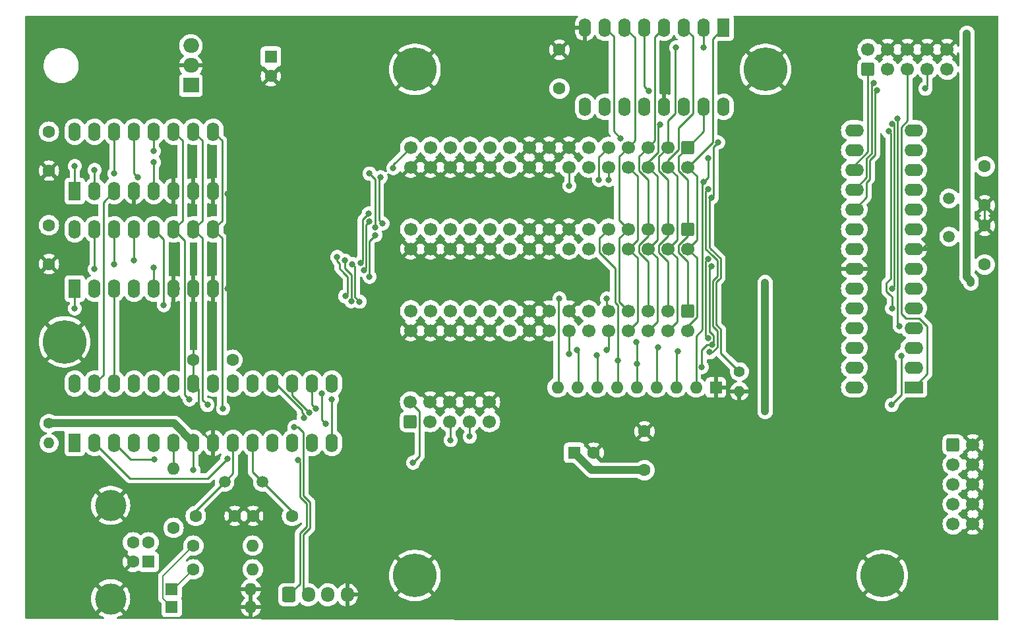
<source format=gbr>
%TF.GenerationSoftware,KiCad,Pcbnew,7.0.5*%
%TF.CreationDate,2023-07-03T18:55:37+02:00*%
%TF.ProjectId,Processor_Board,50726f63-6573-4736-9f72-5f426f617264,rev?*%
%TF.SameCoordinates,Original*%
%TF.FileFunction,Copper,L2,Bot*%
%TF.FilePolarity,Positive*%
%FSLAX46Y46*%
G04 Gerber Fmt 4.6, Leading zero omitted, Abs format (unit mm)*
G04 Created by KiCad (PCBNEW 7.0.5) date 2023-07-03 18:55:37*
%MOMM*%
%LPD*%
G01*
G04 APERTURE LIST*
G04 Aperture macros list*
%AMRoundRect*
0 Rectangle with rounded corners*
0 $1 Rounding radius*
0 $2 $3 $4 $5 $6 $7 $8 $9 X,Y pos of 4 corners*
0 Add a 4 corners polygon primitive as box body*
4,1,4,$2,$3,$4,$5,$6,$7,$8,$9,$2,$3,0*
0 Add four circle primitives for the rounded corners*
1,1,$1+$1,$2,$3*
1,1,$1+$1,$4,$5*
1,1,$1+$1,$6,$7*
1,1,$1+$1,$8,$9*
0 Add four rect primitives between the rounded corners*
20,1,$1+$1,$2,$3,$4,$5,0*
20,1,$1+$1,$4,$5,$6,$7,0*
20,1,$1+$1,$6,$7,$8,$9,0*
20,1,$1+$1,$8,$9,$2,$3,0*%
G04 Aperture macros list end*
%TA.AperFunction,ComponentPad*%
%ADD10C,1.400000*%
%TD*%
%TA.AperFunction,ComponentPad*%
%ADD11O,1.400000X1.400000*%
%TD*%
%TA.AperFunction,ComponentPad*%
%ADD12RoundRect,0.250000X-0.600000X-0.725000X0.600000X-0.725000X0.600000X0.725000X-0.600000X0.725000X0*%
%TD*%
%TA.AperFunction,ComponentPad*%
%ADD13O,1.700000X1.950000*%
%TD*%
%TA.AperFunction,ComponentPad*%
%ADD14C,5.600000*%
%TD*%
%TA.AperFunction,ComponentPad*%
%ADD15R,1.600000X1.600000*%
%TD*%
%TA.AperFunction,ComponentPad*%
%ADD16C,1.600000*%
%TD*%
%TA.AperFunction,ComponentPad*%
%ADD17O,1.600000X1.600000*%
%TD*%
%TA.AperFunction,ComponentPad*%
%ADD18RoundRect,0.250000X-0.600000X0.600000X-0.600000X-0.600000X0.600000X-0.600000X0.600000X0.600000X0*%
%TD*%
%TA.AperFunction,ComponentPad*%
%ADD19C,1.700000*%
%TD*%
%TA.AperFunction,ComponentPad*%
%ADD20R,1.600000X2.400000*%
%TD*%
%TA.AperFunction,ComponentPad*%
%ADD21O,1.600000X2.400000*%
%TD*%
%TA.AperFunction,ComponentPad*%
%ADD22RoundRect,0.250000X-0.600000X-0.600000X0.600000X-0.600000X0.600000X0.600000X-0.600000X0.600000X0*%
%TD*%
%TA.AperFunction,ComponentPad*%
%ADD23C,1.500000*%
%TD*%
%TA.AperFunction,ComponentPad*%
%ADD24RoundRect,0.250000X0.600000X-0.600000X0.600000X0.600000X-0.600000X0.600000X-0.600000X-0.600000X0*%
%TD*%
%TA.AperFunction,ComponentPad*%
%ADD25C,4.000000*%
%TD*%
%TA.AperFunction,ComponentPad*%
%ADD26R,2.000000X1.905000*%
%TD*%
%TA.AperFunction,ComponentPad*%
%ADD27O,2.000000X1.905000*%
%TD*%
%TA.AperFunction,ComponentPad*%
%ADD28R,2.400000X1.600000*%
%TD*%
%TA.AperFunction,ComponentPad*%
%ADD29O,2.400000X1.600000*%
%TD*%
%TA.AperFunction,ViaPad*%
%ADD30C,0.800000*%
%TD*%
%TA.AperFunction,Conductor*%
%ADD31C,1.000000*%
%TD*%
%TA.AperFunction,Conductor*%
%ADD32C,0.250000*%
%TD*%
%TA.AperFunction,Conductor*%
%ADD33C,0.200000*%
%TD*%
G04 APERTURE END LIST*
D10*
%TO.P,R2,1*%
%TO.N,MATRIX_I*%
X121666000Y-83820000D03*
D11*
%TO.P,R2,2*%
%TO.N,GND*%
X121666000Y-86360000D03*
%TD*%
D12*
%TO.P,J8,1,Pin_1*%
%TO.N,MIDI_OUT*%
X63814000Y-112476000D03*
D13*
%TO.P,J8,2,Pin_2*%
%TO.N,~{RESET}*%
X66314000Y-112476000D03*
%TO.P,J8,3,Pin_3*%
%TO.N,unconnected-(J8-Pad3)*%
X68814000Y-112476000D03*
%TO.P,J8,4,Pin_4*%
%TO.N,GND*%
X71314000Y-112476000D03*
%TD*%
D14*
%TO.P,H3,1,1*%
%TO.N,GND*%
X80000000Y-45000000D03*
%TD*%
D15*
%TO.P,C10,1*%
%TO.N,+5VA*%
X61500000Y-43347349D03*
D16*
%TO.P,C10,2*%
%TO.N,GND*%
X61500000Y-45847349D03*
%TD*%
D15*
%TO.P,D1,1,K*%
%TO.N,/#USB_D+*%
X48768000Y-114046000D03*
D17*
%TO.P,D1,2,A*%
%TO.N,GND*%
X58928000Y-114046000D03*
%TD*%
D16*
%TO.P,C9,1*%
%TO.N,+5VA*%
X33000000Y-53000000D03*
%TO.P,C9,2*%
%TO.N,GND*%
X33000000Y-58000000D03*
%TD*%
D18*
%TO.P,J1,1,Pin_1*%
%TO.N,MATRIX_1*%
X115000000Y-76000000D03*
D19*
%TO.P,J1,2,Pin_2*%
%TO.N,MATRIX_2*%
X115000000Y-78540000D03*
%TO.P,J1,3,Pin_3*%
%TO.N,MATRIX_3*%
X112460000Y-76000000D03*
%TO.P,J1,4,Pin_4*%
%TO.N,MATRIX_4*%
X112460000Y-78540000D03*
%TO.P,J1,5,Pin_5*%
%TO.N,MATRIX_5*%
X109920000Y-76000000D03*
%TO.P,J1,6,Pin_6*%
%TO.N,MATRIX_6*%
X109920000Y-78540000D03*
%TO.P,J1,7,Pin_7*%
%TO.N,MATRIX_7*%
X107380000Y-76000000D03*
%TO.P,J1,8,Pin_8*%
%TO.N,MATRIX_8*%
X107380000Y-78540000D03*
%TO.P,J1,9,Pin_9*%
%TO.N,MATRIX_A*%
X104840000Y-76000000D03*
%TO.P,J1,10,Pin_10*%
%TO.N,MATRIX_B*%
X104840000Y-78540000D03*
%TO.P,J1,11,Pin_11*%
%TO.N,unconnected-(J1-Pad11)*%
X102300000Y-76000000D03*
%TO.P,J1,12,Pin_12*%
%TO.N,unconnected-(J1-Pad12)*%
X102300000Y-78540000D03*
%TO.P,J1,13,Pin_13*%
%TO.N,GND*%
X99760000Y-76000000D03*
%TO.P,J1,14,Pin_14*%
%TO.N,MATRIX_C*%
X99760000Y-78540000D03*
%TO.P,J1,15,Pin_15*%
%TO.N,GND*%
X97220000Y-76000000D03*
%TO.P,J1,16,Pin_16*%
X97220000Y-78540000D03*
%TO.P,J1,17,Pin_17*%
X94680000Y-76000000D03*
%TO.P,J1,18,Pin_18*%
X94680000Y-78540000D03*
%TO.P,J1,19,Pin_19*%
%TO.N,+5VA*%
X92140000Y-76000000D03*
%TO.P,J1,20,Pin_20*%
X92140000Y-78540000D03*
%TO.P,J1,21,Pin_21*%
%TO.N,ANALOG_11*%
X89600000Y-76000000D03*
%TO.P,J1,22,Pin_22*%
%TO.N,GND*%
X89600000Y-78540000D03*
%TO.P,J1,23,Pin_23*%
%TO.N,ANALOG_12*%
X87060000Y-76000000D03*
%TO.P,J1,24,Pin_24*%
%TO.N,GND*%
X87060000Y-78540000D03*
%TO.P,J1,25,Pin_25*%
%TO.N,ANALOG_13*%
X84520000Y-76000000D03*
%TO.P,J1,26,Pin_26*%
%TO.N,GND*%
X84520000Y-78540000D03*
%TO.P,J1,27,Pin_27*%
%TO.N,ANALOG_14*%
X81980000Y-76000000D03*
%TO.P,J1,28,Pin_28*%
%TO.N,GND*%
X81980000Y-78540000D03*
%TO.P,J1,29,Pin_29*%
%TO.N,ANALOG_15*%
X79440000Y-76000000D03*
%TO.P,J1,30,Pin_30*%
%TO.N,GND*%
X79440000Y-78540000D03*
%TD*%
D20*
%TO.P,U2,1,A4*%
%TO.N,ANALOG_15*%
X36322000Y-73152000D03*
D21*
%TO.P,U2,2,A6*%
%TO.N,ANALOG_22*%
X38862000Y-73152000D03*
%TO.P,U2,3,A*%
%TO.N,MUX_A0*%
X41402000Y-73152000D03*
%TO.P,U2,4,A7*%
%TO.N,ANALOG_23*%
X43942000Y-73152000D03*
%TO.P,U2,5,A5*%
%TO.N,ANALOG_21*%
X46482000Y-73152000D03*
%TO.P,U2,6,~{E}*%
%TO.N,GND*%
X49022000Y-73152000D03*
%TO.P,U2,7,VEE*%
X51562000Y-73152000D03*
%TO.P,U2,8,GND*%
X54102000Y-73152000D03*
%TO.P,U2,9,S2*%
%TO.N,MUX_S2*%
X54102000Y-65532000D03*
%TO.P,U2,10,S1*%
%TO.N,MUX_S1*%
X51562000Y-65532000D03*
%TO.P,U2,11,S0*%
%TO.N,MUX_S0*%
X49022000Y-65532000D03*
%TO.P,U2,12,A3*%
%TO.N,ANALOG_14*%
X46482000Y-65532000D03*
%TO.P,U2,13,A0*%
%TO.N,ANALOG_11*%
X43942000Y-65532000D03*
%TO.P,U2,14,A1*%
%TO.N,ANALOG_12*%
X41402000Y-65532000D03*
%TO.P,U2,15,A2*%
%TO.N,ANALOG_13*%
X38862000Y-65532000D03*
%TO.P,U2,16,VCC*%
%TO.N,+5VA*%
X36322000Y-65532000D03*
%TD*%
D18*
%TO.P,J3,1,Pin_1*%
%TO.N,MATRIX_1*%
X115000000Y-55000000D03*
D19*
%TO.P,J3,2,Pin_2*%
%TO.N,MATRIX_2*%
X115000000Y-57540000D03*
%TO.P,J3,3,Pin_3*%
%TO.N,MATRIX_3*%
X112460000Y-55000000D03*
%TO.P,J3,4,Pin_4*%
%TO.N,MATRIX_4*%
X112460000Y-57540000D03*
%TO.P,J3,5,Pin_5*%
%TO.N,MATRIX_5*%
X109920000Y-55000000D03*
%TO.P,J3,6,Pin_6*%
%TO.N,MATRIX_6*%
X109920000Y-57540000D03*
%TO.P,J3,7,Pin_7*%
%TO.N,MATRIX_7*%
X107380000Y-55000000D03*
%TO.P,J3,8,Pin_8*%
%TO.N,MATRIX_8*%
X107380000Y-57540000D03*
%TO.P,J3,9,Pin_9*%
%TO.N,MATRIX_G*%
X104840000Y-55000000D03*
%TO.P,J3,10,Pin_10*%
%TO.N,MATRIX_H*%
X104840000Y-57540000D03*
%TO.P,J3,11,Pin_11*%
%TO.N,unconnected-(J3-Pad11)*%
X102300000Y-55000000D03*
%TO.P,J3,12,Pin_12*%
%TO.N,unconnected-(J3-Pad12)*%
X102300000Y-57540000D03*
%TO.P,J3,13,Pin_13*%
%TO.N,GND*%
X99760000Y-55000000D03*
%TO.P,J3,14,Pin_14*%
%TO.N,MATRIX_I*%
X99760000Y-57540000D03*
%TO.P,J3,15,Pin_15*%
%TO.N,GND*%
X97220000Y-55000000D03*
%TO.P,J3,16,Pin_16*%
X97220000Y-57540000D03*
%TO.P,J3,17,Pin_17*%
X94680000Y-55000000D03*
%TO.P,J3,18,Pin_18*%
X94680000Y-57540000D03*
%TO.P,J3,19,Pin_19*%
%TO.N,+5VA*%
X92140000Y-55000000D03*
%TO.P,J3,20,Pin_20*%
X92140000Y-57540000D03*
%TO.P,J3,21,Pin_21*%
%TO.N,ANALOG_31*%
X89600000Y-55000000D03*
%TO.P,J3,22,Pin_22*%
%TO.N,GND*%
X89600000Y-57540000D03*
%TO.P,J3,23,Pin_23*%
%TO.N,ANALOG_32*%
X87060000Y-55000000D03*
%TO.P,J3,24,Pin_24*%
%TO.N,GND*%
X87060000Y-57540000D03*
%TO.P,J3,25,Pin_25*%
%TO.N,ANALOG_33*%
X84520000Y-55000000D03*
%TO.P,J3,26,Pin_26*%
%TO.N,GND*%
X84520000Y-57540000D03*
%TO.P,J3,27,Pin_27*%
%TO.N,ANALOG_34*%
X81980000Y-55000000D03*
%TO.P,J3,28,Pin_28*%
%TO.N,GND*%
X81980000Y-57540000D03*
%TO.P,J3,29,Pin_29*%
%TO.N,ANALOG_35*%
X79440000Y-55000000D03*
%TO.P,J3,30,Pin_30*%
%TO.N,GND*%
X79440000Y-57540000D03*
%TD*%
D16*
%TO.P,R5,1*%
%TO.N,/#USB_D+*%
X51562000Y-106172000D03*
D17*
%TO.P,R5,2*%
%TO.N,USB_D+*%
X59182000Y-106172000D03*
%TD*%
D14*
%TO.P,H4,1,1*%
%TO.N,GND*%
X125000000Y-45000000D03*
%TD*%
D16*
%TO.P,C6,1*%
%TO.N,GND*%
X59222000Y-102362000D03*
%TO.P,C6,2*%
%TO.N,Net-(C6-Pad2)*%
X64222000Y-102362000D03*
%TD*%
D20*
%TO.P,U4,1,QB*%
%TO.N,MATRIX_2*%
X119619000Y-39629000D03*
D21*
%TO.P,U4,2,QC*%
%TO.N,MATRIX_3*%
X117079000Y-39629000D03*
%TO.P,U4,3,QD*%
%TO.N,MATRIX_4*%
X114539000Y-39629000D03*
%TO.P,U4,4,QE*%
%TO.N,MATRIX_5*%
X111999000Y-39629000D03*
%TO.P,U4,5,QF*%
%TO.N,MATRIX_6*%
X109459000Y-39629000D03*
%TO.P,U4,6,QG*%
%TO.N,MATRIX_7*%
X106919000Y-39629000D03*
%TO.P,U4,7,QH*%
%TO.N,MATRIX_8*%
X104379000Y-39629000D03*
%TO.P,U4,8,GND*%
%TO.N,GND*%
X101839000Y-39629000D03*
%TO.P,U4,9,QH'*%
%TO.N,unconnected-(U4-Pad9)*%
X101839000Y-49789000D03*
%TO.P,U4,10,~{SRCLR}*%
%TO.N,+5V*%
X104379000Y-49789000D03*
%TO.P,U4,11,SRCLK*%
%TO.N,Net-(U4-Pad11)*%
X106919000Y-49789000D03*
%TO.P,U4,12,RCLK*%
%TO.N,Net-(U4-Pad12)*%
X109459000Y-49789000D03*
%TO.P,U4,13,~{OE}*%
%TO.N,GND*%
X111999000Y-49789000D03*
%TO.P,U4,14,SER*%
%TO.N,Net-(U4-Pad14)*%
X114539000Y-49789000D03*
%TO.P,U4,15,QA*%
%TO.N,MATRIX_1*%
X117079000Y-49789000D03*
%TO.P,U4,16,VCC*%
%TO.N,+5V*%
X119619000Y-49789000D03*
%TD*%
D16*
%TO.P,C4,1*%
%TO.N,+5VA*%
X56562000Y-82296000D03*
%TO.P,C4,2*%
%TO.N,GND*%
X51562000Y-82296000D03*
%TD*%
D22*
%TO.P,J6,1,Pin_1*%
%TO.N,+12V*%
X149098000Y-93218000D03*
D19*
%TO.P,J6,2,Pin_2*%
%TO.N,GND*%
X151638000Y-93218000D03*
%TO.P,J6,3,Pin_3*%
%TO.N,+12V*%
X149098000Y-95758000D03*
%TO.P,J6,4,Pin_4*%
%TO.N,GND*%
X151638000Y-95758000D03*
%TO.P,J6,5,Pin_5*%
%TO.N,+5V*%
X149098000Y-98298000D03*
%TO.P,J6,6,Pin_6*%
%TO.N,GND*%
X151638000Y-98298000D03*
%TO.P,J6,7,Pin_7*%
%TO.N,+5V*%
X149098000Y-100838000D03*
%TO.P,J6,8,Pin_8*%
%TO.N,GND*%
X151638000Y-100838000D03*
%TO.P,J6,9,Pin_9*%
%TO.N,+5V*%
X149098000Y-103378000D03*
%TO.P,J6,10,Pin_10*%
%TO.N,GND*%
X151638000Y-103378000D03*
%TD*%
D15*
%TO.P,RN1,1,common*%
%TO.N,GND*%
X118633000Y-85852000D03*
D17*
%TO.P,RN1,2,R1*%
%TO.N,MATRIX_H*%
X116093000Y-85852000D03*
%TO.P,RN1,3,R2*%
%TO.N,MATRIX_G*%
X113553000Y-85852000D03*
%TO.P,RN1,4,R3*%
%TO.N,MATRIX_F*%
X111013000Y-85852000D03*
%TO.P,RN1,5,R4*%
%TO.N,MATRIX_E*%
X108473000Y-85852000D03*
%TO.P,RN1,6,R5*%
%TO.N,MATRIX_D*%
X105933000Y-85852000D03*
%TO.P,RN1,7,R6*%
%TO.N,MATRIX_C*%
X103393000Y-85852000D03*
%TO.P,RN1,8,R7*%
%TO.N,MATRIX_B*%
X100853000Y-85852000D03*
%TO.P,RN1,9,R8*%
%TO.N,MATRIX_A*%
X98313000Y-85852000D03*
%TD*%
D16*
%TO.P,C5,1*%
%TO.N,GND*%
X56856000Y-102362000D03*
%TO.P,C5,2*%
%TO.N,Net-(C5-Pad2)*%
X51856000Y-102362000D03*
%TD*%
D23*
%TO.P,Y2,1,1*%
%TO.N,Net-(C6-Pad2)*%
X60450000Y-98000000D03*
%TO.P,Y2,2,2*%
%TO.N,Net-(C5-Pad2)*%
X55550000Y-98000000D03*
%TD*%
D14*
%TO.P,H1,1,1*%
%TO.N,GND*%
X80000000Y-110000000D03*
%TD*%
D16*
%TO.P,C8,1*%
%TO.N,+5V*%
X109474000Y-96480000D03*
%TO.P,C8,2*%
%TO.N,GND*%
X109474000Y-91480000D03*
%TD*%
D23*
%TO.P,Y1,1,1*%
%TO.N,Net-(C2-Pad2)*%
X148590000Y-61558000D03*
%TO.P,Y1,2,2*%
%TO.N,Net-(C1-Pad2)*%
X148590000Y-66458000D03*
%TD*%
D24*
%TO.P,J4,1,Pin_1*%
%TO.N,ICSP1_MOSI*%
X79420000Y-90252500D03*
D19*
%TO.P,J4,2,Pin_2*%
%TO.N,+5V*%
X79420000Y-87712500D03*
%TO.P,J4,3,Pin_3*%
%TO.N,unconnected-(J4-Pad3)*%
X81960000Y-90252500D03*
%TO.P,J4,4,Pin_4*%
%TO.N,GND*%
X81960000Y-87712500D03*
%TO.P,J4,5,Pin_5*%
%TO.N,~{RESET}*%
X84500000Y-90252500D03*
%TO.P,J4,6,Pin_6*%
%TO.N,GND*%
X84500000Y-87712500D03*
%TO.P,J4,7,Pin_7*%
%TO.N,ICSP1_SCK*%
X87040000Y-90252500D03*
%TO.P,J4,8,Pin_8*%
%TO.N,GND*%
X87040000Y-87712500D03*
%TO.P,J4,9,Pin_9*%
%TO.N,ICSP1_MISO*%
X89580000Y-90252500D03*
%TO.P,J4,10,Pin_10*%
%TO.N,GND*%
X89580000Y-87712500D03*
%TD*%
D14*
%TO.P,H5,1,1*%
%TO.N,GND*%
X35000000Y-80000000D03*
%TD*%
D18*
%TO.P,J2,1,Pin_1*%
%TO.N,MATRIX_1*%
X115000000Y-65500000D03*
D19*
%TO.P,J2,2,Pin_2*%
%TO.N,MATRIX_2*%
X115000000Y-68040000D03*
%TO.P,J2,3,Pin_3*%
%TO.N,MATRIX_3*%
X112460000Y-65500000D03*
%TO.P,J2,4,Pin_4*%
%TO.N,MATRIX_4*%
X112460000Y-68040000D03*
%TO.P,J2,5,Pin_5*%
%TO.N,MATRIX_5*%
X109920000Y-65500000D03*
%TO.P,J2,6,Pin_6*%
%TO.N,MATRIX_6*%
X109920000Y-68040000D03*
%TO.P,J2,7,Pin_7*%
%TO.N,MATRIX_7*%
X107380000Y-65500000D03*
%TO.P,J2,8,Pin_8*%
%TO.N,MATRIX_8*%
X107380000Y-68040000D03*
%TO.P,J2,9,Pin_9*%
%TO.N,MATRIX_D*%
X104840000Y-65500000D03*
%TO.P,J2,10,Pin_10*%
%TO.N,MATRIX_E*%
X104840000Y-68040000D03*
%TO.P,J2,11,Pin_11*%
%TO.N,unconnected-(J2-Pad11)*%
X102300000Y-65500000D03*
%TO.P,J2,12,Pin_12*%
%TO.N,unconnected-(J2-Pad12)*%
X102300000Y-68040000D03*
%TO.P,J2,13,Pin_13*%
%TO.N,GND*%
X99760000Y-65500000D03*
%TO.P,J2,14,Pin_14*%
%TO.N,MATRIX_F*%
X99760000Y-68040000D03*
%TO.P,J2,15,Pin_15*%
%TO.N,GND*%
X97220000Y-65500000D03*
%TO.P,J2,16,Pin_16*%
X97220000Y-68040000D03*
%TO.P,J2,17,Pin_17*%
X94680000Y-65500000D03*
%TO.P,J2,18,Pin_18*%
X94680000Y-68040000D03*
%TO.P,J2,19,Pin_19*%
%TO.N,+5VA*%
X92140000Y-65500000D03*
%TO.P,J2,20,Pin_20*%
X92140000Y-68040000D03*
%TO.P,J2,21,Pin_21*%
%TO.N,ANALOG_21*%
X89600000Y-65500000D03*
%TO.P,J2,22,Pin_22*%
%TO.N,GND*%
X89600000Y-68040000D03*
%TO.P,J2,23,Pin_23*%
%TO.N,ANALOG_22*%
X87060000Y-65500000D03*
%TO.P,J2,24,Pin_24*%
%TO.N,GND*%
X87060000Y-68040000D03*
%TO.P,J2,25,Pin_25*%
%TO.N,ANALOG_23*%
X84520000Y-65500000D03*
%TO.P,J2,26,Pin_26*%
%TO.N,GND*%
X84520000Y-68040000D03*
%TO.P,J2,27,Pin_27*%
%TO.N,ANALOG_24*%
X81980000Y-65500000D03*
%TO.P,J2,28,Pin_28*%
%TO.N,GND*%
X81980000Y-68040000D03*
%TO.P,J2,29,Pin_29*%
%TO.N,ANALOG_25*%
X79440000Y-65500000D03*
%TO.P,J2,30,Pin_30*%
%TO.N,GND*%
X79440000Y-68040000D03*
%TD*%
D10*
%TO.P,R3,1*%
%TO.N,+5V*%
X33020000Y-90474000D03*
D11*
%TO.P,R3,2*%
%TO.N,~{RESET}*%
X33020000Y-93014000D03*
%TD*%
D15*
%TO.P,J7,1,VBUS*%
%TO.N,unconnected-(J7-Pad1)*%
X45787500Y-108250000D03*
D16*
%TO.P,J7,2,D-*%
%TO.N,/#USB_D-*%
X45787500Y-105750000D03*
%TO.P,J7,3,D+*%
%TO.N,/#USB_D+*%
X43787500Y-105750000D03*
%TO.P,J7,4,GND*%
%TO.N,GND*%
X43787500Y-108250000D03*
D25*
%TO.P,J7,5,Shield*%
X40927500Y-101000000D03*
X40927500Y-113000000D03*
%TD*%
D16*
%TO.P,C2,1*%
%TO.N,GND*%
X153162000Y-62444000D03*
%TO.P,C2,2*%
%TO.N,Net-(C2-Pad2)*%
X153162000Y-57444000D03*
%TD*%
D20*
%TO.P,U3,1,A4*%
%TO.N,ANALOG_33*%
X36322000Y-60620000D03*
D21*
%TO.P,U3,2,A6*%
%TO.N,ANALOG_35*%
X38862000Y-60620000D03*
%TO.P,U3,3,A*%
%TO.N,MUX_A1*%
X41402000Y-60620000D03*
%TO.P,U3,4,A7*%
%TO.N,GND*%
X43942000Y-60620000D03*
%TO.P,U3,5,A5*%
%TO.N,ANALOG_34*%
X46482000Y-60620000D03*
%TO.P,U3,6,~{E}*%
%TO.N,GND*%
X49022000Y-60620000D03*
%TO.P,U3,7,VEE*%
X51562000Y-60620000D03*
%TO.P,U3,8,GND*%
X54102000Y-60620000D03*
%TO.P,U3,9,S2*%
%TO.N,MUX_S2*%
X54102000Y-53000000D03*
%TO.P,U3,10,S1*%
%TO.N,MUX_S1*%
X51562000Y-53000000D03*
%TO.P,U3,11,S0*%
%TO.N,MUX_S0*%
X49022000Y-53000000D03*
%TO.P,U3,12,A3*%
%TO.N,ANALOG_32*%
X46482000Y-53000000D03*
%TO.P,U3,13,A0*%
%TO.N,ANALOG_24*%
X43942000Y-53000000D03*
%TO.P,U3,14,A1*%
%TO.N,ANALOG_25*%
X41402000Y-53000000D03*
%TO.P,U3,15,A2*%
%TO.N,ANALOG_31*%
X38862000Y-53000000D03*
%TO.P,U3,16,VCC*%
%TO.N,+5VA*%
X36322000Y-53000000D03*
%TD*%
D20*
%TO.P,U5,1,PC6/~{RESET}*%
%TO.N,~{RESET}*%
X36322000Y-92964000D03*
D21*
%TO.P,U5,2,PD0*%
%TO.N,MIDI_CHAIN*%
X38862000Y-92964000D03*
%TO.P,U5,3,PD1*%
%TO.N,MIDI_OUT*%
X41402000Y-92964000D03*
%TO.P,U5,4,PD2*%
%TO.N,USB_D+*%
X43942000Y-92964000D03*
%TO.P,U5,5,PD3*%
%TO.N,USB_D-*%
X46482000Y-92964000D03*
%TO.P,U5,6,PD4*%
%TO.N,USB_INT*%
X49022000Y-92964000D03*
%TO.P,U5,7,VCC*%
%TO.N,+5V*%
X51562000Y-92964000D03*
%TO.P,U5,8,GND*%
%TO.N,GND*%
X54102000Y-92964000D03*
%TO.P,U5,9,PB6/XTAL1*%
%TO.N,Net-(C5-Pad2)*%
X56642000Y-92964000D03*
%TO.P,U5,10,PB7/XTAL2*%
%TO.N,Net-(C6-Pad2)*%
X59182000Y-92964000D03*
%TO.P,U5,11,PD5*%
%TO.N,unconnected-(U5-Pad11)*%
X61722000Y-92964000D03*
%TO.P,U5,12,PD6*%
%TO.N,unconnected-(U5-Pad12)*%
X64262000Y-92964000D03*
%TO.P,U5,13,PD7*%
%TO.N,unconnected-(U5-Pad13)*%
X66802000Y-92964000D03*
%TO.P,U5,14,PB0*%
%TO.N,MUX_S0*%
X69342000Y-92964000D03*
%TO.P,U5,15,PB1*%
%TO.N,MUX_S1*%
X69342000Y-85344000D03*
%TO.P,U5,16,PB2*%
%TO.N,MUX_S2*%
X66802000Y-85344000D03*
%TO.P,U5,17,PB3*%
%TO.N,ICSP1_MOSI*%
X64262000Y-85344000D03*
%TO.P,U5,18,PB4*%
%TO.N,ICSP1_MISO*%
X61722000Y-85344000D03*
%TO.P,U5,19,PB5*%
%TO.N,ICSP1_SCK*%
X59182000Y-85344000D03*
%TO.P,U5,20,AVCC*%
%TO.N,+5VA*%
X56642000Y-85344000D03*
%TO.P,U5,21,AREF*%
X54102000Y-85344000D03*
%TO.P,U5,22,AGND*%
%TO.N,GND*%
X51562000Y-85344000D03*
%TO.P,U5,23,PC0*%
%TO.N,unconnected-(U5-Pad23)*%
X49022000Y-85344000D03*
%TO.P,U5,24,PC1*%
%TO.N,unconnected-(U5-Pad24)*%
X46482000Y-85344000D03*
%TO.P,U5,25,PC2*%
%TO.N,unconnected-(U5-Pad25)*%
X43942000Y-85344000D03*
%TO.P,U5,26,PC3*%
%TO.N,MUX_A0*%
X41402000Y-85344000D03*
%TO.P,U5,27,PC4*%
%TO.N,MUX_A1*%
X38862000Y-85344000D03*
%TO.P,U5,28,PC5*%
%TO.N,unconnected-(U5-Pad28)*%
X36322000Y-85344000D03*
%TD*%
D16*
%TO.P,C3,1*%
%TO.N,+5VA*%
X33000000Y-65000000D03*
%TO.P,C3,2*%
%TO.N,GND*%
X33000000Y-70000000D03*
%TD*%
%TO.P,R6,1*%
%TO.N,/#USB_D-*%
X51562000Y-109220000D03*
D17*
%TO.P,R6,2*%
%TO.N,USB_D-*%
X59182000Y-109220000D03*
%TD*%
D24*
%TO.P,J5,1,Pin_1*%
%TO.N,ICSP2_MOSI*%
X138176000Y-44958000D03*
D19*
%TO.P,J5,2,Pin_2*%
%TO.N,+5V*%
X138176000Y-42418000D03*
%TO.P,J5,3,Pin_3*%
%TO.N,unconnected-(J5-Pad3)*%
X140716000Y-44958000D03*
%TO.P,J5,4,Pin_4*%
%TO.N,GND*%
X140716000Y-42418000D03*
%TO.P,J5,5,Pin_5*%
%TO.N,~{RESET}*%
X143256000Y-44958000D03*
%TO.P,J5,6,Pin_6*%
%TO.N,GND*%
X143256000Y-42418000D03*
%TO.P,J5,7,Pin_7*%
%TO.N,ICSP2_SCK*%
X145796000Y-44958000D03*
%TO.P,J5,8,Pin_8*%
%TO.N,GND*%
X145796000Y-42418000D03*
%TO.P,J5,9,Pin_9*%
%TO.N,ICSP2_MISO*%
X148336000Y-44958000D03*
%TO.P,J5,10,Pin_10*%
%TO.N,GND*%
X148336000Y-42418000D03*
%TD*%
D15*
%TO.P,C11,1*%
%TO.N,+5V*%
X100447349Y-94234000D03*
D16*
%TO.P,C11,2*%
%TO.N,GND*%
X102947349Y-94234000D03*
%TD*%
%TO.P,C1,1*%
%TO.N,GND*%
X153162000Y-65064000D03*
%TO.P,C1,2*%
%TO.N,Net-(C1-Pad2)*%
X153162000Y-70064000D03*
%TD*%
D14*
%TO.P,H2,1,1*%
%TO.N,GND*%
X140000000Y-110000000D03*
%TD*%
D16*
%TO.P,R4,1*%
%TO.N,/#USB_D+*%
X49000000Y-103886000D03*
D17*
%TO.P,R4,2*%
%TO.N,USB_INT*%
X49000000Y-96266000D03*
%TD*%
D26*
%TO.P,U6,1,IN*%
%TO.N,+12V*%
X51230000Y-47040000D03*
D27*
%TO.P,U6,2,GND*%
%TO.N,GND*%
X51230000Y-44500000D03*
%TO.P,U6,3,OUT*%
%TO.N,+5VA*%
X51230000Y-41960000D03*
%TD*%
D15*
%TO.P,D2,1,K*%
%TO.N,/#USB_D-*%
X48768000Y-111760000D03*
D17*
%TO.P,D2,2,A*%
%TO.N,GND*%
X58928000Y-111760000D03*
%TD*%
D28*
%TO.P,U1,1,PC6/~{RESET}*%
%TO.N,~{RESET}*%
X144033000Y-85842000D03*
D29*
%TO.P,U1,2,PD0*%
%TO.N,unconnected-(U1-Pad2)*%
X144033000Y-83302000D03*
%TO.P,U1,3,PD1*%
%TO.N,MIDI_CHAIN*%
X144033000Y-80762000D03*
%TO.P,U1,4,PD2*%
%TO.N,Net-(U4-Pad14)*%
X144033000Y-78222000D03*
%TO.P,U1,5,PD3*%
%TO.N,Net-(U4-Pad11)*%
X144033000Y-75682000D03*
%TO.P,U1,6,PD4*%
%TO.N,Net-(U4-Pad12)*%
X144033000Y-73142000D03*
%TO.P,U1,7,VCC*%
%TO.N,+5V*%
X144033000Y-70602000D03*
%TO.P,U1,8,GND*%
%TO.N,GND*%
X144033000Y-68062000D03*
%TO.P,U1,9,PB6/XTAL1*%
%TO.N,Net-(C1-Pad2)*%
X144033000Y-65522000D03*
%TO.P,U1,10,PB7/XTAL2*%
%TO.N,Net-(C2-Pad2)*%
X144033000Y-62982000D03*
%TO.P,U1,11,PD5*%
%TO.N,unconnected-(U1-Pad11)*%
X144033000Y-60442000D03*
%TO.P,U1,12,PD6*%
%TO.N,MATRIX_G*%
X144033000Y-57902000D03*
%TO.P,U1,13,PD7*%
%TO.N,MATRIX_H*%
X144033000Y-55362000D03*
%TO.P,U1,14,PB0*%
%TO.N,MATRIX_I*%
X144033000Y-52822000D03*
%TO.P,U1,15,PB1*%
%TO.N,unconnected-(U1-Pad15)*%
X136413000Y-52822000D03*
%TO.P,U1,16,PB2*%
%TO.N,unconnected-(U1-Pad16)*%
X136413000Y-55362000D03*
%TO.P,U1,17,PB3*%
%TO.N,ICSP2_MOSI*%
X136413000Y-57902000D03*
%TO.P,U1,18,PB4*%
%TO.N,ICSP2_MISO*%
X136413000Y-60442000D03*
%TO.P,U1,19,PB5*%
%TO.N,ICSP2_SCK*%
X136413000Y-62982000D03*
%TO.P,U1,20,AVCC*%
%TO.N,+5V*%
X136413000Y-65522000D03*
%TO.P,U1,21,AREF*%
X136413000Y-68062000D03*
%TO.P,U1,22,AGND*%
%TO.N,GND*%
X136413000Y-70602000D03*
%TO.P,U1,23,PC0*%
%TO.N,MATRIX_A*%
X136413000Y-73142000D03*
%TO.P,U1,24,PC1*%
%TO.N,MATRIX_B*%
X136413000Y-75682000D03*
%TO.P,U1,25,PC2*%
%TO.N,MATRIX_C*%
X136413000Y-78222000D03*
%TO.P,U1,26,PC3*%
%TO.N,MATRIX_D*%
X136413000Y-80762000D03*
%TO.P,U1,27,PC4*%
%TO.N,MATRIX_E*%
X136413000Y-83302000D03*
%TO.P,U1,28,PC5*%
%TO.N,MATRIX_F*%
X136413000Y-85842000D03*
%TD*%
D16*
%TO.P,C7,1*%
%TO.N,+5V*%
X98552000Y-47458000D03*
%TO.P,C7,2*%
%TO.N,GND*%
X98552000Y-42458000D03*
%TD*%
D30*
%TO.N,+5V*%
X79756000Y-95504000D03*
X51562000Y-96445011D03*
X124968000Y-82550000D03*
X124968000Y-88900000D03*
X124968000Y-77724000D03*
X124968000Y-72417500D03*
%TO.N,GND*%
X55951020Y-73152000D03*
X55951020Y-60960000D03*
X148844000Y-64262000D03*
%TO.N,MATRIX_3*%
X113538000Y-42164000D03*
X117094000Y-42164000D03*
%TO.N,MATRIX_8*%
X106426000Y-53848000D03*
%TO.N,MATRIX_A*%
X104648000Y-74422000D03*
X98552000Y-74422000D03*
%TO.N,MATRIX_B*%
X104648000Y-81026000D03*
X100838000Y-81026000D03*
%TO.N,MATRIX_D*%
X106014511Y-82392511D03*
%TO.N,MATRIX_C*%
X103378000Y-81750500D03*
X99822000Y-81534000D03*
%TO.N,MATRIX_6*%
X110045500Y-47752000D03*
X111494500Y-52070000D03*
%TO.N,MATRIX_E*%
X108458000Y-80010000D03*
X117617499Y-69342000D03*
X108473000Y-82774259D03*
X117617499Y-79502000D03*
%TO.N,ANALOG_11*%
X43942000Y-69554420D03*
X70021281Y-69104900D03*
X71041835Y-74125486D03*
%TO.N,~{RESET}*%
X84582000Y-92614020D03*
X64516000Y-90932000D03*
%TO.N,+12V*%
X150876000Y-40386000D03*
X151384000Y-72390000D03*
%TO.N,ANALOG_12*%
X71811081Y-74763660D03*
X70969441Y-69554420D03*
X41402000Y-70003940D03*
%TO.N,ANALOG_13*%
X71952273Y-70003940D03*
X38861117Y-70610889D03*
X72898000Y-74825980D03*
%TO.N,ANALOG_14*%
X47752000Y-75275500D03*
%TO.N,ANALOG_15*%
X36322000Y-75692000D03*
%TO.N,MATRIX_G*%
X113792000Y-81184020D03*
X117617499Y-60384211D03*
X117842880Y-81325248D03*
X103632000Y-59182000D03*
%TO.N,MATRIX_H*%
X117639500Y-56388000D03*
X117094000Y-59436000D03*
X104902000Y-59182000D03*
%TO.N,ICSP1_MOSI*%
X66444607Y-89050120D03*
%TO.N,ICSP1_SCK*%
X87040000Y-92164500D03*
X68580000Y-90499131D03*
X68072000Y-86614000D03*
%TO.N,ICSP1_MISO*%
X65706389Y-89723944D03*
%TO.N,MIDI_OUT*%
X64952980Y-95213020D03*
X46560622Y-95074622D03*
%TO.N,MATRIX_I*%
X99822000Y-59944000D03*
X118927712Y-54357627D03*
X118072500Y-61468000D03*
%TO.N,MATRIX_F*%
X118121228Y-80365286D03*
X111252000Y-80734500D03*
X116840000Y-83223779D03*
X118067019Y-70295871D03*
%TO.N,ICSP2_MISO*%
X138900500Y-46736000D03*
%TO.N,ICSP2_SCK*%
X139350020Y-47707703D03*
X145542000Y-47460500D03*
%TO.N,ANALOG_22*%
X74168000Y-64516000D03*
X73443500Y-70767130D03*
%TO.N,ANALOG_23*%
X74930000Y-66277503D03*
X74168000Y-71628000D03*
%TO.N,ANALOG_25*%
X74168000Y-58382500D03*
X74930000Y-65278000D03*
X41402000Y-58382500D03*
%TO.N,ANALOG_24*%
X75596497Y-58860452D03*
X75842192Y-64775500D03*
X44450000Y-58832020D03*
%TO.N,MUX_S2*%
X67310000Y-88550020D03*
X55372000Y-88550020D03*
%TO.N,MUX_S1*%
X53352609Y-88100500D03*
%TO.N,MUX_S0*%
X51054000Y-87376000D03*
X69342000Y-87376000D03*
%TO.N,ANALOG_21*%
X72993980Y-69852673D03*
X74057076Y-63522672D03*
X46482000Y-70453460D03*
%TO.N,MIDI_CHAIN*%
X141224000Y-88100500D03*
X55917500Y-94996000D03*
X142494000Y-81788000D03*
%TO.N,Net-(U4-Pad14)*%
X142240000Y-77978000D03*
X141986000Y-51308000D03*
%TO.N,Net-(U4-Pad11)*%
X141261500Y-75692000D03*
X140811980Y-52938174D03*
%TO.N,Net-(U4-Pad12)*%
X141261500Y-52014755D03*
X141261500Y-73142000D03*
%TO.N,ANALOG_32*%
X46482000Y-55484489D03*
%TO.N,ANALOG_33*%
X36322000Y-57404000D03*
%TO.N,ANALOG_34*%
X46482000Y-56933500D03*
%TO.N,ANALOG_35*%
X38862000Y-57912000D03*
X77216000Y-57658000D03*
%TD*%
D31*
%TO.N,+5V*%
X102693349Y-96480000D02*
X109474000Y-96480000D01*
D32*
X80594520Y-88887020D02*
X80594520Y-94665480D01*
D31*
X124968000Y-77724000D02*
X124968000Y-72417500D01*
X124968000Y-88900000D02*
X124968000Y-82550000D01*
X51562000Y-92964000D02*
X49072000Y-90474000D01*
X100447349Y-94234000D02*
X102693349Y-96480000D01*
D32*
X80594520Y-94665480D02*
X79756000Y-95504000D01*
D31*
X124968000Y-82550000D02*
X124968000Y-77724000D01*
D32*
X51562000Y-96445011D02*
X51562000Y-92964000D01*
D31*
X49072000Y-90474000D02*
X33020000Y-90474000D01*
D32*
X79420000Y-87712500D02*
X80594520Y-88887020D01*
%TO.N,GND*%
X55880000Y-72898000D02*
X55880000Y-73080980D01*
X55880000Y-61031020D02*
X55880000Y-72898000D01*
X55880000Y-73080980D02*
X55951020Y-73152000D01*
X148844000Y-64262000D02*
X145044000Y-68062000D01*
X51562000Y-73152000D02*
X51562000Y-82296000D01*
X51562000Y-85344000D02*
X52237000Y-86019000D01*
X55951020Y-60960000D02*
X55880000Y-61031020D01*
X153162000Y-65064000D02*
X153162000Y-62444000D01*
X52237000Y-91099000D02*
X54102000Y-92964000D01*
X52237000Y-86019000D02*
X52237000Y-91099000D01*
X145044000Y-68062000D02*
X144033000Y-68062000D01*
X51562000Y-85344000D02*
X51562000Y-82296000D01*
%TO.N,MATRIX_1*%
X113825489Y-56174511D02*
X115000000Y-55000000D01*
X115000000Y-59201010D02*
X113825489Y-58026499D01*
X115000000Y-65500000D02*
X115000000Y-59201010D01*
X115000000Y-66356000D02*
X115000000Y-65500000D01*
X115000000Y-69701010D02*
X113825489Y-68526499D01*
X115000000Y-55000000D02*
X117079000Y-52921000D01*
X113825489Y-68526499D02*
X113825489Y-67530511D01*
X117079000Y-52921000D02*
X117079000Y-49789000D01*
X113825489Y-67530511D02*
X115000000Y-66356000D01*
X115000000Y-76000000D02*
X115000000Y-69701010D01*
X113825489Y-58026499D02*
X113825489Y-56174511D01*
%TO.N,MATRIX_2*%
X115000000Y-78540000D02*
X115000000Y-78012493D01*
X116174520Y-66865480D02*
X116174520Y-58714520D01*
X116174520Y-69214520D02*
X115000000Y-68040000D01*
X116174520Y-58714520D02*
X115000000Y-57540000D01*
X115000000Y-68040000D02*
X116174520Y-66865480D01*
X118203520Y-54336480D02*
X118203520Y-41044480D01*
X115000000Y-78012493D02*
X116174520Y-76837973D01*
X118203520Y-41044480D02*
X119619000Y-39629000D01*
X115000000Y-57540000D02*
X118203520Y-54336480D01*
X116174520Y-76837973D02*
X116174520Y-69214520D01*
%TO.N,MATRIX_3*%
X112460000Y-59201010D02*
X111285489Y-58026499D01*
X112460000Y-69701010D02*
X111285489Y-68526499D01*
X112460000Y-66356000D02*
X112460000Y-65500000D01*
X112460000Y-76000000D02*
X112460000Y-69701010D01*
X113414480Y-42287520D02*
X113538000Y-42164000D01*
X112460000Y-55000000D02*
X112460000Y-51609271D01*
X117094000Y-42164000D02*
X117079000Y-42149000D01*
X113414480Y-50654791D02*
X113414480Y-42287520D01*
X117079000Y-42149000D02*
X117079000Y-39629000D01*
X111285489Y-67530511D02*
X112460000Y-66356000D01*
X111285489Y-68526499D02*
X111285489Y-67530511D01*
X112460000Y-51609271D02*
X113414480Y-50654791D01*
X111285489Y-58026499D02*
X111285489Y-56174511D01*
X111285489Y-56174511D02*
X112460000Y-55000000D01*
X112460000Y-65500000D02*
X112460000Y-59201010D01*
%TO.N,Net-(C5-Pad2)*%
X56642000Y-92964000D02*
X56642000Y-96908000D01*
X56642000Y-96908000D02*
X55550000Y-98000000D01*
X55550000Y-98000000D02*
X51856000Y-101694000D01*
X51856000Y-101694000D02*
X51856000Y-102362000D01*
%TO.N,Net-(C6-Pad2)*%
X59182000Y-96732000D02*
X60450000Y-98000000D01*
X59182000Y-92964000D02*
X59182000Y-96732000D01*
X64222000Y-101772000D02*
X64222000Y-102362000D01*
X60450000Y-98000000D02*
X64222000Y-101772000D01*
%TO.N,MATRIX_7*%
X106205489Y-66674511D02*
X107380000Y-65500000D01*
X107380000Y-55000000D02*
X108230000Y-54150000D01*
X108230000Y-40940000D02*
X106919000Y-39629000D01*
X106205489Y-74825489D02*
X106205489Y-66674511D01*
X106205489Y-64325489D02*
X106205489Y-56174511D01*
X106205489Y-56174511D02*
X107380000Y-55000000D01*
X107380000Y-65500000D02*
X106205489Y-64325489D01*
X107380000Y-76000000D02*
X106205489Y-74825489D01*
X108230000Y-54150000D02*
X108230000Y-40940000D01*
%TO.N,MATRIX_8*%
X108554511Y-77365489D02*
X108554511Y-69214511D01*
X108554511Y-58714511D02*
X107380000Y-57540000D01*
X107380000Y-78540000D02*
X108554511Y-77365489D01*
X105503520Y-40753520D02*
X104379000Y-39629000D01*
X108554511Y-66865489D02*
X108554511Y-58714511D01*
X105503520Y-52925520D02*
X105503520Y-40753520D01*
X106426000Y-53848000D02*
X105503520Y-52925520D01*
X108554511Y-69214511D02*
X107380000Y-68040000D01*
X107380000Y-68040000D02*
X108554511Y-66865489D01*
%TO.N,MATRIX_A*%
X104648000Y-74422000D02*
X104648000Y-75808000D01*
X104648000Y-75808000D02*
X104840000Y-76000000D01*
X98394511Y-85770489D02*
X98394511Y-74579489D01*
X98313000Y-85852000D02*
X98394511Y-85770489D01*
X98394511Y-74579489D02*
X98552000Y-74422000D01*
%TO.N,MATRIX_B*%
X104840000Y-80834000D02*
X104840000Y-78540000D01*
X104648000Y-81026000D02*
X104840000Y-80834000D01*
X100853000Y-85852000D02*
X100934511Y-85770489D01*
X100934511Y-85770489D02*
X100934511Y-81122511D01*
X100934511Y-81122511D02*
X100838000Y-81026000D01*
%TO.N,MATRIX_D*%
X103665489Y-68526499D02*
X103665489Y-66674511D01*
X105933000Y-85852000D02*
X106014511Y-85770489D01*
X103665489Y-66674511D02*
X104840000Y-65500000D01*
X106014511Y-85770489D02*
X106014511Y-82392511D01*
X106014511Y-82392511D02*
X106014511Y-75280511D01*
X105685505Y-70546515D02*
X103665489Y-68526499D01*
X105685505Y-74951505D02*
X105685505Y-70546515D01*
X106014511Y-75280511D02*
X105685505Y-74951505D01*
%TO.N,MATRIX_C*%
X103393000Y-81765500D02*
X103378000Y-81750500D01*
X99760000Y-81472000D02*
X99760000Y-78540000D01*
X103393000Y-85852000D02*
X103393000Y-81765500D01*
X99822000Y-81534000D02*
X99760000Y-81472000D01*
%TO.N,MATRIX_4*%
X113634511Y-77365489D02*
X113634511Y-69214511D01*
X115663520Y-40753520D02*
X114539000Y-39629000D01*
X113634511Y-69214511D02*
X112460000Y-68040000D01*
X113634511Y-58714511D02*
X112460000Y-57540000D01*
X112460000Y-68040000D02*
X113634511Y-66865489D01*
X112460000Y-78540000D02*
X113634511Y-77365489D01*
X113634511Y-66865489D02*
X113634511Y-58714511D01*
X115663520Y-50654791D02*
X115663520Y-40753520D01*
X112460000Y-56661010D02*
X113802844Y-55318166D01*
X113802844Y-55318166D02*
X113802844Y-52515467D01*
X112460000Y-57540000D02*
X112460000Y-56661010D01*
X113802844Y-52515467D02*
X115663520Y-50654791D01*
%TO.N,MATRIX_5*%
X108745489Y-67530511D02*
X109920000Y-66356000D01*
X109920000Y-59201010D02*
X108745489Y-58026499D01*
X109920000Y-66356000D02*
X109920000Y-65500000D01*
X108745489Y-56174511D02*
X109920000Y-55000000D01*
X108745489Y-68526499D02*
X108745489Y-67530511D01*
X110770000Y-40858000D02*
X111999000Y-39629000D01*
X108745489Y-58026499D02*
X108745489Y-56174511D01*
X109920000Y-65500000D02*
X109920000Y-59201010D01*
X109920000Y-69701010D02*
X108745489Y-68526499D01*
X110770000Y-54150000D02*
X110770000Y-40858000D01*
X109920000Y-55000000D02*
X110770000Y-54150000D01*
X109920000Y-76000000D02*
X109920000Y-69701010D01*
%TO.N,MATRIX_6*%
X109920000Y-56904282D02*
X109920000Y-57540000D01*
X109920000Y-68040000D02*
X111094511Y-66865489D01*
X109459000Y-39629000D02*
X109459000Y-47165500D01*
X111094511Y-77365489D02*
X111094511Y-69214511D01*
X111094511Y-69214511D02*
X109920000Y-68040000D01*
X109920000Y-78540000D02*
X111094511Y-77365489D01*
X111094511Y-58714511D02*
X109920000Y-57540000D01*
X111094511Y-66865489D02*
X111094511Y-58714511D01*
X109459000Y-47165500D02*
X110045500Y-47752000D01*
X111494500Y-52070000D02*
X111219520Y-52344980D01*
X111219520Y-52344980D02*
X111219520Y-55604762D01*
X111219520Y-55604762D02*
X109920000Y-56904282D01*
%TO.N,MATRIX_E*%
X117342519Y-69616980D02*
X117342519Y-74676000D01*
X117342519Y-74676000D02*
X117342519Y-79227020D01*
X117617499Y-69342000D02*
X117342519Y-69616980D01*
X108473000Y-80025000D02*
X108473000Y-85852000D01*
X108458000Y-80010000D02*
X108473000Y-80025000D01*
X117342519Y-79227020D02*
X117617499Y-79502000D01*
%TO.N,ANALOG_11*%
X43942000Y-69554420D02*
X43942000Y-65532000D01*
X70021281Y-69630874D02*
X70021281Y-69104900D01*
X70299203Y-69908796D02*
X70021281Y-69630874D01*
X71370429Y-73796892D02*
X71370429Y-72644000D01*
X70866000Y-71120000D02*
X70299203Y-70553203D01*
X71370429Y-71624429D02*
X70866000Y-71120000D01*
X71041835Y-74125486D02*
X71370429Y-73796892D01*
X70299203Y-70553203D02*
X70299203Y-69908796D01*
X71370429Y-72644000D02*
X71370429Y-71624429D01*
%TO.N,~{RESET}*%
X142435520Y-76365791D02*
X143031729Y-76962000D01*
X145796000Y-77994689D02*
X145796000Y-84079000D01*
X145796000Y-84079000D02*
X144033000Y-85842000D01*
X142435520Y-52429169D02*
X142435520Y-76365791D01*
X65677480Y-91585480D02*
X65024000Y-90932000D01*
X84582000Y-90334500D02*
X84500000Y-90252500D01*
X65677480Y-99713480D02*
X65677480Y-91585480D01*
X84582000Y-92614020D02*
X84582000Y-90334500D01*
X65677480Y-104756520D02*
X66548000Y-103886000D01*
X65024000Y-90932000D02*
X64516000Y-90932000D01*
X143256000Y-51608689D02*
X142435520Y-52429169D01*
X66548000Y-103886000D02*
X66548000Y-100584000D01*
X144763311Y-76962000D02*
X145796000Y-77994689D01*
X143256000Y-44958000D02*
X143256000Y-51608689D01*
X66548000Y-100584000D02*
X65677480Y-99713480D01*
X143031729Y-76962000D02*
X144763311Y-76962000D01*
X65677480Y-111839480D02*
X65677480Y-104756520D01*
X66314000Y-112476000D02*
X65677480Y-111839480D01*
D31*
%TO.N,+12V*%
X150876000Y-71628000D02*
X151130000Y-71882000D01*
X150876000Y-40386000D02*
X150876000Y-71628000D01*
X151384000Y-72136000D02*
X151384000Y-72390000D01*
X151130000Y-71882000D02*
X151384000Y-72136000D01*
D32*
%TO.N,ANALOG_12*%
X71819949Y-71374000D02*
X70969441Y-70523492D01*
X71819949Y-74754792D02*
X71819949Y-71374000D01*
X70969441Y-70523492D02*
X70969441Y-69554420D01*
X41402000Y-70003940D02*
X41402000Y-65532000D01*
X71811081Y-74763660D02*
X71819949Y-74754792D01*
%TO.N,ANALOG_13*%
X72269469Y-74197449D02*
X72269469Y-70321136D01*
X38861117Y-70610889D02*
X38862000Y-70610006D01*
X72898000Y-74825980D02*
X72269469Y-74197449D01*
X38862000Y-70610006D02*
X38862000Y-65532000D01*
X72269469Y-70321136D02*
X71952273Y-70003940D01*
%TO.N,ANALOG_14*%
X47752000Y-66802000D02*
X46482000Y-65532000D01*
X47752000Y-75275500D02*
X47752000Y-66802000D01*
%TO.N,ANALOG_15*%
X36322000Y-75692000D02*
X36322000Y-73152000D01*
%TO.N,MATRIX_G*%
X117842880Y-81325248D02*
X118185880Y-81325248D01*
X118241559Y-72136000D02*
X118791530Y-71586029D01*
X117348000Y-68047887D02*
X117348000Y-62738000D01*
X103632000Y-56208000D02*
X104840000Y-55000000D01*
X117348000Y-62738000D02*
X117348000Y-60653710D01*
X117348000Y-60653710D02*
X117617499Y-60384211D01*
X103632000Y-59182000D02*
X103632000Y-56208000D01*
X118845739Y-80665389D02*
X118845739Y-80065183D01*
X118241559Y-77978000D02*
X118241559Y-72136000D01*
X118845739Y-78582180D02*
X118241559Y-77978000D01*
X118249057Y-68948944D02*
X117348000Y-68047887D01*
X113553000Y-81423020D02*
X113792000Y-81184020D01*
X118791530Y-69491417D02*
X118249057Y-68948944D01*
X118845739Y-80065183D02*
X118845739Y-78582180D01*
X118185880Y-81325248D02*
X118845739Y-80665389D01*
X118791530Y-71586029D02*
X118791530Y-69491417D01*
X113553000Y-85852000D02*
X113553000Y-81423020D01*
%TO.N,MATRIX_H*%
X104902000Y-59182000D02*
X104902000Y-57602000D01*
X104902000Y-57602000D02*
X104840000Y-57540000D01*
X117639500Y-58890500D02*
X117094000Y-59436000D01*
X116093000Y-85852000D02*
X116093000Y-79233000D01*
X116892999Y-78433001D02*
X116892999Y-59637001D01*
X116892999Y-59637001D02*
X117094000Y-59436000D01*
X116093000Y-79233000D02*
X116892999Y-78433001D01*
X117639500Y-56388000D02*
X117639500Y-58890500D01*
%TO.N,ICSP1_MOSI*%
X64262000Y-85344000D02*
X64262000Y-86867513D01*
X64262000Y-86867513D02*
X66444607Y-89050120D01*
D33*
%TO.N,/#USB_D-*%
X48768000Y-111760000D02*
X49022000Y-111760000D01*
X49022000Y-111760000D02*
X51562000Y-109220000D01*
%TO.N,/#USB_D+*%
X48768000Y-114046000D02*
X47668489Y-112946489D01*
X47668489Y-112946489D02*
X47668489Y-110065511D01*
X47668489Y-110065511D02*
X51562000Y-106172000D01*
D32*
%TO.N,ICSP1_SCK*%
X87040000Y-90252500D02*
X87040000Y-92164500D01*
X68072000Y-89991131D02*
X68580000Y-90499131D01*
X68072000Y-86614000D02*
X68072000Y-89991131D01*
%TO.N,ICSP1_MISO*%
X65468385Y-88709616D02*
X65468385Y-89098512D01*
X65468385Y-89098512D02*
X65706389Y-89336516D01*
X61722000Y-85344000D02*
X62102769Y-85344000D01*
X65706389Y-89336516D02*
X65706389Y-89723944D01*
X62102769Y-85344000D02*
X65468385Y-88709616D01*
%TO.N,ICSP2_MOSI*%
X138176000Y-55589311D02*
X138176000Y-44958000D01*
X136413000Y-57352311D02*
X138176000Y-55589311D01*
X136413000Y-57902000D02*
X136413000Y-57352311D01*
%TO.N,MIDI_OUT*%
X66098480Y-101854000D02*
X66098480Y-100770198D01*
X66098480Y-103699802D02*
X66098480Y-101854000D01*
X65976141Y-103822141D02*
X66098480Y-103699802D01*
X65227960Y-104570322D02*
X65976141Y-103822141D01*
X46560622Y-95074622D02*
X43512622Y-95074622D01*
X65227960Y-95488000D02*
X64952980Y-95213020D01*
X65227960Y-99899677D02*
X65227960Y-99527282D01*
X63814000Y-112476000D02*
X65227960Y-111062040D01*
X43512622Y-95074622D02*
X41402000Y-92964000D01*
X65227960Y-99527282D02*
X65227960Y-95488000D01*
X65227960Y-111062040D02*
X65227960Y-104597960D01*
X65227960Y-104597960D02*
X65227960Y-104570322D01*
X66098480Y-100770198D02*
X65722141Y-100393859D01*
X65722141Y-100393859D02*
X65227960Y-99899677D01*
%TO.N,MATRIX_I*%
X118927712Y-54357627D02*
X118364000Y-54921339D01*
X118691079Y-72898000D02*
X118691079Y-72322198D01*
X119241050Y-71772226D02*
X119241050Y-69596000D01*
X119295259Y-80518000D02*
X119295259Y-78395982D01*
X117797520Y-62738000D02*
X117797520Y-61742980D01*
X121666000Y-83820000D02*
X119295259Y-81449259D01*
X118364000Y-61176500D02*
X118072500Y-61468000D01*
X118364000Y-54921339D02*
X118364000Y-61176500D01*
X119241050Y-69596000D02*
X119241050Y-69305219D01*
X119295259Y-78395982D02*
X118747638Y-77848362D01*
X119295259Y-81449259D02*
X119295259Y-80518000D01*
X99822000Y-57602000D02*
X99760000Y-57540000D01*
X118691079Y-77791803D02*
X118691079Y-72898000D01*
X117797520Y-61742980D02*
X118072500Y-61468000D01*
X117931915Y-67996084D02*
X117797520Y-67861689D01*
X118691079Y-72322198D02*
X119001639Y-72011638D01*
X117797520Y-67861689D02*
X117797520Y-62738000D01*
X119001639Y-72011638D02*
X119241050Y-71772226D01*
X99822000Y-59944000D02*
X99822000Y-57602000D01*
X118747638Y-77848362D02*
X118691079Y-77791803D01*
X119241050Y-69305219D02*
X117931915Y-67996084D01*
%TO.N,USB_INT*%
X49000000Y-96266000D02*
X49000000Y-92986000D01*
X49000000Y-92986000D02*
X49022000Y-92964000D01*
%TO.N,MATRIX_F*%
X117500714Y-80365286D02*
X118121228Y-80365286D01*
X116840000Y-81026000D02*
X117500714Y-80365286D01*
X117792039Y-70570851D02*
X118067019Y-70295871D01*
X117792039Y-70866000D02*
X117792039Y-70570851D01*
X111013000Y-80973500D02*
X111252000Y-80734500D01*
X117792039Y-78740000D02*
X117792039Y-78486000D01*
X116840000Y-83223779D02*
X116840000Y-81026000D01*
X118121228Y-80365286D02*
X118342010Y-80144504D01*
X118342010Y-80144504D02*
X118342010Y-79248000D01*
X118342010Y-79201897D02*
X117880113Y-78740000D01*
X118342010Y-79248000D02*
X118342010Y-79201897D01*
X117792039Y-78486000D02*
X117792039Y-70866000D01*
X117880113Y-78740000D02*
X117792039Y-78740000D01*
X111013000Y-85852000D02*
X111013000Y-80973500D01*
%TO.N,ICSP2_MISO*%
X136413000Y-60442000D02*
X137967515Y-58887485D01*
X138625520Y-50038000D02*
X138625520Y-47010980D01*
X138625520Y-47010980D02*
X138900500Y-46736000D01*
X137967515Y-58887485D02*
X137967515Y-56433514D01*
X138625520Y-55775508D02*
X138625520Y-50038000D01*
X137967515Y-56433514D02*
X138625520Y-55775508D01*
%TO.N,ICSP2_SCK*%
X137988359Y-61406641D02*
X137988359Y-59502359D01*
X136413000Y-62982000D02*
X137988359Y-61406641D01*
X139075039Y-55961707D02*
X139075039Y-54356000D01*
X145796000Y-47206500D02*
X145796000Y-44958000D01*
X145542000Y-47460500D02*
X145796000Y-47206500D01*
X139075039Y-54356000D02*
X139075039Y-47982684D01*
X139075039Y-47982684D02*
X139350020Y-47707703D01*
X138417035Y-57658000D02*
X138417035Y-56619711D01*
X138417035Y-59073682D02*
X138417035Y-57658000D01*
X138539373Y-56497373D02*
X139075039Y-55961707D01*
X137988359Y-59502359D02*
X138417035Y-59073682D01*
X138417035Y-56619711D02*
X138539373Y-56497373D01*
%TO.N,ANALOG_22*%
X73718480Y-70492150D02*
X73443500Y-70767130D01*
X74168000Y-64516000D02*
X73718480Y-64965520D01*
X73718480Y-64965520D02*
X73718480Y-69596000D01*
X73718480Y-69596000D02*
X73718480Y-70492150D01*
%TO.N,MUX_A0*%
X41402000Y-73152000D02*
X41402000Y-85344000D01*
%TO.N,ANALOG_23*%
X74168000Y-67039503D02*
X74168000Y-71628000D01*
X74930000Y-66277503D02*
X74168000Y-67039503D01*
%TO.N,ANALOG_25*%
X74930000Y-59144500D02*
X74168000Y-58382500D01*
X41402000Y-58382500D02*
X41402000Y-53000000D01*
X74930000Y-65278000D02*
X74930000Y-59144500D01*
%TO.N,MUX_A1*%
X39986520Y-84219480D02*
X39986520Y-62035480D01*
X39986520Y-62035480D02*
X41402000Y-60620000D01*
X38862000Y-85344000D02*
X39986520Y-84219480D01*
%TO.N,ANALOG_24*%
X75842192Y-64775500D02*
X75379520Y-64312828D01*
X44450000Y-58832020D02*
X43942000Y-58324020D01*
X43942000Y-58324020D02*
X43942000Y-53000000D01*
X75379520Y-59077429D02*
X75596497Y-58860452D01*
X75379520Y-61214000D02*
X75379520Y-59077429D01*
X75379520Y-64312828D02*
X75379520Y-61214000D01*
%TO.N,MUX_S2*%
X55226520Y-64407480D02*
X54102000Y-65532000D01*
X55226520Y-88404540D02*
X55372000Y-88550020D01*
X67310000Y-88550020D02*
X66802000Y-88042020D01*
X66802000Y-88042020D02*
X66802000Y-85344000D01*
X54102000Y-65532000D02*
X55226520Y-66656520D01*
X55226520Y-54124520D02*
X55226520Y-64407480D01*
X55226520Y-66656520D02*
X55226520Y-88404540D01*
X54102000Y-53000000D02*
X55226520Y-54124520D01*
%TO.N,MUX_S1*%
X52686520Y-87434411D02*
X53352609Y-88100500D01*
X52686520Y-64407480D02*
X51562000Y-65532000D01*
X51562000Y-53000000D02*
X52686520Y-54124520D01*
X52686520Y-66656520D02*
X52686520Y-87434411D01*
X51562000Y-65532000D02*
X52686520Y-66656520D01*
X52686520Y-54124520D02*
X52686520Y-64407480D01*
%TO.N,MUX_S0*%
X50437480Y-66947480D02*
X50437480Y-86759480D01*
X50146520Y-64407480D02*
X50146520Y-54124520D01*
X49022000Y-65532000D02*
X50437480Y-66947480D01*
X49022000Y-65532000D02*
X50146520Y-64407480D01*
X50146520Y-54124520D02*
X49022000Y-53000000D01*
X50437480Y-86759480D02*
X51054000Y-87376000D01*
X69342000Y-87376000D02*
X69342000Y-92964000D01*
%TO.N,ANALOG_21*%
X73268960Y-64310788D02*
X73268960Y-66802000D01*
X46482000Y-70453460D02*
X46482000Y-73152000D01*
X73268960Y-66802000D02*
X73268960Y-69577693D01*
X73268960Y-69577693D02*
X72993980Y-69852673D01*
X74057076Y-63522672D02*
X73268960Y-64310788D01*
%TO.N,MIDI_CHAIN*%
X142494000Y-81788000D02*
X142494000Y-86830500D01*
X53377500Y-97536000D02*
X43434000Y-97536000D01*
X55917500Y-94996000D02*
X53377500Y-97536000D01*
X43434000Y-97536000D02*
X38862000Y-92964000D01*
X142494000Y-86830500D02*
X141224000Y-88100500D01*
%TO.N,Net-(U4-Pad14)*%
X141986000Y-51308000D02*
X141986000Y-77724000D01*
X141986000Y-77724000D02*
X142240000Y-77978000D01*
%TO.N,Net-(U4-Pad11)*%
X140536989Y-73480989D02*
X140970000Y-73914000D01*
X140970000Y-73914000D02*
X141261500Y-74205500D01*
X140536989Y-72431971D02*
X140536989Y-73480989D01*
X141086960Y-57404000D02*
X141086960Y-64770000D01*
X141086960Y-53213154D02*
X141086960Y-57404000D01*
X140811980Y-52938174D02*
X141086960Y-53213154D01*
X141086960Y-71882000D02*
X140536989Y-72431971D01*
X141261500Y-74205500D02*
X141261500Y-75692000D01*
X141086960Y-64770000D02*
X141086960Y-71882000D01*
%TO.N,Net-(U4-Pad12)*%
X141422755Y-52014755D02*
X141536480Y-52128480D01*
X141536480Y-52128480D02*
X141536480Y-72867020D01*
X141261500Y-52014755D02*
X141422755Y-52014755D01*
X141536480Y-72867020D02*
X141261500Y-73142000D01*
%TO.N,ANALOG_32*%
X46482000Y-55484489D02*
X46482000Y-53000000D01*
%TO.N,ANALOG_33*%
X36322000Y-57404000D02*
X36322000Y-60620000D01*
%TO.N,ANALOG_34*%
X46482000Y-56933500D02*
X46482000Y-60620000D01*
%TO.N,ANALOG_35*%
X79440000Y-55000000D02*
X77216000Y-57224000D01*
X77216000Y-57224000D02*
X77216000Y-57658000D01*
X38862000Y-57912000D02*
X38862000Y-60620000D01*
%TD*%
%TA.AperFunction,Conductor*%
%TO.N,GND*%
G36*
X59181999Y-113734314D02*
G01*
X59166045Y-113718359D01*
X59053148Y-113660835D01*
X58959481Y-113646000D01*
X58896519Y-113646000D01*
X58802852Y-113660835D01*
X58689955Y-113718359D01*
X58674000Y-113734314D01*
X58674000Y-112071686D01*
X58689955Y-112087641D01*
X58802852Y-112145165D01*
X58896519Y-112160000D01*
X58959481Y-112160000D01*
X59053148Y-112145165D01*
X59166045Y-112087641D01*
X59181999Y-112071686D01*
X59181999Y-113734314D01*
G37*
%TD.AperFunction*%
%TA.AperFunction,Conductor*%
G36*
X53863955Y-93291641D02*
G01*
X53976852Y-93349165D01*
X54070519Y-93364000D01*
X54133481Y-93364000D01*
X54227148Y-93349165D01*
X54340045Y-93291641D01*
X54356000Y-93275686D01*
X54356000Y-94650081D01*
X54551068Y-94597813D01*
X54551073Y-94597811D01*
X54758498Y-94501087D01*
X54945970Y-94369818D01*
X54949450Y-94366898D01*
X55014486Y-94338425D01*
X55084593Y-94349633D01*
X55137510Y-94396964D01*
X55156438Y-94465391D01*
X55139573Y-94526409D01*
X55082976Y-94624438D01*
X55082973Y-94624444D01*
X55071028Y-94661206D01*
X55023957Y-94806072D01*
X55006592Y-94971292D01*
X54979579Y-95036949D01*
X54970377Y-95047216D01*
X53151998Y-96865596D01*
X53089688Y-96899620D01*
X53062905Y-96902500D01*
X52542030Y-96902500D01*
X52473909Y-96882498D01*
X52427416Y-96828842D01*
X52417312Y-96758568D01*
X52422197Y-96737563D01*
X52424111Y-96731672D01*
X52455542Y-96634939D01*
X52475504Y-96445011D01*
X52455542Y-96255083D01*
X52396527Y-96073455D01*
X52301040Y-95908067D01*
X52227863Y-95826795D01*
X52197146Y-95762787D01*
X52195500Y-95742485D01*
X52195500Y-94583393D01*
X52215502Y-94515272D01*
X52249230Y-94480180D01*
X52339417Y-94417030D01*
X52406300Y-94370198D01*
X52568198Y-94208300D01*
X52699523Y-94020749D01*
X52718081Y-93980950D01*
X52764995Y-93927667D01*
X52833272Y-93908205D01*
X52901232Y-93928745D01*
X52946469Y-93980949D01*
X52964911Y-94020497D01*
X53096184Y-94207974D01*
X53096189Y-94207980D01*
X53258019Y-94369810D01*
X53258025Y-94369815D01*
X53445501Y-94501087D01*
X53652926Y-94597811D01*
X53652931Y-94597813D01*
X53847999Y-94650081D01*
X53847999Y-93275685D01*
X53863955Y-93291641D01*
G37*
%TD.AperFunction*%
%TA.AperFunction,Conductor*%
G36*
X49276000Y-74838081D02*
G01*
X49471068Y-74785813D01*
X49471073Y-74785811D01*
X49624730Y-74714160D01*
X49694921Y-74703499D01*
X49759734Y-74732479D01*
X49798591Y-74791898D01*
X49803980Y-74828355D01*
X49803980Y-83667093D01*
X49783978Y-83735214D01*
X49730322Y-83781707D01*
X49660048Y-83791811D01*
X49624731Y-83781288D01*
X49525924Y-83735214D01*
X49471246Y-83709717D01*
X49471240Y-83709715D01*
X49317890Y-83668625D01*
X49250087Y-83650457D01*
X49022000Y-83630502D01*
X48793913Y-83650457D01*
X48572759Y-83709715D01*
X48572753Y-83709717D01*
X48365250Y-83806477D01*
X48177703Y-83937799D01*
X48177697Y-83937804D01*
X48015804Y-84099697D01*
X48015799Y-84099703D01*
X47884477Y-84287250D01*
X47866195Y-84326457D01*
X47819278Y-84379742D01*
X47751001Y-84399203D01*
X47683041Y-84378661D01*
X47637805Y-84326457D01*
X47635894Y-84322359D01*
X47619523Y-84287251D01*
X47488198Y-84099700D01*
X47326300Y-83937802D01*
X47138749Y-83806477D01*
X47115498Y-83795635D01*
X46931246Y-83709717D01*
X46931240Y-83709715D01*
X46777890Y-83668625D01*
X46710087Y-83650457D01*
X46482000Y-83630502D01*
X46253913Y-83650457D01*
X46032759Y-83709715D01*
X46032753Y-83709717D01*
X45825250Y-83806477D01*
X45637703Y-83937799D01*
X45637697Y-83937804D01*
X45475804Y-84099697D01*
X45475799Y-84099703D01*
X45344477Y-84287250D01*
X45326195Y-84326457D01*
X45279278Y-84379742D01*
X45211001Y-84399203D01*
X45143041Y-84378661D01*
X45097805Y-84326457D01*
X45095894Y-84322359D01*
X45079523Y-84287251D01*
X44948198Y-84099700D01*
X44786300Y-83937802D01*
X44598749Y-83806477D01*
X44575498Y-83795635D01*
X44391246Y-83709717D01*
X44391240Y-83709715D01*
X44237890Y-83668625D01*
X44170087Y-83650457D01*
X43942000Y-83630502D01*
X43713913Y-83650457D01*
X43492759Y-83709715D01*
X43492753Y-83709717D01*
X43285250Y-83806477D01*
X43097703Y-83937799D01*
X43097697Y-83937804D01*
X42935804Y-84099697D01*
X42935799Y-84099703D01*
X42804477Y-84287250D01*
X42786195Y-84326457D01*
X42739278Y-84379742D01*
X42671001Y-84399203D01*
X42603041Y-84378661D01*
X42557805Y-84326457D01*
X42555894Y-84322359D01*
X42539523Y-84287251D01*
X42408198Y-84099700D01*
X42246300Y-83937802D01*
X42183979Y-83894164D01*
X42089229Y-83827819D01*
X42044901Y-83772362D01*
X42035500Y-83724606D01*
X42035500Y-79271369D01*
X42035500Y-74771389D01*
X42055501Y-74703272D01*
X42089227Y-74668181D01*
X42246300Y-74558198D01*
X42408198Y-74396300D01*
X42539523Y-74208749D01*
X42557804Y-74169543D01*
X42604721Y-74116258D01*
X42672998Y-74096796D01*
X42740958Y-74117337D01*
X42786195Y-74169543D01*
X42804476Y-74208747D01*
X42921786Y-74376284D01*
X42935802Y-74396300D01*
X43097700Y-74558198D01*
X43285251Y-74689523D01*
X43492757Y-74786284D01*
X43713913Y-74845543D01*
X43942000Y-74865498D01*
X44170087Y-74845543D01*
X44391243Y-74786284D01*
X44598749Y-74689523D01*
X44786300Y-74558198D01*
X44948198Y-74396300D01*
X45079523Y-74208749D01*
X45097804Y-74169543D01*
X45144721Y-74116258D01*
X45212998Y-74096796D01*
X45280958Y-74117337D01*
X45326195Y-74169543D01*
X45344476Y-74208747D01*
X45461786Y-74376284D01*
X45475802Y-74396300D01*
X45637700Y-74558198D01*
X45825251Y-74689523D01*
X46032757Y-74786284D01*
X46253913Y-74845543D01*
X46482000Y-74865498D01*
X46710087Y-74845543D01*
X46733878Y-74839168D01*
X46804854Y-74840856D01*
X46863650Y-74880650D01*
X46891599Y-74945914D01*
X46886323Y-74999810D01*
X46858457Y-75085570D01*
X46838496Y-75275500D01*
X46858457Y-75465427D01*
X46874043Y-75513393D01*
X46917473Y-75647056D01*
X46917476Y-75647061D01*
X47012958Y-75812441D01*
X47012965Y-75812451D01*
X47140744Y-75954364D01*
X47166692Y-75973216D01*
X47295248Y-76066618D01*
X47469712Y-76144294D01*
X47656513Y-76184000D01*
X47847487Y-76184000D01*
X48034288Y-76144294D01*
X48208752Y-76066618D01*
X48363253Y-75954366D01*
X48386893Y-75928111D01*
X48491034Y-75812451D01*
X48491035Y-75812449D01*
X48491040Y-75812444D01*
X48586527Y-75647056D01*
X48645542Y-75465428D01*
X48665504Y-75275500D01*
X48645542Y-75085572D01*
X48617491Y-74999243D01*
X48615464Y-74928276D01*
X48652126Y-74867478D01*
X48715839Y-74836153D01*
X48767469Y-74838489D01*
X48768000Y-74838082D01*
X48768000Y-73463686D01*
X48783955Y-73479641D01*
X48896852Y-73537165D01*
X48990519Y-73552000D01*
X49053481Y-73552000D01*
X49147148Y-73537165D01*
X49260045Y-73479641D01*
X49276000Y-73463685D01*
X49276000Y-74838081D01*
G37*
%TD.AperFunction*%
%TA.AperFunction,Conductor*%
G36*
X54356000Y-74838081D02*
G01*
X54434409Y-74817072D01*
X54505385Y-74818762D01*
X54564181Y-74858556D01*
X54592129Y-74923820D01*
X54593020Y-74938779D01*
X54593020Y-83556703D01*
X54573018Y-83624824D01*
X54519362Y-83671317D01*
X54449088Y-83681421D01*
X54434409Y-83678410D01*
X54390112Y-83666540D01*
X54330087Y-83650457D01*
X54102000Y-83630502D01*
X53873913Y-83650457D01*
X53652759Y-83709715D01*
X53652753Y-83709717D01*
X53563708Y-83751240D01*
X53499269Y-83781288D01*
X53429078Y-83791949D01*
X53364265Y-83762969D01*
X53325409Y-83703549D01*
X53320020Y-83667093D01*
X53320020Y-74828355D01*
X53340022Y-74760234D01*
X53393678Y-74713741D01*
X53463952Y-74703637D01*
X53499270Y-74714160D01*
X53652926Y-74785811D01*
X53652931Y-74785813D01*
X53848000Y-74838081D01*
X53848000Y-73463685D01*
X53863955Y-73479641D01*
X53976852Y-73537165D01*
X54070519Y-73552000D01*
X54133481Y-73552000D01*
X54227148Y-73537165D01*
X54340045Y-73479641D01*
X54356000Y-73463685D01*
X54356000Y-74838081D01*
G37*
%TD.AperFunction*%
%TA.AperFunction,Conductor*%
G36*
X51816000Y-74838081D02*
G01*
X51894407Y-74817072D01*
X51965384Y-74818762D01*
X52024180Y-74858556D01*
X52052128Y-74923820D01*
X52053019Y-74938779D01*
X52053019Y-80909220D01*
X52033017Y-80977341D01*
X51979361Y-81023834D01*
X51909087Y-81033938D01*
X51894408Y-81030927D01*
X51790000Y-81002951D01*
X51790004Y-81002951D01*
X51561999Y-80983004D01*
X51333995Y-81002951D01*
X51229589Y-81030927D01*
X51158613Y-81029237D01*
X51099817Y-80989442D01*
X51071870Y-80924178D01*
X51070979Y-80909231D01*
X51070979Y-74938777D01*
X51090981Y-74870658D01*
X51144637Y-74824165D01*
X51214911Y-74814061D01*
X51229590Y-74817072D01*
X51308000Y-74838081D01*
X51308000Y-73463685D01*
X51323955Y-73479641D01*
X51436852Y-73537165D01*
X51530519Y-73552000D01*
X51593481Y-73552000D01*
X51687148Y-73537165D01*
X51800045Y-73479641D01*
X51816000Y-73463685D01*
X51816000Y-74838081D01*
G37*
%TD.AperFunction*%
%TA.AperFunction,Conductor*%
G36*
X49746101Y-72918002D02*
G01*
X49792594Y-72971658D01*
X49803980Y-73024000D01*
X49803980Y-73280000D01*
X49783978Y-73348121D01*
X49730322Y-73394614D01*
X49677980Y-73406000D01*
X49333686Y-73406000D01*
X49349641Y-73390045D01*
X49407165Y-73277148D01*
X49426986Y-73152000D01*
X49407165Y-73026852D01*
X49349641Y-72913955D01*
X49333686Y-72898000D01*
X49677980Y-72898000D01*
X49746101Y-72918002D01*
G37*
%TD.AperFunction*%
%TA.AperFunction,Conductor*%
G36*
X51234359Y-72913955D02*
G01*
X51176835Y-73026852D01*
X51157014Y-73152000D01*
X51176835Y-73277148D01*
X51234359Y-73390045D01*
X51250314Y-73406000D01*
X51196979Y-73406000D01*
X51128858Y-73385998D01*
X51082365Y-73332342D01*
X51070979Y-73280000D01*
X51070979Y-73024000D01*
X51090981Y-72955879D01*
X51144637Y-72909386D01*
X51196979Y-72898000D01*
X51250314Y-72898000D01*
X51234359Y-72913955D01*
G37*
%TD.AperFunction*%
%TA.AperFunction,Conductor*%
G36*
X51995141Y-72918002D02*
G01*
X52041634Y-72971658D01*
X52053020Y-73024000D01*
X52053020Y-73280000D01*
X52033018Y-73348121D01*
X51979362Y-73394614D01*
X51927020Y-73406000D01*
X51873686Y-73406000D01*
X51889641Y-73390045D01*
X51947165Y-73277148D01*
X51966986Y-73152000D01*
X51947165Y-73026852D01*
X51889641Y-72913955D01*
X51873686Y-72898000D01*
X51927020Y-72898000D01*
X51995141Y-72918002D01*
G37*
%TD.AperFunction*%
%TA.AperFunction,Conductor*%
G36*
X53774359Y-72913955D02*
G01*
X53716835Y-73026852D01*
X53697014Y-73152000D01*
X53716835Y-73277148D01*
X53774359Y-73390045D01*
X53790314Y-73406000D01*
X53446020Y-73406000D01*
X53377899Y-73385998D01*
X53331406Y-73332342D01*
X53320020Y-73280000D01*
X53320020Y-73024000D01*
X53340022Y-72955879D01*
X53393678Y-72909386D01*
X53446020Y-72898000D01*
X53790314Y-72898000D01*
X53774359Y-72913955D01*
G37*
%TD.AperFunction*%
%TA.AperFunction,Conductor*%
G36*
X49723474Y-67129937D02*
G01*
X49730815Y-67136719D01*
X49767075Y-67172979D01*
X49801101Y-67235291D01*
X49803980Y-67262074D01*
X49803980Y-71475644D01*
X49783978Y-71543765D01*
X49730322Y-71590258D01*
X49660048Y-71600362D01*
X49624730Y-71589839D01*
X49471074Y-71518188D01*
X49471071Y-71518187D01*
X49276000Y-71465917D01*
X49276000Y-72840314D01*
X49260045Y-72824359D01*
X49147148Y-72766835D01*
X49053481Y-72752000D01*
X48990519Y-72752000D01*
X48896852Y-72766835D01*
X48783955Y-72824359D01*
X48768000Y-72840314D01*
X48768000Y-71465917D01*
X48767999Y-71465917D01*
X48572928Y-71518187D01*
X48572919Y-71518190D01*
X48564743Y-71522003D01*
X48494551Y-71532660D01*
X48429740Y-71503676D01*
X48390887Y-71444254D01*
X48385500Y-71407805D01*
X48385500Y-67276745D01*
X48405502Y-67208624D01*
X48459158Y-67162131D01*
X48529432Y-67152027D01*
X48564750Y-67162550D01*
X48572757Y-67166284D01*
X48793913Y-67225543D01*
X49022000Y-67245498D01*
X49250087Y-67225543D01*
X49471243Y-67166284D01*
X49588470Y-67111619D01*
X49658661Y-67100958D01*
X49723474Y-67129937D01*
G37*
%TD.AperFunction*%
%TA.AperFunction,Conductor*%
G36*
X51229581Y-67197587D02*
G01*
X51333913Y-67225543D01*
X51562000Y-67245498D01*
X51790087Y-67225543D01*
X51894408Y-67197590D01*
X51965384Y-67199279D01*
X52024180Y-67239072D01*
X52052128Y-67304337D01*
X52053019Y-67319296D01*
X52053019Y-71365219D01*
X52033017Y-71433340D01*
X51979361Y-71479833D01*
X51909087Y-71489937D01*
X51894408Y-71486926D01*
X51816001Y-71465917D01*
X51816000Y-71465917D01*
X51816000Y-72840314D01*
X51800045Y-72824359D01*
X51687148Y-72766835D01*
X51593481Y-72752000D01*
X51530519Y-72752000D01*
X51436852Y-72766835D01*
X51323955Y-72824359D01*
X51308000Y-72840314D01*
X51308000Y-71465917D01*
X51307999Y-71465917D01*
X51229590Y-71486927D01*
X51158614Y-71485237D01*
X51099818Y-71445443D01*
X51071870Y-71380179D01*
X51070979Y-71365220D01*
X51070979Y-67319296D01*
X51090981Y-67251175D01*
X51144637Y-67204682D01*
X51214911Y-67194578D01*
X51229581Y-67197587D01*
G37*
%TD.AperFunction*%
%TA.AperFunction,Conductor*%
G36*
X53499268Y-67094711D02*
G01*
X53652757Y-67166284D01*
X53873913Y-67225543D01*
X54102000Y-67245498D01*
X54330087Y-67225543D01*
X54434408Y-67197590D01*
X54505384Y-67199279D01*
X54564180Y-67239072D01*
X54592128Y-67304337D01*
X54593019Y-67319296D01*
X54593020Y-71365220D01*
X54573018Y-71433341D01*
X54519362Y-71479834D01*
X54449088Y-71489938D01*
X54434408Y-71486927D01*
X54356000Y-71465917D01*
X54356000Y-72840314D01*
X54340045Y-72824359D01*
X54227148Y-72766835D01*
X54133481Y-72752000D01*
X54070519Y-72752000D01*
X53976852Y-72766835D01*
X53863955Y-72824359D01*
X53848000Y-72840314D01*
X53848000Y-71465917D01*
X53847999Y-71465917D01*
X53652928Y-71518187D01*
X53652921Y-71518190D01*
X53499268Y-71589839D01*
X53429077Y-71600500D01*
X53364264Y-71571520D01*
X53325408Y-71512100D01*
X53320020Y-71475650D01*
X53320020Y-67208907D01*
X53340022Y-67140786D01*
X53393678Y-67094293D01*
X53463952Y-67084190D01*
X53499268Y-67094711D01*
G37*
%TD.AperFunction*%
%TA.AperFunction,Conductor*%
G36*
X48783955Y-60947641D02*
G01*
X48896852Y-61005165D01*
X48990519Y-61020000D01*
X49053481Y-61020000D01*
X49147148Y-61005165D01*
X49260045Y-60947641D01*
X49276000Y-60931686D01*
X49276000Y-62306081D01*
X49354407Y-62285072D01*
X49425384Y-62286762D01*
X49484180Y-62326556D01*
X49512128Y-62391820D01*
X49513019Y-62406779D01*
X49513020Y-63744703D01*
X49493018Y-63812824D01*
X49439362Y-63859317D01*
X49369088Y-63869421D01*
X49354409Y-63866410D01*
X49310112Y-63854540D01*
X49250087Y-63838457D01*
X49022000Y-63818502D01*
X48793913Y-63838457D01*
X48572759Y-63897715D01*
X48572753Y-63897717D01*
X48365250Y-63994477D01*
X48177703Y-64125799D01*
X48177697Y-64125804D01*
X48015804Y-64287697D01*
X48015799Y-64287703D01*
X47884477Y-64475250D01*
X47866195Y-64514457D01*
X47819278Y-64567742D01*
X47751001Y-64587203D01*
X47683041Y-64566661D01*
X47637805Y-64514457D01*
X47625238Y-64487508D01*
X47619523Y-64475251D01*
X47488198Y-64287700D01*
X47326300Y-64125802D01*
X47317331Y-64119522D01*
X47138749Y-63994477D01*
X46931246Y-63897717D01*
X46931240Y-63897715D01*
X46787937Y-63859317D01*
X46710087Y-63838457D01*
X46482000Y-63818502D01*
X46253913Y-63838457D01*
X46032759Y-63897715D01*
X46032753Y-63897717D01*
X45825250Y-63994477D01*
X45637703Y-64125799D01*
X45637697Y-64125804D01*
X45475804Y-64287697D01*
X45475799Y-64287703D01*
X45344477Y-64475250D01*
X45326195Y-64514457D01*
X45279278Y-64567742D01*
X45211001Y-64587203D01*
X45143041Y-64566661D01*
X45097805Y-64514457D01*
X45085238Y-64487508D01*
X45079523Y-64475251D01*
X44948198Y-64287700D01*
X44786300Y-64125802D01*
X44777331Y-64119522D01*
X44598749Y-63994477D01*
X44391246Y-63897717D01*
X44391240Y-63897715D01*
X44247937Y-63859317D01*
X44170087Y-63838457D01*
X43942000Y-63818502D01*
X43713913Y-63838457D01*
X43492759Y-63897715D01*
X43492753Y-63897717D01*
X43285250Y-63994477D01*
X43097703Y-64125799D01*
X43097697Y-64125804D01*
X42935804Y-64287697D01*
X42935799Y-64287703D01*
X42804477Y-64475250D01*
X42786195Y-64514457D01*
X42739278Y-64567742D01*
X42671001Y-64587203D01*
X42603041Y-64566661D01*
X42557805Y-64514457D01*
X42545238Y-64487508D01*
X42539523Y-64475251D01*
X42408198Y-64287700D01*
X42246300Y-64125802D01*
X42237331Y-64119522D01*
X42058749Y-63994477D01*
X41851246Y-63897717D01*
X41851240Y-63897715D01*
X41707937Y-63859317D01*
X41630087Y-63838457D01*
X41402000Y-63818502D01*
X41173913Y-63838457D01*
X40952759Y-63897715D01*
X40952753Y-63897717D01*
X40839522Y-63950517D01*
X40799269Y-63969288D01*
X40729078Y-63979949D01*
X40664265Y-63950969D01*
X40625409Y-63891549D01*
X40620020Y-63855093D01*
X40620020Y-62350074D01*
X40640022Y-62281953D01*
X40656925Y-62260979D01*
X40693184Y-62224720D01*
X40755496Y-62190694D01*
X40826311Y-62195759D01*
X40835529Y-62199620D01*
X40849115Y-62205955D01*
X40952757Y-62254284D01*
X41173913Y-62313543D01*
X41402000Y-62333498D01*
X41630087Y-62313543D01*
X41851243Y-62254284D01*
X42058749Y-62157523D01*
X42246300Y-62026198D01*
X42408198Y-61864300D01*
X42539523Y-61676749D01*
X42558081Y-61636950D01*
X42604995Y-61583667D01*
X42673272Y-61564205D01*
X42741232Y-61584745D01*
X42786469Y-61636949D01*
X42804911Y-61676497D01*
X42936184Y-61863974D01*
X42936189Y-61863980D01*
X43098019Y-62025810D01*
X43098025Y-62025815D01*
X43285501Y-62157087D01*
X43492926Y-62253811D01*
X43492931Y-62253813D01*
X43688000Y-62306081D01*
X43688000Y-60931686D01*
X43703955Y-60947641D01*
X43816852Y-61005165D01*
X43910519Y-61020000D01*
X43973481Y-61020000D01*
X44067148Y-61005165D01*
X44180045Y-60947641D01*
X44196000Y-60931685D01*
X44196000Y-62306081D01*
X44391068Y-62253813D01*
X44391073Y-62253811D01*
X44598498Y-62157087D01*
X44785974Y-62025815D01*
X44785980Y-62025810D01*
X44947810Y-61863980D01*
X44947815Y-61863974D01*
X45079087Y-61676498D01*
X45097529Y-61636951D01*
X45144446Y-61583666D01*
X45212723Y-61564205D01*
X45280683Y-61584747D01*
X45325919Y-61636951D01*
X45344477Y-61676749D01*
X45463589Y-61846859D01*
X45475802Y-61864300D01*
X45637700Y-62026198D01*
X45825251Y-62157523D01*
X46032757Y-62254284D01*
X46253913Y-62313543D01*
X46482000Y-62333498D01*
X46710087Y-62313543D01*
X46931243Y-62254284D01*
X47138749Y-62157523D01*
X47326300Y-62026198D01*
X47488198Y-61864300D01*
X47619523Y-61676749D01*
X47638081Y-61636950D01*
X47684995Y-61583667D01*
X47753272Y-61564205D01*
X47821232Y-61584745D01*
X47866469Y-61636949D01*
X47884911Y-61676497D01*
X48016184Y-61863974D01*
X48016189Y-61863980D01*
X48178019Y-62025810D01*
X48178025Y-62025815D01*
X48365501Y-62157087D01*
X48572926Y-62253811D01*
X48572931Y-62253813D01*
X48767999Y-62306081D01*
X48767999Y-60931685D01*
X48783955Y-60947641D01*
G37*
%TD.AperFunction*%
%TA.AperFunction,Conductor*%
G36*
X51816000Y-62306081D02*
G01*
X51894407Y-62285072D01*
X51965384Y-62286762D01*
X52024180Y-62326556D01*
X52052128Y-62391820D01*
X52053019Y-62406779D01*
X52053020Y-63744703D01*
X52033018Y-63812824D01*
X51979362Y-63859317D01*
X51909088Y-63869421D01*
X51894409Y-63866410D01*
X51850112Y-63854540D01*
X51790087Y-63838457D01*
X51562000Y-63818502D01*
X51333913Y-63838457D01*
X51112759Y-63897715D01*
X51112753Y-63897717D01*
X50999522Y-63950517D01*
X50959269Y-63969288D01*
X50889078Y-63979949D01*
X50824265Y-63950969D01*
X50785409Y-63891549D01*
X50780020Y-63855093D01*
X50780020Y-63100497D01*
X50780020Y-62296351D01*
X50800021Y-62228234D01*
X50853677Y-62181741D01*
X50923951Y-62171637D01*
X50959269Y-62182160D01*
X51112926Y-62253811D01*
X51112931Y-62253813D01*
X51308000Y-62306081D01*
X51308000Y-60931686D01*
X51323955Y-60947641D01*
X51436852Y-61005165D01*
X51530519Y-61020000D01*
X51593481Y-61020000D01*
X51687148Y-61005165D01*
X51800045Y-60947641D01*
X51816000Y-60931686D01*
X51816000Y-62306081D01*
G37*
%TD.AperFunction*%
%TA.AperFunction,Conductor*%
G36*
X54356000Y-62306081D02*
G01*
X54434409Y-62285072D01*
X54505385Y-62286762D01*
X54564181Y-62326556D01*
X54592129Y-62391820D01*
X54593020Y-62406779D01*
X54593020Y-63744703D01*
X54573018Y-63812824D01*
X54519362Y-63859317D01*
X54449088Y-63869421D01*
X54434409Y-63866410D01*
X54390112Y-63854540D01*
X54330087Y-63838457D01*
X54102000Y-63818502D01*
X53873913Y-63838457D01*
X53652759Y-63897715D01*
X53652753Y-63897717D01*
X53499269Y-63969288D01*
X53429077Y-63979949D01*
X53364264Y-63950969D01*
X53325408Y-63891549D01*
X53320019Y-63855093D01*
X53320019Y-62296355D01*
X53340021Y-62228234D01*
X53393677Y-62181741D01*
X53463951Y-62171637D01*
X53499269Y-62182160D01*
X53652926Y-62253811D01*
X53652931Y-62253813D01*
X53848000Y-62306081D01*
X53848000Y-60931686D01*
X53863955Y-60947641D01*
X53976852Y-61005165D01*
X54070519Y-61020000D01*
X54133481Y-61020000D01*
X54227148Y-61005165D01*
X54340045Y-60947641D01*
X54356000Y-60931686D01*
X54356000Y-62306081D01*
G37*
%TD.AperFunction*%
%TA.AperFunction,Conductor*%
G36*
X49455141Y-60386002D02*
G01*
X49501634Y-60439658D01*
X49513020Y-60492000D01*
X49513020Y-60748000D01*
X49493018Y-60816121D01*
X49439362Y-60862614D01*
X49387020Y-60874000D01*
X49333686Y-60874000D01*
X49349641Y-60858045D01*
X49407165Y-60745148D01*
X49426986Y-60620000D01*
X49407165Y-60494852D01*
X49349641Y-60381955D01*
X49333686Y-60366000D01*
X49387020Y-60366000D01*
X49455141Y-60386002D01*
G37*
%TD.AperFunction*%
%TA.AperFunction,Conductor*%
G36*
X51234359Y-60381955D02*
G01*
X51176835Y-60494852D01*
X51157014Y-60620000D01*
X51176835Y-60745148D01*
X51234359Y-60858045D01*
X51250314Y-60874000D01*
X50906020Y-60874000D01*
X50837899Y-60853998D01*
X50791406Y-60800342D01*
X50780020Y-60748000D01*
X50780020Y-60492000D01*
X50800022Y-60423879D01*
X50853678Y-60377386D01*
X50906020Y-60366000D01*
X51250314Y-60366000D01*
X51234359Y-60381955D01*
G37*
%TD.AperFunction*%
%TA.AperFunction,Conductor*%
G36*
X51995141Y-60386002D02*
G01*
X52041634Y-60439658D01*
X52053020Y-60492000D01*
X52053020Y-60748000D01*
X52033018Y-60816121D01*
X51979362Y-60862614D01*
X51927020Y-60874000D01*
X51873686Y-60874000D01*
X51889641Y-60858045D01*
X51947165Y-60745148D01*
X51966986Y-60620000D01*
X51947165Y-60494852D01*
X51889641Y-60381955D01*
X51873686Y-60366000D01*
X51927020Y-60366000D01*
X51995141Y-60386002D01*
G37*
%TD.AperFunction*%
%TA.AperFunction,Conductor*%
G36*
X53774359Y-60381955D02*
G01*
X53716835Y-60494852D01*
X53697014Y-60620000D01*
X53716835Y-60745148D01*
X53774359Y-60858045D01*
X53790314Y-60874000D01*
X53446019Y-60874000D01*
X53377898Y-60853998D01*
X53331405Y-60800342D01*
X53320019Y-60748000D01*
X53320019Y-60492000D01*
X53340021Y-60423879D01*
X53393677Y-60377386D01*
X53446019Y-60366000D01*
X53790314Y-60366000D01*
X53774359Y-60381955D01*
G37*
%TD.AperFunction*%
%TA.AperFunction,Conductor*%
G36*
X47820958Y-53965337D02*
G01*
X47866195Y-54017543D01*
X47884477Y-54056749D01*
X47957446Y-54160959D01*
X47989120Y-54206195D01*
X48015802Y-54244300D01*
X48177700Y-54406198D01*
X48365251Y-54537523D01*
X48572757Y-54634284D01*
X48793913Y-54693543D01*
X49022000Y-54713498D01*
X49250087Y-54693543D01*
X49354411Y-54665589D01*
X49425385Y-54667279D01*
X49484181Y-54707073D01*
X49512129Y-54772337D01*
X49513020Y-54787296D01*
X49513020Y-58833220D01*
X49493018Y-58901341D01*
X49439362Y-58947834D01*
X49369088Y-58957938D01*
X49354408Y-58954927D01*
X49276000Y-58933917D01*
X49276000Y-60308314D01*
X49260045Y-60292359D01*
X49147148Y-60234835D01*
X49053481Y-60220000D01*
X48990519Y-60220000D01*
X48896852Y-60234835D01*
X48783955Y-60292359D01*
X48767999Y-60308314D01*
X48768000Y-58933917D01*
X48767999Y-58933917D01*
X48572928Y-58986187D01*
X48572926Y-58986188D01*
X48365501Y-59082912D01*
X48178025Y-59214184D01*
X48178019Y-59214189D01*
X48016189Y-59376019D01*
X48016184Y-59376025D01*
X47884910Y-59563504D01*
X47866468Y-59603051D01*
X47819550Y-59656335D01*
X47751272Y-59675794D01*
X47683313Y-59655250D01*
X47638080Y-59603047D01*
X47623810Y-59572445D01*
X47619523Y-59563251D01*
X47488198Y-59375700D01*
X47326300Y-59213802D01*
X47326296Y-59213799D01*
X47169229Y-59103819D01*
X47124901Y-59048362D01*
X47115500Y-59000606D01*
X47115500Y-57636024D01*
X47135502Y-57567903D01*
X47147858Y-57551720D01*
X47221040Y-57470444D01*
X47316527Y-57305056D01*
X47375542Y-57123428D01*
X47395504Y-56933500D01*
X47375542Y-56743572D01*
X47316527Y-56561944D01*
X47221040Y-56396556D01*
X47174732Y-56345126D01*
X47128072Y-56293304D01*
X47097355Y-56229296D01*
X47106120Y-56158843D01*
X47128073Y-56124683D01*
X47156372Y-56093254D01*
X47221040Y-56021433D01*
X47316527Y-55856045D01*
X47375542Y-55674417D01*
X47395504Y-55484489D01*
X47375542Y-55294561D01*
X47316527Y-55112933D01*
X47221040Y-54947545D01*
X47147863Y-54866273D01*
X47117146Y-54802265D01*
X47115500Y-54781963D01*
X47115500Y-54619393D01*
X47135502Y-54551272D01*
X47169230Y-54516180D01*
X47326291Y-54406204D01*
X47326300Y-54406198D01*
X47488198Y-54244300D01*
X47619523Y-54056749D01*
X47637804Y-54017543D01*
X47684721Y-53964258D01*
X47752998Y-53944796D01*
X47820958Y-53965337D01*
G37*
%TD.AperFunction*%
%TA.AperFunction,Conductor*%
G36*
X50959268Y-54562711D02*
G01*
X51112757Y-54634284D01*
X51333913Y-54693543D01*
X51562000Y-54713498D01*
X51790087Y-54693543D01*
X51894411Y-54665589D01*
X51965385Y-54667279D01*
X52024181Y-54707073D01*
X52052129Y-54772337D01*
X52053020Y-54787296D01*
X52053020Y-58833220D01*
X52033018Y-58901341D01*
X51979362Y-58947834D01*
X51909088Y-58957938D01*
X51894408Y-58954927D01*
X51816000Y-58933917D01*
X51816000Y-60308314D01*
X51800045Y-60292359D01*
X51687148Y-60234835D01*
X51593481Y-60220000D01*
X51530519Y-60220000D01*
X51436852Y-60234835D01*
X51323955Y-60292359D01*
X51308000Y-60308314D01*
X51308000Y-58933917D01*
X51307999Y-58933917D01*
X51112928Y-58986187D01*
X51112925Y-58986188D01*
X50959270Y-59057839D01*
X50889078Y-59068500D01*
X50824265Y-59039520D01*
X50785409Y-58980100D01*
X50780020Y-58943644D01*
X50780020Y-54676907D01*
X50800022Y-54608786D01*
X50853678Y-54562293D01*
X50923952Y-54552189D01*
X50959268Y-54562711D01*
G37*
%TD.AperFunction*%
%TA.AperFunction,Conductor*%
G36*
X53499264Y-54562709D02*
G01*
X53652757Y-54634284D01*
X53873913Y-54693543D01*
X54102000Y-54713498D01*
X54330087Y-54693543D01*
X54434408Y-54665590D01*
X54505384Y-54667279D01*
X54564180Y-54707072D01*
X54592128Y-54772337D01*
X54593019Y-54787296D01*
X54593020Y-58833220D01*
X54573018Y-58901341D01*
X54519362Y-58947834D01*
X54449088Y-58957938D01*
X54434408Y-58954927D01*
X54356000Y-58933917D01*
X54356000Y-60308314D01*
X54340045Y-60292359D01*
X54227148Y-60234835D01*
X54133481Y-60220000D01*
X54070519Y-60220000D01*
X53976852Y-60234835D01*
X53863955Y-60292359D01*
X53848000Y-60308314D01*
X53848000Y-58933917D01*
X53847999Y-58933917D01*
X53652928Y-58986187D01*
X53652921Y-58986190D01*
X53499268Y-59057839D01*
X53429077Y-59068500D01*
X53364264Y-59039520D01*
X53325408Y-58980100D01*
X53320019Y-58943644D01*
X53320019Y-54676906D01*
X53340021Y-54608785D01*
X53393677Y-54562292D01*
X53463951Y-54552188D01*
X53499264Y-54562709D01*
G37*
%TD.AperFunction*%
%TA.AperFunction,Conductor*%
G36*
X151178507Y-101047844D02*
G01*
X151256239Y-101168798D01*
X151364900Y-101262952D01*
X151495685Y-101322680D01*
X151510412Y-101324797D01*
X150872310Y-101962898D01*
X150892694Y-101978763D01*
X150892696Y-101978765D01*
X150926733Y-101997185D01*
X150977123Y-102047199D01*
X150992475Y-102116516D01*
X150967914Y-102183129D01*
X150926735Y-102218811D01*
X150892702Y-102237229D01*
X150872310Y-102253099D01*
X150872310Y-102253101D01*
X151510411Y-102891202D01*
X151495685Y-102893320D01*
X151364900Y-102953048D01*
X151256239Y-103047202D01*
X151178507Y-103168156D01*
X151153638Y-103252849D01*
X150514921Y-102614132D01*
X150514920Y-102614132D01*
X150473780Y-102677102D01*
X150419776Y-102723190D01*
X150349428Y-102732765D01*
X150285071Y-102702787D01*
X150262822Y-102677111D01*
X150173722Y-102540732D01*
X150021240Y-102375094D01*
X150021239Y-102375093D01*
X150021237Y-102375091D01*
X149939382Y-102311381D01*
X149843576Y-102236811D01*
X149843569Y-102236807D01*
X149810318Y-102218812D01*
X149759928Y-102168798D01*
X149744576Y-102099481D01*
X149769137Y-102032869D01*
X149810315Y-101997188D01*
X149843576Y-101979189D01*
X150021240Y-101840906D01*
X150173722Y-101675268D01*
X150262816Y-101538898D01*
X150316819Y-101492810D01*
X150387167Y-101483235D01*
X150451524Y-101513212D01*
X150473782Y-101538898D01*
X150514922Y-101601866D01*
X151153638Y-100963149D01*
X151178507Y-101047844D01*
G37*
%TD.AperFunction*%
%TA.AperFunction,Conductor*%
G36*
X151178507Y-98507844D02*
G01*
X151256239Y-98628798D01*
X151364900Y-98722952D01*
X151495685Y-98782680D01*
X151510412Y-98784797D01*
X150872310Y-99422898D01*
X150892694Y-99438763D01*
X150892696Y-99438765D01*
X150926733Y-99457185D01*
X150977123Y-99507199D01*
X150992475Y-99576516D01*
X150967914Y-99643129D01*
X150926735Y-99678811D01*
X150892702Y-99697229D01*
X150872310Y-99713099D01*
X150872310Y-99713101D01*
X151510411Y-100351202D01*
X151495685Y-100353320D01*
X151364900Y-100413048D01*
X151256239Y-100507202D01*
X151178507Y-100628156D01*
X151153638Y-100712849D01*
X150514921Y-100074132D01*
X150514920Y-100074132D01*
X150473780Y-100137102D01*
X150419776Y-100183190D01*
X150349428Y-100192765D01*
X150285071Y-100162787D01*
X150262822Y-100137111D01*
X150173722Y-100000732D01*
X150021240Y-99835094D01*
X150021239Y-99835093D01*
X150021237Y-99835091D01*
X149939382Y-99771381D01*
X149843576Y-99696811D01*
X149810319Y-99678813D01*
X149759929Y-99628802D01*
X149744576Y-99559485D01*
X149769136Y-99492872D01*
X149810320Y-99457186D01*
X149810324Y-99457184D01*
X149843576Y-99439189D01*
X150021240Y-99300906D01*
X150173722Y-99135268D01*
X150262816Y-98998898D01*
X150316819Y-98952810D01*
X150387167Y-98943235D01*
X150451524Y-98973212D01*
X150473782Y-98998898D01*
X150514922Y-99061866D01*
X151153638Y-98423149D01*
X151178507Y-98507844D01*
G37*
%TD.AperFunction*%
%TA.AperFunction,Conductor*%
G36*
X151178507Y-95967844D02*
G01*
X151256239Y-96088798D01*
X151364900Y-96182952D01*
X151495685Y-96242680D01*
X151510412Y-96244797D01*
X150872310Y-96882898D01*
X150892694Y-96898763D01*
X150892696Y-96898765D01*
X150926733Y-96917185D01*
X150977123Y-96967199D01*
X150992475Y-97036516D01*
X150967914Y-97103129D01*
X150926735Y-97138811D01*
X150892702Y-97157229D01*
X150872310Y-97173099D01*
X150872310Y-97173101D01*
X151510411Y-97811202D01*
X151495685Y-97813320D01*
X151364900Y-97873048D01*
X151256239Y-97967202D01*
X151178507Y-98088156D01*
X151153638Y-98172849D01*
X150514921Y-97534132D01*
X150514920Y-97534132D01*
X150473780Y-97597102D01*
X150419776Y-97643190D01*
X150349428Y-97652765D01*
X150285071Y-97622787D01*
X150262822Y-97597111D01*
X150173722Y-97460732D01*
X150021240Y-97295094D01*
X150021239Y-97295093D01*
X150021237Y-97295091D01*
X149939382Y-97231381D01*
X149843576Y-97156811D01*
X149841861Y-97155883D01*
X149810320Y-97138814D01*
X149759929Y-97088802D01*
X149744576Y-97019485D01*
X149769136Y-96952872D01*
X149810320Y-96917186D01*
X149810324Y-96917184D01*
X149843576Y-96899189D01*
X150021240Y-96760906D01*
X150173722Y-96595268D01*
X150174941Y-96593403D01*
X150221678Y-96521866D01*
X150262816Y-96458898D01*
X150316819Y-96412810D01*
X150387167Y-96403235D01*
X150451524Y-96433212D01*
X150473782Y-96458898D01*
X150514922Y-96521866D01*
X151153638Y-95883149D01*
X151178507Y-95967844D01*
G37*
%TD.AperFunction*%
%TA.AperFunction,Conductor*%
G36*
X151178507Y-93427844D02*
G01*
X151256239Y-93548798D01*
X151364900Y-93642952D01*
X151495685Y-93702680D01*
X151510412Y-93704797D01*
X150872310Y-94342898D01*
X150892694Y-94358763D01*
X150892696Y-94358765D01*
X150926733Y-94377185D01*
X150977123Y-94427199D01*
X150992475Y-94496516D01*
X150967914Y-94563129D01*
X150926735Y-94598811D01*
X150892702Y-94617229D01*
X150872310Y-94633099D01*
X150872310Y-94633101D01*
X151510411Y-95271202D01*
X151495685Y-95273320D01*
X151364900Y-95333048D01*
X151256239Y-95427202D01*
X151178507Y-95548156D01*
X151153638Y-95632849D01*
X150514921Y-94994132D01*
X150514920Y-94994132D01*
X150473780Y-95057102D01*
X150419776Y-95103190D01*
X150349428Y-95112765D01*
X150285071Y-95082787D01*
X150262822Y-95057111D01*
X150173722Y-94920732D01*
X150021240Y-94755094D01*
X150021238Y-94755093D01*
X150021236Y-94755090D01*
X149986436Y-94728004D01*
X149944966Y-94670379D01*
X149941233Y-94599480D01*
X149976423Y-94537819D01*
X150014763Y-94514669D01*
X150014086Y-94513217D01*
X150020728Y-94510118D01*
X150020738Y-94510115D01*
X150171652Y-94417030D01*
X150297030Y-94291652D01*
X150390115Y-94140738D01*
X150413298Y-94070774D01*
X150453710Y-94012404D01*
X150506216Y-93990572D01*
X151153638Y-93343150D01*
X151178507Y-93427844D01*
G37*
%TD.AperFunction*%
%TA.AperFunction,Conductor*%
G36*
X84040507Y-87922344D02*
G01*
X84118239Y-88043298D01*
X84226900Y-88137452D01*
X84357685Y-88197180D01*
X84372412Y-88199297D01*
X83734310Y-88837398D01*
X83754694Y-88853263D01*
X83754700Y-88853268D01*
X83788206Y-88871400D01*
X83838597Y-88921413D01*
X83853949Y-88990730D01*
X83829389Y-89057343D01*
X83788209Y-89093026D01*
X83754430Y-89111306D01*
X83754424Y-89111311D01*
X83576762Y-89249591D01*
X83424279Y-89415229D01*
X83335483Y-89551143D01*
X83281479Y-89597231D01*
X83211131Y-89606806D01*
X83146774Y-89576829D01*
X83124517Y-89551143D01*
X83035720Y-89415229D01*
X82890342Y-89257309D01*
X82883240Y-89249594D01*
X82883239Y-89249593D01*
X82883237Y-89249591D01*
X82801382Y-89185881D01*
X82705576Y-89111311D01*
X82671792Y-89093028D01*
X82621402Y-89043016D01*
X82606050Y-88973699D01*
X82630610Y-88907086D01*
X82671793Y-88871401D01*
X82705299Y-88853268D01*
X82705302Y-88853266D01*
X82725688Y-88837398D01*
X82087587Y-88199297D01*
X82102315Y-88197180D01*
X82233100Y-88137452D01*
X82341761Y-88043298D01*
X82419493Y-87922344D01*
X82444360Y-87837651D01*
X83083076Y-88476367D01*
X83124516Y-88412940D01*
X83178520Y-88366852D01*
X83248868Y-88357277D01*
X83313225Y-88387255D01*
X83335481Y-88412939D01*
X83376921Y-88476366D01*
X83376922Y-88476366D01*
X84015638Y-87837649D01*
X84040507Y-87922344D01*
G37*
%TD.AperFunction*%
%TA.AperFunction,Conductor*%
G36*
X86580507Y-87922344D02*
G01*
X86658239Y-88043298D01*
X86766900Y-88137452D01*
X86897685Y-88197180D01*
X86912412Y-88199297D01*
X86274310Y-88837398D01*
X86294694Y-88853263D01*
X86294700Y-88853268D01*
X86328206Y-88871400D01*
X86378597Y-88921413D01*
X86393949Y-88990730D01*
X86369389Y-89057343D01*
X86328209Y-89093026D01*
X86294430Y-89111306D01*
X86294424Y-89111311D01*
X86116762Y-89249591D01*
X85964279Y-89415229D01*
X85875483Y-89551143D01*
X85821479Y-89597231D01*
X85751131Y-89606806D01*
X85686774Y-89576829D01*
X85664517Y-89551143D01*
X85575720Y-89415229D01*
X85430342Y-89257309D01*
X85423240Y-89249594D01*
X85423239Y-89249593D01*
X85423237Y-89249591D01*
X85341382Y-89185881D01*
X85245576Y-89111311D01*
X85211792Y-89093028D01*
X85161402Y-89043016D01*
X85146050Y-88973699D01*
X85170610Y-88907086D01*
X85211793Y-88871401D01*
X85245299Y-88853268D01*
X85245302Y-88853266D01*
X85265689Y-88837398D01*
X84627588Y-88199297D01*
X84642315Y-88197180D01*
X84773100Y-88137452D01*
X84881761Y-88043298D01*
X84959493Y-87922344D01*
X84984360Y-87837651D01*
X85623076Y-88476367D01*
X85664516Y-88412940D01*
X85718520Y-88366852D01*
X85788868Y-88357277D01*
X85853225Y-88387255D01*
X85875481Y-88412939D01*
X85916921Y-88476366D01*
X85916923Y-88476366D01*
X86555638Y-87837650D01*
X86580507Y-87922344D01*
G37*
%TD.AperFunction*%
%TA.AperFunction,Conductor*%
G36*
X89120507Y-87922344D02*
G01*
X89198239Y-88043298D01*
X89306900Y-88137452D01*
X89437685Y-88197180D01*
X89452412Y-88199297D01*
X88814310Y-88837398D01*
X88834694Y-88853263D01*
X88834700Y-88853268D01*
X88868206Y-88871400D01*
X88918597Y-88921413D01*
X88933949Y-88990730D01*
X88909389Y-89057343D01*
X88868209Y-89093026D01*
X88834430Y-89111306D01*
X88834424Y-89111311D01*
X88656762Y-89249591D01*
X88504279Y-89415229D01*
X88415483Y-89551143D01*
X88361479Y-89597231D01*
X88291131Y-89606806D01*
X88226774Y-89576829D01*
X88204517Y-89551143D01*
X88115720Y-89415229D01*
X87970342Y-89257309D01*
X87963240Y-89249594D01*
X87963239Y-89249593D01*
X87963237Y-89249591D01*
X87881382Y-89185881D01*
X87785576Y-89111311D01*
X87751792Y-89093028D01*
X87701402Y-89043016D01*
X87686050Y-88973699D01*
X87710610Y-88907086D01*
X87751793Y-88871401D01*
X87785299Y-88853268D01*
X87785302Y-88853266D01*
X87805689Y-88837398D01*
X87167588Y-88199297D01*
X87182315Y-88197180D01*
X87313100Y-88137452D01*
X87421761Y-88043298D01*
X87499493Y-87922344D01*
X87524360Y-87837651D01*
X88163076Y-88476367D01*
X88204516Y-88412940D01*
X88258520Y-88366852D01*
X88328868Y-88357277D01*
X88393225Y-88387255D01*
X88415481Y-88412939D01*
X88456921Y-88476366D01*
X88456923Y-88476366D01*
X89095638Y-87837650D01*
X89120507Y-87922344D01*
G37*
%TD.AperFunction*%
%TA.AperFunction,Conductor*%
G36*
X152776835Y-62569148D02*
G01*
X152834359Y-62682045D01*
X152923955Y-62771641D01*
X153036852Y-62829165D01*
X153122482Y-62842727D01*
X152434110Y-63531098D01*
X152434110Y-63531100D01*
X152505498Y-63581086D01*
X152505497Y-63581086D01*
X152631420Y-63639805D01*
X152684705Y-63686723D01*
X152704166Y-63755000D01*
X152683624Y-63822960D01*
X152631421Y-63868194D01*
X152505503Y-63926911D01*
X152505501Y-63926912D01*
X152434109Y-63976900D01*
X153122481Y-64665272D01*
X153036852Y-64678835D01*
X152923955Y-64736359D01*
X152834359Y-64825955D01*
X152776835Y-64938852D01*
X152763273Y-65024481D01*
X152074900Y-64336109D01*
X152021482Y-64340783D01*
X151951878Y-64326795D01*
X151900885Y-64277396D01*
X151884500Y-64215263D01*
X151884500Y-63292736D01*
X151904502Y-63224615D01*
X151958158Y-63178122D01*
X152021481Y-63167215D01*
X152074899Y-63171888D01*
X152763272Y-62483516D01*
X152776835Y-62569148D01*
G37*
%TD.AperFunction*%
%TA.AperFunction,Conductor*%
G36*
X149459076Y-43181867D02*
G01*
X149459077Y-43181866D01*
X149534419Y-43066551D01*
X149626113Y-42857510D01*
X149671794Y-42803162D01*
X149739606Y-42782138D01*
X149808020Y-42801114D01*
X149855314Y-42854065D01*
X149867500Y-42908124D01*
X149867500Y-44466631D01*
X149847498Y-44534752D01*
X149793842Y-44581245D01*
X149723568Y-44591349D01*
X149658988Y-44561855D01*
X149626113Y-44517245D01*
X149534860Y-44309209D01*
X149411724Y-44120734D01*
X149411720Y-44120729D01*
X149277806Y-43975262D01*
X149259240Y-43955094D01*
X149259239Y-43955093D01*
X149259237Y-43955091D01*
X149177382Y-43891381D01*
X149081576Y-43816811D01*
X149047792Y-43798528D01*
X148997402Y-43748516D01*
X148982050Y-43679199D01*
X149006610Y-43612586D01*
X149047793Y-43576901D01*
X149081299Y-43558768D01*
X149081302Y-43558766D01*
X149101689Y-43542898D01*
X148463588Y-42904797D01*
X148478315Y-42902680D01*
X148609100Y-42842952D01*
X148717761Y-42748798D01*
X148795493Y-42627844D01*
X148820360Y-42543151D01*
X149459076Y-43181867D01*
G37*
%TD.AperFunction*%
%TA.AperFunction,Conductor*%
G36*
X142796507Y-42627844D02*
G01*
X142874239Y-42748798D01*
X142982900Y-42842952D01*
X143113685Y-42902680D01*
X143128412Y-42904797D01*
X142490310Y-43542898D01*
X142510694Y-43558763D01*
X142510700Y-43558768D01*
X142544206Y-43576900D01*
X142594597Y-43626913D01*
X142609949Y-43696230D01*
X142585389Y-43762843D01*
X142544209Y-43798526D01*
X142510430Y-43816806D01*
X142510424Y-43816811D01*
X142332762Y-43955091D01*
X142180279Y-44120729D01*
X142091483Y-44256643D01*
X142037479Y-44302731D01*
X141967131Y-44312306D01*
X141902774Y-44282329D01*
X141880517Y-44256643D01*
X141791720Y-44120729D01*
X141657806Y-43975262D01*
X141639240Y-43955094D01*
X141639239Y-43955093D01*
X141639237Y-43955091D01*
X141557382Y-43891381D01*
X141461576Y-43816811D01*
X141427792Y-43798528D01*
X141377402Y-43748516D01*
X141362050Y-43679199D01*
X141386610Y-43612586D01*
X141427793Y-43576901D01*
X141461299Y-43558768D01*
X141461302Y-43558766D01*
X141481689Y-43542898D01*
X140843588Y-42904797D01*
X140858315Y-42902680D01*
X140989100Y-42842952D01*
X141097761Y-42748798D01*
X141175493Y-42627844D01*
X141200361Y-42543150D01*
X141839076Y-43181866D01*
X141880516Y-43118440D01*
X141934520Y-43072352D01*
X142004868Y-43062777D01*
X142069225Y-43092755D01*
X142091481Y-43118439D01*
X142132921Y-43181866D01*
X142132922Y-43181866D01*
X142771638Y-42543149D01*
X142796507Y-42627844D01*
G37*
%TD.AperFunction*%
%TA.AperFunction,Conductor*%
G36*
X145336507Y-42627844D02*
G01*
X145414239Y-42748798D01*
X145522900Y-42842952D01*
X145653685Y-42902680D01*
X145668412Y-42904797D01*
X145030310Y-43542898D01*
X145050694Y-43558763D01*
X145050700Y-43558768D01*
X145084206Y-43576900D01*
X145134597Y-43626913D01*
X145149949Y-43696230D01*
X145125389Y-43762843D01*
X145084209Y-43798526D01*
X145050430Y-43816806D01*
X145050424Y-43816811D01*
X144872762Y-43955091D01*
X144720279Y-44120729D01*
X144631483Y-44256643D01*
X144577479Y-44302731D01*
X144507131Y-44312306D01*
X144442774Y-44282329D01*
X144420517Y-44256643D01*
X144331720Y-44120729D01*
X144197806Y-43975262D01*
X144179240Y-43955094D01*
X144179239Y-43955093D01*
X144179237Y-43955091D01*
X144097382Y-43891381D01*
X144001576Y-43816811D01*
X143967792Y-43798528D01*
X143917402Y-43748516D01*
X143902050Y-43679199D01*
X143926610Y-43612586D01*
X143967793Y-43576901D01*
X144001299Y-43558768D01*
X144001302Y-43558766D01*
X144021689Y-43542898D01*
X143383588Y-42904797D01*
X143398315Y-42902680D01*
X143529100Y-42842952D01*
X143637761Y-42748798D01*
X143715493Y-42627844D01*
X143740361Y-42543150D01*
X144379076Y-43181866D01*
X144420516Y-43118440D01*
X144474520Y-43072352D01*
X144544868Y-43062777D01*
X144609225Y-43092755D01*
X144631481Y-43118439D01*
X144672921Y-43181866D01*
X144672922Y-43181866D01*
X145311638Y-42543149D01*
X145336507Y-42627844D01*
G37*
%TD.AperFunction*%
%TA.AperFunction,Conductor*%
G36*
X147876507Y-42627844D02*
G01*
X147954239Y-42748798D01*
X148062900Y-42842952D01*
X148193685Y-42902680D01*
X148208412Y-42904797D01*
X147570310Y-43542898D01*
X147590694Y-43558763D01*
X147590700Y-43558768D01*
X147624206Y-43576900D01*
X147674597Y-43626913D01*
X147689949Y-43696230D01*
X147665389Y-43762843D01*
X147624209Y-43798526D01*
X147590430Y-43816806D01*
X147590424Y-43816811D01*
X147412762Y-43955091D01*
X147260279Y-44120729D01*
X147171483Y-44256643D01*
X147117479Y-44302731D01*
X147047131Y-44312306D01*
X146982774Y-44282329D01*
X146960517Y-44256643D01*
X146871720Y-44120729D01*
X146737806Y-43975262D01*
X146719240Y-43955094D01*
X146719239Y-43955093D01*
X146719237Y-43955091D01*
X146637382Y-43891381D01*
X146541576Y-43816811D01*
X146507792Y-43798528D01*
X146457402Y-43748516D01*
X146442050Y-43679199D01*
X146466610Y-43612586D01*
X146507793Y-43576901D01*
X146541299Y-43558768D01*
X146541302Y-43558766D01*
X146561689Y-43542898D01*
X145923588Y-42904797D01*
X145938315Y-42902680D01*
X146069100Y-42842952D01*
X146177761Y-42748798D01*
X146255493Y-42627844D01*
X146280361Y-42543150D01*
X146919076Y-43181866D01*
X146960516Y-43118440D01*
X147014520Y-43072352D01*
X147084868Y-43062777D01*
X147149225Y-43092755D01*
X147171481Y-43118439D01*
X147212921Y-43181866D01*
X147212923Y-43181866D01*
X147851638Y-42543150D01*
X147876507Y-42627844D01*
G37*
%TD.AperFunction*%
%TA.AperFunction,Conductor*%
G36*
X140256507Y-42627844D02*
G01*
X140334239Y-42748798D01*
X140442900Y-42842952D01*
X140573685Y-42902680D01*
X140588412Y-42904797D01*
X139950310Y-43542898D01*
X139970694Y-43558763D01*
X139970700Y-43558768D01*
X140004206Y-43576900D01*
X140054597Y-43626913D01*
X140069949Y-43696230D01*
X140045389Y-43762843D01*
X140004209Y-43798526D01*
X139970430Y-43816806D01*
X139970424Y-43816811D01*
X139792759Y-43955094D01*
X139679483Y-44078143D01*
X139618630Y-44114714D01*
X139547666Y-44112579D01*
X139489121Y-44072417D01*
X139472144Y-44041481D01*
X139471217Y-44041914D01*
X139468116Y-44035266D01*
X139468115Y-44035262D01*
X139375030Y-43884348D01*
X139375029Y-43884347D01*
X139375024Y-43884341D01*
X139249658Y-43758975D01*
X139249652Y-43758970D01*
X139232703Y-43748516D01*
X139098738Y-43665885D01*
X139098734Y-43665883D01*
X139098733Y-43665883D01*
X139092086Y-43662783D01*
X139093055Y-43660704D01*
X139043819Y-43626611D01*
X139016567Y-43561053D01*
X139029085Y-43491168D01*
X139064438Y-43447994D01*
X139099235Y-43420910D01*
X139099235Y-43420909D01*
X139099240Y-43420906D01*
X139251722Y-43255268D01*
X139340816Y-43118898D01*
X139394819Y-43072810D01*
X139465167Y-43063235D01*
X139529524Y-43093212D01*
X139551782Y-43118898D01*
X139592922Y-43181866D01*
X140231638Y-42543149D01*
X140256507Y-42627844D01*
G37*
%TD.AperFunction*%
%TA.AperFunction,Conductor*%
G36*
X100882140Y-38120002D02*
G01*
X100928633Y-38173658D01*
X100938737Y-38243932D01*
X100909243Y-38308512D01*
X100903114Y-38315095D01*
X100833189Y-38385019D01*
X100833184Y-38385025D01*
X100701912Y-38572501D01*
X100605188Y-38779926D01*
X100605186Y-38779931D01*
X100545951Y-39000997D01*
X100531000Y-39171901D01*
X100531000Y-39375000D01*
X101527314Y-39375000D01*
X101511359Y-39390955D01*
X101453835Y-39503852D01*
X101434014Y-39629000D01*
X101453835Y-39754148D01*
X101511359Y-39867045D01*
X101527314Y-39883000D01*
X100531000Y-39883000D01*
X100531000Y-40086098D01*
X100545951Y-40257002D01*
X100605186Y-40478068D01*
X100605188Y-40478073D01*
X100701912Y-40685498D01*
X100833184Y-40872974D01*
X100833189Y-40872980D01*
X100995019Y-41034810D01*
X100995025Y-41034815D01*
X101182501Y-41166087D01*
X101389926Y-41262811D01*
X101389931Y-41262813D01*
X101585000Y-41315081D01*
X101585000Y-39940686D01*
X101600955Y-39956641D01*
X101713852Y-40014165D01*
X101807519Y-40029000D01*
X101870481Y-40029000D01*
X101964148Y-40014165D01*
X102077045Y-39956641D01*
X102093000Y-39940685D01*
X102093000Y-41315081D01*
X102288068Y-41262813D01*
X102288073Y-41262811D01*
X102495498Y-41166087D01*
X102682974Y-41034815D01*
X102682980Y-41034810D01*
X102844810Y-40872980D01*
X102844815Y-40872974D01*
X102976087Y-40685498D01*
X102994529Y-40645951D01*
X103041446Y-40592666D01*
X103109723Y-40573205D01*
X103177683Y-40593747D01*
X103222919Y-40645951D01*
X103241477Y-40685749D01*
X103372802Y-40873300D01*
X103534700Y-41035198D01*
X103722251Y-41166523D01*
X103929757Y-41263284D01*
X104150913Y-41322543D01*
X104379000Y-41342498D01*
X104607087Y-41322543D01*
X104711411Y-41294589D01*
X104782385Y-41296279D01*
X104841181Y-41336073D01*
X104869129Y-41401337D01*
X104870020Y-41416296D01*
X104870020Y-48001703D01*
X104850018Y-48069824D01*
X104796362Y-48116317D01*
X104726088Y-48126421D01*
X104711409Y-48123410D01*
X104661071Y-48109922D01*
X104607087Y-48095457D01*
X104379000Y-48075502D01*
X104378999Y-48075502D01*
X104150913Y-48095457D01*
X103929759Y-48154715D01*
X103929753Y-48154717D01*
X103722250Y-48251477D01*
X103534703Y-48382799D01*
X103534697Y-48382804D01*
X103372804Y-48544697D01*
X103372799Y-48544703D01*
X103241477Y-48732250D01*
X103223195Y-48771457D01*
X103176278Y-48824742D01*
X103108001Y-48844203D01*
X103040041Y-48823661D01*
X102994805Y-48771457D01*
X102985518Y-48751542D01*
X102976523Y-48732251D01*
X102845198Y-48544700D01*
X102683300Y-48382802D01*
X102606881Y-48329293D01*
X102495749Y-48251477D01*
X102288246Y-48154717D01*
X102288240Y-48154715D01*
X102131229Y-48112644D01*
X102067087Y-48095457D01*
X101839000Y-48075502D01*
X101838999Y-48075502D01*
X101610913Y-48095457D01*
X101389759Y-48154715D01*
X101389753Y-48154717D01*
X101182250Y-48251477D01*
X100994703Y-48382799D01*
X100994697Y-48382804D01*
X100832804Y-48544697D01*
X100832799Y-48544703D01*
X100701477Y-48732250D01*
X100604717Y-48939753D01*
X100604716Y-48939757D01*
X100545457Y-49160913D01*
X100530500Y-49331873D01*
X100530500Y-50246127D01*
X100545457Y-50417087D01*
X100569000Y-50504950D01*
X100604715Y-50638240D01*
X100604717Y-50638246D01*
X100701477Y-50845749D01*
X100764982Y-50936444D01*
X100832802Y-51033300D01*
X100994700Y-51195198D01*
X101182251Y-51326523D01*
X101389757Y-51423284D01*
X101610913Y-51482543D01*
X101839000Y-51502498D01*
X102067087Y-51482543D01*
X102288243Y-51423284D01*
X102495749Y-51326523D01*
X102683300Y-51195198D01*
X102845198Y-51033300D01*
X102976523Y-50845749D01*
X102994804Y-50806543D01*
X103041721Y-50753258D01*
X103109998Y-50733796D01*
X103177958Y-50754337D01*
X103223195Y-50806543D01*
X103241477Y-50845749D01*
X103372802Y-51033300D01*
X103534700Y-51195198D01*
X103722251Y-51326523D01*
X103929757Y-51423284D01*
X104150913Y-51482543D01*
X104379000Y-51502498D01*
X104607087Y-51482543D01*
X104711411Y-51454589D01*
X104782385Y-51456279D01*
X104841181Y-51496073D01*
X104869129Y-51561337D01*
X104870020Y-51576296D01*
X104870020Y-52841666D01*
X104868271Y-52857508D01*
X104868564Y-52857536D01*
X104867818Y-52865428D01*
X104869989Y-52934494D01*
X104870020Y-52936473D01*
X104870020Y-52965371D01*
X104870021Y-52965392D01*
X104870898Y-52972340D01*
X104871364Y-52978252D01*
X104872846Y-53025408D01*
X104872847Y-53025413D01*
X104878497Y-53044859D01*
X104882506Y-53064217D01*
X104885045Y-53084313D01*
X104885046Y-53084319D01*
X104902413Y-53128182D01*
X104904336Y-53133799D01*
X104917502Y-53179113D01*
X104927814Y-53196551D01*
X104936508Y-53214299D01*
X104943964Y-53233129D01*
X104943970Y-53233140D01*
X104971697Y-53271303D01*
X104974957Y-53276266D01*
X104998980Y-53316885D01*
X105013299Y-53331204D01*
X105026137Y-53346234D01*
X105038046Y-53362624D01*
X105038050Y-53362629D01*
X105074400Y-53392700D01*
X105078793Y-53396697D01*
X105119795Y-53437700D01*
X105153821Y-53500012D01*
X105148756Y-53570827D01*
X105106209Y-53627663D01*
X105039689Y-53652474D01*
X105009963Y-53651077D01*
X104988584Y-53647509D01*
X104952569Y-53641500D01*
X104727431Y-53641500D01*
X104579210Y-53666233D01*
X104505369Y-53678555D01*
X104505360Y-53678557D01*
X104292428Y-53751656D01*
X104292426Y-53751658D01*
X104120032Y-53844953D01*
X104094426Y-53858810D01*
X104094424Y-53858811D01*
X103916762Y-53997091D01*
X103764279Y-54162729D01*
X103675483Y-54298643D01*
X103621479Y-54344731D01*
X103551131Y-54354306D01*
X103486774Y-54324329D01*
X103464517Y-54298643D01*
X103375720Y-54162729D01*
X103223237Y-53997091D01*
X103141382Y-53933381D01*
X103045576Y-53858811D01*
X102847574Y-53751658D01*
X102847572Y-53751657D01*
X102847571Y-53751656D01*
X102634639Y-53678557D01*
X102634630Y-53678555D01*
X102561164Y-53666296D01*
X102412569Y-53641500D01*
X102187431Y-53641500D01*
X102039211Y-53666233D01*
X101965369Y-53678555D01*
X101965360Y-53678557D01*
X101752428Y-53751656D01*
X101752426Y-53751658D01*
X101580032Y-53844953D01*
X101554426Y-53858810D01*
X101554424Y-53858811D01*
X101376762Y-53997091D01*
X101224279Y-54162729D01*
X101135183Y-54299102D01*
X101081179Y-54345190D01*
X101010831Y-54354765D01*
X100946474Y-54324788D01*
X100924218Y-54299102D01*
X100883077Y-54236132D01*
X100883075Y-54236132D01*
X100244360Y-54874846D01*
X100219493Y-54790156D01*
X100141761Y-54669202D01*
X100033100Y-54575048D01*
X99902315Y-54515320D01*
X99887587Y-54513202D01*
X100525689Y-53875100D01*
X100525688Y-53875099D01*
X100505306Y-53859235D01*
X100505299Y-53859230D01*
X100307371Y-53752118D01*
X100307369Y-53752116D01*
X100094516Y-53679044D01*
X100094509Y-53679042D01*
X99872523Y-53642000D01*
X99647477Y-53642000D01*
X99425490Y-53679042D01*
X99425483Y-53679044D01*
X99212630Y-53752116D01*
X99212628Y-53752118D01*
X99014700Y-53859230D01*
X98994310Y-53875099D01*
X99632411Y-54513202D01*
X99617685Y-54515320D01*
X99486900Y-54575048D01*
X99378239Y-54669202D01*
X99300507Y-54790156D01*
X99275639Y-54874848D01*
X98636921Y-54236132D01*
X98595482Y-54299560D01*
X98541478Y-54345648D01*
X98471130Y-54355223D01*
X98406773Y-54325245D01*
X98384516Y-54299560D01*
X98343076Y-54236132D01*
X97704360Y-54874848D01*
X97679493Y-54790156D01*
X97601761Y-54669202D01*
X97493100Y-54575048D01*
X97362315Y-54515320D01*
X97347587Y-54513202D01*
X97985689Y-53875100D01*
X97985688Y-53875099D01*
X97965306Y-53859235D01*
X97965299Y-53859230D01*
X97767371Y-53752118D01*
X97767369Y-53752116D01*
X97554516Y-53679044D01*
X97554509Y-53679042D01*
X97332523Y-53642000D01*
X97107477Y-53642000D01*
X96885490Y-53679042D01*
X96885483Y-53679044D01*
X96672630Y-53752116D01*
X96672628Y-53752118D01*
X96474700Y-53859230D01*
X96454310Y-53875099D01*
X97092411Y-54513202D01*
X97077685Y-54515320D01*
X96946900Y-54575048D01*
X96838239Y-54669202D01*
X96760507Y-54790156D01*
X96735639Y-54874848D01*
X96096921Y-54236132D01*
X96055482Y-54299560D01*
X96001478Y-54345648D01*
X95931130Y-54355223D01*
X95866773Y-54325245D01*
X95844516Y-54299560D01*
X95803076Y-54236132D01*
X95164360Y-54874848D01*
X95139493Y-54790156D01*
X95061761Y-54669202D01*
X94953100Y-54575048D01*
X94822315Y-54515320D01*
X94807587Y-54513202D01*
X95445689Y-53875100D01*
X95445688Y-53875099D01*
X95425306Y-53859235D01*
X95425299Y-53859230D01*
X95227371Y-53752118D01*
X95227369Y-53752116D01*
X95014516Y-53679044D01*
X95014509Y-53679042D01*
X94792523Y-53642000D01*
X94567477Y-53642000D01*
X94345490Y-53679042D01*
X94345483Y-53679044D01*
X94132630Y-53752116D01*
X94132628Y-53752118D01*
X93934700Y-53859230D01*
X93914310Y-53875099D01*
X93914310Y-53875101D01*
X94552411Y-54513202D01*
X94537685Y-54515320D01*
X94406900Y-54575048D01*
X94298239Y-54669202D01*
X94220507Y-54790156D01*
X94195639Y-54874848D01*
X93556921Y-54236132D01*
X93556920Y-54236132D01*
X93515780Y-54299102D01*
X93461776Y-54345190D01*
X93391428Y-54354765D01*
X93327071Y-54324787D01*
X93304822Y-54299111D01*
X93215722Y-54162732D01*
X93063240Y-53997094D01*
X93063239Y-53997093D01*
X93063237Y-53997091D01*
X92981382Y-53933381D01*
X92885576Y-53858811D01*
X92687574Y-53751658D01*
X92687572Y-53751657D01*
X92687571Y-53751656D01*
X92474639Y-53678557D01*
X92474630Y-53678555D01*
X92401164Y-53666296D01*
X92252569Y-53641500D01*
X92027431Y-53641500D01*
X91879210Y-53666233D01*
X91805369Y-53678555D01*
X91805360Y-53678557D01*
X91592428Y-53751656D01*
X91592426Y-53751658D01*
X91420032Y-53844953D01*
X91394426Y-53858810D01*
X91394424Y-53858811D01*
X91216762Y-53997091D01*
X91064279Y-54162729D01*
X90975483Y-54298643D01*
X90921479Y-54344731D01*
X90851131Y-54354306D01*
X90786774Y-54324329D01*
X90764517Y-54298643D01*
X90675720Y-54162729D01*
X90523237Y-53997091D01*
X90441382Y-53933381D01*
X90345576Y-53858811D01*
X90147574Y-53751658D01*
X90147572Y-53751657D01*
X90147571Y-53751656D01*
X89934639Y-53678557D01*
X89934630Y-53678555D01*
X89861164Y-53666296D01*
X89712569Y-53641500D01*
X89487431Y-53641500D01*
X89339210Y-53666233D01*
X89265369Y-53678555D01*
X89265360Y-53678557D01*
X89052428Y-53751656D01*
X89052426Y-53751658D01*
X88880032Y-53844953D01*
X88854426Y-53858810D01*
X88854424Y-53858811D01*
X88676762Y-53997091D01*
X88524279Y-54162729D01*
X88524279Y-54162730D01*
X88435482Y-54298643D01*
X88381478Y-54344731D01*
X88311130Y-54354306D01*
X88246773Y-54324328D01*
X88224516Y-54298642D01*
X88135724Y-54162734D01*
X88135720Y-54162729D01*
X87983237Y-53997091D01*
X87901382Y-53933381D01*
X87805576Y-53858811D01*
X87607574Y-53751658D01*
X87607572Y-53751657D01*
X87607571Y-53751656D01*
X87394639Y-53678557D01*
X87394630Y-53678555D01*
X87321164Y-53666296D01*
X87172569Y-53641500D01*
X86947431Y-53641500D01*
X86799210Y-53666233D01*
X86725369Y-53678555D01*
X86725360Y-53678557D01*
X86512428Y-53751656D01*
X86512426Y-53751658D01*
X86340032Y-53844953D01*
X86314426Y-53858810D01*
X86314424Y-53858811D01*
X86136762Y-53997091D01*
X85984279Y-54162729D01*
X85895483Y-54298643D01*
X85841479Y-54344731D01*
X85771131Y-54354306D01*
X85706774Y-54324329D01*
X85684517Y-54298643D01*
X85595720Y-54162729D01*
X85443237Y-53997091D01*
X85361382Y-53933381D01*
X85265576Y-53858811D01*
X85067574Y-53751658D01*
X85067572Y-53751657D01*
X85067571Y-53751656D01*
X84854639Y-53678557D01*
X84854630Y-53678555D01*
X84781164Y-53666296D01*
X84632569Y-53641500D01*
X84407431Y-53641500D01*
X84259210Y-53666233D01*
X84185369Y-53678555D01*
X84185360Y-53678557D01*
X83972428Y-53751656D01*
X83972426Y-53751658D01*
X83800032Y-53844953D01*
X83774426Y-53858810D01*
X83774424Y-53858811D01*
X83596762Y-53997091D01*
X83444279Y-54162729D01*
X83355483Y-54298643D01*
X83301479Y-54344731D01*
X83231131Y-54354306D01*
X83166774Y-54324329D01*
X83144517Y-54298643D01*
X83055720Y-54162729D01*
X82903237Y-53997091D01*
X82821382Y-53933381D01*
X82725576Y-53858811D01*
X82527574Y-53751658D01*
X82527572Y-53751657D01*
X82527571Y-53751656D01*
X82314639Y-53678557D01*
X82314630Y-53678555D01*
X82241164Y-53666296D01*
X82092569Y-53641500D01*
X81867431Y-53641500D01*
X81719211Y-53666233D01*
X81645369Y-53678555D01*
X81645360Y-53678557D01*
X81432428Y-53751656D01*
X81432426Y-53751658D01*
X81260032Y-53844953D01*
X81234426Y-53858810D01*
X81234424Y-53858811D01*
X81056762Y-53997091D01*
X80904279Y-54162729D01*
X80815483Y-54298643D01*
X80761479Y-54344731D01*
X80691131Y-54354306D01*
X80626774Y-54324329D01*
X80604517Y-54298643D01*
X80515720Y-54162729D01*
X80363237Y-53997091D01*
X80281382Y-53933381D01*
X80185576Y-53858811D01*
X79987574Y-53751658D01*
X79987572Y-53751657D01*
X79987571Y-53751656D01*
X79774639Y-53678557D01*
X79774630Y-53678555D01*
X79701164Y-53666296D01*
X79552569Y-53641500D01*
X79327431Y-53641500D01*
X79179211Y-53666233D01*
X79105369Y-53678555D01*
X79105360Y-53678557D01*
X78892428Y-53751656D01*
X78892426Y-53751658D01*
X78720032Y-53844953D01*
X78694426Y-53858810D01*
X78694424Y-53858811D01*
X78516762Y-53997091D01*
X78364279Y-54162729D01*
X78364275Y-54162734D01*
X78241141Y-54351206D01*
X78150703Y-54557386D01*
X78150702Y-54557387D01*
X78095437Y-54775624D01*
X78095436Y-54775630D01*
X78095436Y-54775632D01*
X78093229Y-54802265D01*
X78076844Y-55000000D01*
X78095436Y-55224371D01*
X78123182Y-55333937D01*
X78120514Y-55404883D01*
X78090132Y-55453962D01*
X76827335Y-56716758D01*
X76814900Y-56726722D01*
X76815088Y-56726949D01*
X76808983Y-56731999D01*
X76761679Y-56782372D01*
X76760303Y-56783792D01*
X76739860Y-56804234D01*
X76735560Y-56809777D01*
X76731713Y-56814280D01*
X76699417Y-56848674D01*
X76699411Y-56848683D01*
X76689651Y-56866435D01*
X76678803Y-56882950D01*
X76666386Y-56898958D01*
X76657736Y-56918947D01*
X76616167Y-56970835D01*
X76604750Y-56979130D01*
X76476962Y-57121053D01*
X76476958Y-57121058D01*
X76381476Y-57286438D01*
X76381473Y-57286445D01*
X76322457Y-57468072D01*
X76302496Y-57658000D01*
X76322457Y-57847928D01*
X76379985Y-58024978D01*
X76382013Y-58095945D01*
X76345350Y-58156743D01*
X76281638Y-58188069D01*
X76211104Y-58179976D01*
X76186091Y-58165850D01*
X76173556Y-58156743D01*
X76053249Y-58069334D01*
X75878785Y-57991658D01*
X75691984Y-57951952D01*
X75501010Y-57951952D01*
X75314208Y-57991658D01*
X75161047Y-58059850D01*
X75090680Y-58069284D01*
X75026383Y-58039178D01*
X75000679Y-58007743D01*
X74948510Y-57917384D01*
X74907040Y-57845556D01*
X74907038Y-57845554D01*
X74907034Y-57845548D01*
X74779255Y-57703635D01*
X74624752Y-57591382D01*
X74450288Y-57513706D01*
X74263487Y-57474000D01*
X74072513Y-57474000D01*
X73885711Y-57513706D01*
X73711247Y-57591382D01*
X73556744Y-57703635D01*
X73428965Y-57845548D01*
X73428958Y-57845558D01*
X73335321Y-58007743D01*
X73333473Y-58010944D01*
X73329010Y-58024680D01*
X73274457Y-58192572D01*
X73254496Y-58382500D01*
X73274457Y-58572427D01*
X73293696Y-58631637D01*
X73333473Y-58754056D01*
X73353268Y-58788342D01*
X73428958Y-58919441D01*
X73428965Y-58919451D01*
X73556744Y-59061364D01*
X73592164Y-59087098D01*
X73711248Y-59173618D01*
X73885712Y-59251294D01*
X74072513Y-59291000D01*
X74128404Y-59291000D01*
X74196525Y-59311002D01*
X74217498Y-59327903D01*
X74259594Y-59369998D01*
X74293620Y-59432310D01*
X74296500Y-59459095D01*
X74296500Y-62489362D01*
X74276498Y-62557483D01*
X74222842Y-62603976D01*
X74157343Y-62614673D01*
X74152571Y-62614172D01*
X74152563Y-62614172D01*
X73961589Y-62614172D01*
X73774787Y-62653878D01*
X73600323Y-62731554D01*
X73445820Y-62843807D01*
X73318041Y-62985720D01*
X73318034Y-62985730D01*
X73222552Y-63151110D01*
X73222549Y-63151117D01*
X73163533Y-63332744D01*
X73146168Y-63497964D01*
X73119155Y-63563621D01*
X73109953Y-63573888D01*
X72880296Y-63803545D01*
X72867861Y-63813509D01*
X72868049Y-63813736D01*
X72861939Y-63818790D01*
X72814654Y-63869143D01*
X72813279Y-63870562D01*
X72792823Y-63891019D01*
X72788520Y-63896565D01*
X72784674Y-63901067D01*
X72752377Y-63935462D01*
X72752371Y-63935471D01*
X72742611Y-63953223D01*
X72731763Y-63969738D01*
X72719346Y-63985746D01*
X72700605Y-64029052D01*
X72697994Y-64034382D01*
X72675265Y-64075727D01*
X72675263Y-64075732D01*
X72670227Y-64095347D01*
X72663824Y-64114050D01*
X72655779Y-64132640D01*
X72648397Y-64179244D01*
X72647193Y-64185056D01*
X72635460Y-64230756D01*
X72635460Y-64251011D01*
X72633909Y-64270721D01*
X72630740Y-64290730D01*
X72630740Y-64290731D01*
X72635180Y-64337705D01*
X72635460Y-64343638D01*
X72635460Y-68935993D01*
X72615458Y-69004114D01*
X72561802Y-69050607D01*
X72560711Y-69051099D01*
X72537231Y-69061553D01*
X72537222Y-69061558D01*
X72418275Y-69147978D01*
X72351408Y-69171837D01*
X72292967Y-69161149D01*
X72234563Y-69135146D01*
X72047760Y-69095440D01*
X71856786Y-69095440D01*
X71856782Y-69095440D01*
X71854316Y-69095964D01*
X71852856Y-69095852D01*
X71850215Y-69096130D01*
X71850164Y-69095646D01*
X71783526Y-69090556D01*
X71726897Y-69047734D01*
X71719016Y-69035723D01*
X71708481Y-69017476D01*
X71708479Y-69017474D01*
X71708475Y-69017468D01*
X71580696Y-68875555D01*
X71426193Y-68763302D01*
X71251729Y-68685626D01*
X71064928Y-68645920D01*
X70878079Y-68645920D01*
X70809958Y-68625918D01*
X70768961Y-68582921D01*
X70760321Y-68567956D01*
X70760317Y-68567951D01*
X70760315Y-68567948D01*
X70632536Y-68426035D01*
X70478033Y-68313782D01*
X70303569Y-68236106D01*
X70116768Y-68196400D01*
X69925794Y-68196400D01*
X69738992Y-68236106D01*
X69564528Y-68313782D01*
X69410025Y-68426035D01*
X69282246Y-68567948D01*
X69282239Y-68567958D01*
X69195325Y-68718498D01*
X69186754Y-68733344D01*
X69184300Y-68740898D01*
X69127738Y-68914972D01*
X69107777Y-69104900D01*
X69127738Y-69294827D01*
X69153205Y-69373204D01*
X69186754Y-69476456D01*
X69186757Y-69476461D01*
X69267590Y-69616469D01*
X69282241Y-69641844D01*
X69377796Y-69747969D01*
X69401311Y-69785894D01*
X69420174Y-69833536D01*
X69422097Y-69839153D01*
X69435263Y-69884468D01*
X69445575Y-69901905D01*
X69454269Y-69919653D01*
X69461725Y-69938483D01*
X69461731Y-69938494D01*
X69489458Y-69976657D01*
X69492718Y-69981620D01*
X69503589Y-70000001D01*
X69516739Y-70022236D01*
X69531063Y-70036560D01*
X69543901Y-70051591D01*
X69555808Y-70067980D01*
X69592166Y-70098058D01*
X69596547Y-70102044D01*
X69619651Y-70125148D01*
X69628798Y-70134295D01*
X69662824Y-70196607D01*
X69665703Y-70223390D01*
X69665703Y-70469349D01*
X69663954Y-70485191D01*
X69664247Y-70485219D01*
X69663501Y-70493111D01*
X69665672Y-70562177D01*
X69665703Y-70564156D01*
X69665703Y-70593054D01*
X69665704Y-70593075D01*
X69666581Y-70600023D01*
X69667047Y-70605935D01*
X69668529Y-70653091D01*
X69668530Y-70653096D01*
X69674180Y-70672542D01*
X69678189Y-70691900D01*
X69680728Y-70711996D01*
X69680729Y-70712002D01*
X69698096Y-70755865D01*
X69700019Y-70761482D01*
X69713185Y-70806796D01*
X69723497Y-70824234D01*
X69732191Y-70841982D01*
X69739647Y-70860812D01*
X69739653Y-70860823D01*
X69767380Y-70898986D01*
X69770640Y-70903949D01*
X69794663Y-70944568D01*
X69808982Y-70958887D01*
X69821820Y-70973917D01*
X69833729Y-70990307D01*
X69833733Y-70990312D01*
X69870083Y-71020383D01*
X69874476Y-71024380D01*
X70447788Y-71597693D01*
X70447803Y-71597707D01*
X70583328Y-71733232D01*
X70700024Y-71849928D01*
X70734050Y-71912240D01*
X70736929Y-71939023D01*
X70736929Y-73184936D01*
X70716927Y-73253057D01*
X70663271Y-73299550D01*
X70662178Y-73300042D01*
X70585089Y-73334364D01*
X70585083Y-73334368D01*
X70430579Y-73446621D01*
X70302800Y-73588534D01*
X70302793Y-73588544D01*
X70207311Y-73753924D01*
X70207308Y-73753930D01*
X70202162Y-73769768D01*
X70148292Y-73935558D01*
X70128331Y-74125486D01*
X70148292Y-74315413D01*
X70173501Y-74392995D01*
X70207308Y-74497042D01*
X70220617Y-74520093D01*
X70302793Y-74662427D01*
X70302800Y-74662437D01*
X70430579Y-74804350D01*
X70477006Y-74838081D01*
X70585083Y-74916604D01*
X70759547Y-74994280D01*
X70872305Y-75018247D01*
X70934779Y-75051975D01*
X70965941Y-75102555D01*
X70976554Y-75135218D01*
X71072039Y-75300601D01*
X71072046Y-75300611D01*
X71199825Y-75442524D01*
X71199828Y-75442526D01*
X71354329Y-75554778D01*
X71528793Y-75632454D01*
X71715594Y-75672160D01*
X71906568Y-75672160D01*
X72093369Y-75632454D01*
X72255719Y-75560171D01*
X72326082Y-75550738D01*
X72381026Y-75573344D01*
X72441243Y-75617095D01*
X72441245Y-75617096D01*
X72441248Y-75617098D01*
X72615712Y-75694774D01*
X72802513Y-75734480D01*
X72993487Y-75734480D01*
X73180288Y-75694774D01*
X73354752Y-75617098D01*
X73509253Y-75504846D01*
X73511751Y-75502072D01*
X73637034Y-75362931D01*
X73637035Y-75362929D01*
X73637040Y-75362924D01*
X73732527Y-75197536D01*
X73791542Y-75015908D01*
X73811504Y-74825980D01*
X73791542Y-74636052D01*
X73732527Y-74454424D01*
X73637040Y-74289036D01*
X73637038Y-74289034D01*
X73637034Y-74289028D01*
X73509255Y-74147115D01*
X73354752Y-74034862D01*
X73245670Y-73986296D01*
X73180288Y-73957186D01*
X73180287Y-73957185D01*
X73180283Y-73957184D01*
X73002772Y-73919452D01*
X72940298Y-73885724D01*
X72905977Y-73823574D01*
X72902969Y-73796206D01*
X72902969Y-71714970D01*
X72922971Y-71646849D01*
X72976627Y-71600356D01*
X73046901Y-71590252D01*
X73080215Y-71599862D01*
X73161212Y-71635924D01*
X73161213Y-71635924D01*
X73161215Y-71635925D01*
X73167936Y-71637354D01*
X73230409Y-71671082D01*
X73264730Y-71733232D01*
X73267048Y-71747428D01*
X73274458Y-71817928D01*
X73274458Y-71817930D01*
X73274459Y-71817932D01*
X73285590Y-71852190D01*
X73333473Y-71999556D01*
X73333476Y-71999561D01*
X73428958Y-72164941D01*
X73428965Y-72164951D01*
X73556744Y-72306864D01*
X73556747Y-72306866D01*
X73711248Y-72419118D01*
X73885712Y-72496794D01*
X74072513Y-72536500D01*
X74263487Y-72536500D01*
X74450288Y-72496794D01*
X74624752Y-72419118D01*
X74779253Y-72306866D01*
X74785051Y-72300427D01*
X74907034Y-72164951D01*
X74907035Y-72164949D01*
X74907040Y-72164944D01*
X75002527Y-71999556D01*
X75061542Y-71817928D01*
X75081504Y-71628000D01*
X75061542Y-71438072D01*
X75002527Y-71256444D01*
X74933617Y-71137088D01*
X74907042Y-71091059D01*
X74907041Y-71091058D01*
X74907040Y-71091056D01*
X74833863Y-71009784D01*
X74803146Y-70945776D01*
X74801500Y-70925474D01*
X74801500Y-67354097D01*
X74821502Y-67285976D01*
X74838405Y-67265002D01*
X74880499Y-67222908D01*
X74942811Y-67188882D01*
X74969594Y-67186003D01*
X75025487Y-67186003D01*
X75212288Y-67146297D01*
X75386752Y-67068621D01*
X75541253Y-66956369D01*
X75557609Y-66938204D01*
X75669034Y-66814454D01*
X75669035Y-66814452D01*
X75669040Y-66814447D01*
X75764527Y-66649059D01*
X75823542Y-66467431D01*
X75843504Y-66277503D01*
X75823542Y-66087575D01*
X75764527Y-65905947D01*
X75745504Y-65872999D01*
X75728767Y-65804005D01*
X75751987Y-65736913D01*
X75807794Y-65693026D01*
X75854624Y-65684000D01*
X75937679Y-65684000D01*
X76124480Y-65644294D01*
X76298944Y-65566618D01*
X76453445Y-65454366D01*
X76458058Y-65449243D01*
X76581226Y-65312451D01*
X76581227Y-65312449D01*
X76581232Y-65312444D01*
X76676719Y-65147056D01*
X76735734Y-64965428D01*
X76755696Y-64775500D01*
X76735734Y-64585572D01*
X76676719Y-64403944D01*
X76581232Y-64238556D01*
X76581230Y-64238554D01*
X76581226Y-64238548D01*
X76453447Y-64096635D01*
X76298944Y-63984382D01*
X76124477Y-63906704D01*
X76112821Y-63904227D01*
X76050348Y-63870498D01*
X76016028Y-63808348D01*
X76013020Y-63780981D01*
X76013020Y-59744997D01*
X76033022Y-59676876D01*
X76064955Y-59643064D01*
X76207750Y-59539318D01*
X76254024Y-59487926D01*
X76335531Y-59397403D01*
X76335532Y-59397401D01*
X76335537Y-59397396D01*
X76431024Y-59232008D01*
X76490039Y-59050380D01*
X76510001Y-58860452D01*
X76490039Y-58670524D01*
X76432510Y-58493472D01*
X76430483Y-58422506D01*
X76467145Y-58361708D01*
X76530858Y-58330383D01*
X76601391Y-58338475D01*
X76626401Y-58352599D01*
X76759248Y-58449118D01*
X76933712Y-58526794D01*
X77120513Y-58566500D01*
X77311487Y-58566500D01*
X77498288Y-58526794D01*
X77672752Y-58449118D01*
X77827253Y-58336866D01*
X77827255Y-58336864D01*
X77955034Y-58194951D01*
X77955035Y-58194949D01*
X77955040Y-58194944D01*
X77994974Y-58125775D01*
X78046355Y-58076784D01*
X78116068Y-58063347D01*
X78181980Y-58089734D01*
X78219479Y-58138163D01*
X78241580Y-58188548D01*
X78316922Y-58303866D01*
X78316923Y-58303866D01*
X78955638Y-57665150D01*
X78980507Y-57749844D01*
X79058239Y-57870798D01*
X79166900Y-57964952D01*
X79297685Y-58024680D01*
X79312412Y-58026797D01*
X78674310Y-58664898D01*
X78694694Y-58680763D01*
X78694696Y-58680765D01*
X78892632Y-58787883D01*
X79105483Y-58860955D01*
X79105490Y-58860957D01*
X79327477Y-58898000D01*
X79552523Y-58898000D01*
X79774509Y-58860957D01*
X79774516Y-58860955D01*
X79987369Y-58787883D01*
X79987371Y-58787882D01*
X80185298Y-58680768D01*
X80185302Y-58680766D01*
X80205689Y-58664898D01*
X79567588Y-58026797D01*
X79582315Y-58024680D01*
X79713100Y-57964952D01*
X79821761Y-57870798D01*
X79899493Y-57749844D01*
X79924360Y-57665151D01*
X80563076Y-58303867D01*
X80604516Y-58240440D01*
X80658520Y-58194352D01*
X80728868Y-58184777D01*
X80793225Y-58214755D01*
X80815481Y-58240439D01*
X80856921Y-58303866D01*
X80856922Y-58303866D01*
X81495638Y-57665149D01*
X81520507Y-57749844D01*
X81598239Y-57870798D01*
X81706900Y-57964952D01*
X81837685Y-58024680D01*
X81852412Y-58026797D01*
X81214310Y-58664898D01*
X81234694Y-58680763D01*
X81234696Y-58680765D01*
X81432632Y-58787883D01*
X81645483Y-58860955D01*
X81645490Y-58860957D01*
X81867477Y-58898000D01*
X82092523Y-58898000D01*
X82314509Y-58860957D01*
X82314516Y-58860955D01*
X82527369Y-58787883D01*
X82527371Y-58787882D01*
X82725298Y-58680768D01*
X82725302Y-58680766D01*
X82745689Y-58664898D01*
X82107588Y-58026797D01*
X82122315Y-58024680D01*
X82253100Y-57964952D01*
X82361761Y-57870798D01*
X82439493Y-57749844D01*
X82464361Y-57665150D01*
X83103076Y-58303866D01*
X83144516Y-58240440D01*
X83198520Y-58194352D01*
X83268868Y-58184777D01*
X83333225Y-58214755D01*
X83355481Y-58240439D01*
X83396921Y-58303866D01*
X83396922Y-58303866D01*
X84035638Y-57665149D01*
X84060507Y-57749844D01*
X84138239Y-57870798D01*
X84246900Y-57964952D01*
X84377685Y-58024680D01*
X84392412Y-58026797D01*
X83754310Y-58664898D01*
X83774694Y-58680763D01*
X83774696Y-58680765D01*
X83972632Y-58787883D01*
X84185483Y-58860955D01*
X84185490Y-58860957D01*
X84407477Y-58898000D01*
X84632523Y-58898000D01*
X84854509Y-58860957D01*
X84854516Y-58860955D01*
X85067369Y-58787883D01*
X85067371Y-58787882D01*
X85265298Y-58680768D01*
X85265302Y-58680766D01*
X85285689Y-58664898D01*
X84647588Y-58026797D01*
X84662315Y-58024680D01*
X84793100Y-57964952D01*
X84901761Y-57870798D01*
X84979493Y-57749844D01*
X85004361Y-57665150D01*
X85643076Y-58303866D01*
X85684516Y-58240440D01*
X85738520Y-58194352D01*
X85808868Y-58184777D01*
X85873225Y-58214755D01*
X85895481Y-58240439D01*
X85936921Y-58303866D01*
X85936923Y-58303866D01*
X86575638Y-57665150D01*
X86600507Y-57749844D01*
X86678239Y-57870798D01*
X86786900Y-57964952D01*
X86917685Y-58024680D01*
X86932412Y-58026797D01*
X86294310Y-58664898D01*
X86314694Y-58680763D01*
X86314696Y-58680765D01*
X86512632Y-58787883D01*
X86725483Y-58860955D01*
X86725490Y-58860957D01*
X86947477Y-58898000D01*
X87172523Y-58898000D01*
X87394509Y-58860957D01*
X87394516Y-58860955D01*
X87607369Y-58787883D01*
X87607371Y-58787882D01*
X87805298Y-58680768D01*
X87805302Y-58680766D01*
X87825689Y-58664898D01*
X87187588Y-58026797D01*
X87202315Y-58024680D01*
X87333100Y-57964952D01*
X87441761Y-57870798D01*
X87519493Y-57749844D01*
X87544361Y-57665150D01*
X88183076Y-58303866D01*
X88224516Y-58240440D01*
X88278520Y-58194352D01*
X88348868Y-58184777D01*
X88413225Y-58214755D01*
X88435481Y-58240439D01*
X88476921Y-58303866D01*
X88476923Y-58303866D01*
X89115638Y-57665150D01*
X89140507Y-57749844D01*
X89218239Y-57870798D01*
X89326900Y-57964952D01*
X89457685Y-58024680D01*
X89472412Y-58026797D01*
X88834310Y-58664898D01*
X88854694Y-58680763D01*
X88854696Y-58680765D01*
X89052632Y-58787883D01*
X89265483Y-58860955D01*
X89265490Y-58860957D01*
X89487477Y-58898000D01*
X89712523Y-58898000D01*
X89934509Y-58860957D01*
X89934516Y-58860955D01*
X90147369Y-58787883D01*
X90147371Y-58787882D01*
X90345298Y-58680768D01*
X90345302Y-58680766D01*
X90365689Y-58664898D01*
X89727588Y-58026797D01*
X89742315Y-58024680D01*
X89873100Y-57964952D01*
X89981761Y-57870798D01*
X90059493Y-57749844D01*
X90084360Y-57665151D01*
X90723076Y-58303867D01*
X90723077Y-58303866D01*
X90764218Y-58240898D01*
X90818222Y-58194810D01*
X90888570Y-58185235D01*
X90952927Y-58215213D01*
X90975183Y-58240898D01*
X91064279Y-58377270D01*
X91161445Y-58482819D01*
X91206995Y-58532299D01*
X91216762Y-58542908D01*
X91233227Y-58555723D01*
X91394424Y-58681189D01*
X91592426Y-58788342D01*
X91592427Y-58788342D01*
X91592428Y-58788343D01*
X91656807Y-58810444D01*
X91805365Y-58861444D01*
X92027431Y-58898500D01*
X92027435Y-58898500D01*
X92252565Y-58898500D01*
X92252569Y-58898500D01*
X92474635Y-58861444D01*
X92687574Y-58788342D01*
X92885576Y-58681189D01*
X93063240Y-58542906D01*
X93215722Y-58377268D01*
X93218002Y-58373779D01*
X93289770Y-58263929D01*
X93304816Y-58240898D01*
X93358819Y-58194810D01*
X93429167Y-58185235D01*
X93493524Y-58215212D01*
X93515782Y-58240898D01*
X93556921Y-58303866D01*
X93556923Y-58303866D01*
X94195638Y-57665150D01*
X94220507Y-57749844D01*
X94298239Y-57870798D01*
X94406900Y-57964952D01*
X94537685Y-58024680D01*
X94552412Y-58026797D01*
X93914310Y-58664898D01*
X93934694Y-58680763D01*
X93934696Y-58680765D01*
X94132632Y-58787883D01*
X94345483Y-58860955D01*
X94345490Y-58860957D01*
X94567477Y-58898000D01*
X94792523Y-58898000D01*
X95014509Y-58860957D01*
X95014516Y-58860955D01*
X95227369Y-58787883D01*
X95227371Y-58787882D01*
X95425298Y-58680768D01*
X95425302Y-58680766D01*
X95445689Y-58664898D01*
X94807588Y-58026797D01*
X94822315Y-58024680D01*
X94953100Y-57964952D01*
X95061761Y-57870798D01*
X95139493Y-57749844D01*
X95164360Y-57665151D01*
X95803076Y-58303867D01*
X95844516Y-58240440D01*
X95898520Y-58194352D01*
X95968868Y-58184777D01*
X96033225Y-58214755D01*
X96055481Y-58240439D01*
X96096921Y-58303866D01*
X96096923Y-58303866D01*
X96735638Y-57665150D01*
X96760507Y-57749844D01*
X96838239Y-57870798D01*
X96946900Y-57964952D01*
X97077685Y-58024680D01*
X97092412Y-58026797D01*
X96454310Y-58664898D01*
X96474694Y-58680763D01*
X96474696Y-58680765D01*
X96672632Y-58787883D01*
X96885483Y-58860955D01*
X96885490Y-58860957D01*
X97107477Y-58898000D01*
X97332523Y-58898000D01*
X97554509Y-58860957D01*
X97554516Y-58860955D01*
X97767369Y-58787883D01*
X97767371Y-58787882D01*
X97965298Y-58680768D01*
X97965302Y-58680766D01*
X97985689Y-58664898D01*
X97347588Y-58026797D01*
X97362315Y-58024680D01*
X97493100Y-57964952D01*
X97601761Y-57870798D01*
X97679493Y-57749844D01*
X97704360Y-57665151D01*
X98343076Y-58303867D01*
X98343077Y-58303866D01*
X98384218Y-58240898D01*
X98438222Y-58194810D01*
X98508570Y-58185235D01*
X98572927Y-58215213D01*
X98595183Y-58240898D01*
X98684279Y-58377270D01*
X98781445Y-58482819D01*
X98826995Y-58532299D01*
X98836762Y-58542908D01*
X98901232Y-58593087D01*
X99014424Y-58681189D01*
X99014428Y-58681191D01*
X99014432Y-58681194D01*
X99122468Y-58739659D01*
X99172859Y-58789672D01*
X99188500Y-58850473D01*
X99188500Y-59241474D01*
X99168498Y-59309595D01*
X99156137Y-59325784D01*
X99082957Y-59407059D01*
X98987476Y-59572438D01*
X98987473Y-59572444D01*
X98977528Y-59603051D01*
X98928457Y-59754072D01*
X98908496Y-59944000D01*
X98928457Y-60133927D01*
X98954447Y-60213913D01*
X98987473Y-60315556D01*
X98987476Y-60315561D01*
X99082958Y-60480941D01*
X99082965Y-60480951D01*
X99210744Y-60622864D01*
X99210747Y-60622866D01*
X99365248Y-60735118D01*
X99539712Y-60812794D01*
X99726513Y-60852500D01*
X99917487Y-60852500D01*
X100104288Y-60812794D01*
X100278752Y-60735118D01*
X100433253Y-60622866D01*
X100462621Y-60590250D01*
X100561034Y-60480951D01*
X100561035Y-60480949D01*
X100561040Y-60480944D01*
X100656527Y-60315556D01*
X100715542Y-60133928D01*
X100735504Y-59944000D01*
X100715542Y-59754072D01*
X100656527Y-59572444D01*
X100577635Y-59435799D01*
X100561042Y-59407059D01*
X100561041Y-59407058D01*
X100561040Y-59407056D01*
X100487863Y-59325784D01*
X100457146Y-59261776D01*
X100455500Y-59241474D01*
X100455500Y-58781762D01*
X100475502Y-58713641D01*
X100504109Y-58682330D01*
X100505572Y-58681190D01*
X100505576Y-58681189D01*
X100683240Y-58542906D01*
X100835722Y-58377268D01*
X100924518Y-58241354D01*
X100978520Y-58195268D01*
X101048868Y-58185692D01*
X101113225Y-58215669D01*
X101135480Y-58241353D01*
X101150230Y-58263929D01*
X101224275Y-58377265D01*
X101224279Y-58377270D01*
X101321445Y-58482819D01*
X101366995Y-58532299D01*
X101376762Y-58542908D01*
X101393227Y-58555723D01*
X101554424Y-58681189D01*
X101752426Y-58788342D01*
X101752427Y-58788342D01*
X101752428Y-58788343D01*
X101816807Y-58810444D01*
X101965365Y-58861444D01*
X102187431Y-58898500D01*
X102187435Y-58898500D01*
X102412564Y-58898500D01*
X102412569Y-58898500D01*
X102590927Y-58868737D01*
X102661408Y-58877254D01*
X102716098Y-58922526D01*
X102737631Y-58990178D01*
X102736973Y-59006188D01*
X102718496Y-59181999D01*
X102738457Y-59371927D01*
X102768184Y-59463413D01*
X102797473Y-59553556D01*
X102804474Y-59565682D01*
X102892958Y-59718941D01*
X102892965Y-59718951D01*
X103020744Y-59860864D01*
X103020747Y-59860866D01*
X103175248Y-59973118D01*
X103349712Y-60050794D01*
X103536513Y-60090500D01*
X103727487Y-60090500D01*
X103914288Y-60050794D01*
X104088752Y-59973118D01*
X104192940Y-59897420D01*
X104259806Y-59873563D01*
X104328958Y-59889643D01*
X104341056Y-59897417D01*
X104445248Y-59973118D01*
X104619712Y-60050794D01*
X104806513Y-60090500D01*
X104997487Y-60090500D01*
X105184288Y-60050794D01*
X105358752Y-59973118D01*
X105371928Y-59963544D01*
X105438792Y-59939686D01*
X105507944Y-59955764D01*
X105557426Y-60006676D01*
X105571989Y-60065480D01*
X105571989Y-64140003D01*
X105551987Y-64208124D01*
X105498331Y-64254617D01*
X105428057Y-64264721D01*
X105392667Y-64253016D01*
X105392345Y-64253751D01*
X105387571Y-64251656D01*
X105174639Y-64178557D01*
X105174630Y-64178555D01*
X105130476Y-64171187D01*
X104952569Y-64141500D01*
X104727431Y-64141500D01*
X104579210Y-64166233D01*
X104505369Y-64178555D01*
X104505360Y-64178557D01*
X104292428Y-64251656D01*
X104292426Y-64251658D01*
X104123177Y-64343251D01*
X104094426Y-64358810D01*
X104094424Y-64358811D01*
X103916762Y-64497091D01*
X103764279Y-64662729D01*
X103675483Y-64798643D01*
X103621479Y-64844731D01*
X103551131Y-64854306D01*
X103486774Y-64824329D01*
X103464517Y-64798643D01*
X103375720Y-64662729D01*
X103223237Y-64497091D01*
X103108128Y-64407498D01*
X103045576Y-64358811D01*
X102847574Y-64251658D01*
X102847572Y-64251657D01*
X102847571Y-64251656D01*
X102634639Y-64178557D01*
X102634630Y-64178555D01*
X102590476Y-64171187D01*
X102412569Y-64141500D01*
X102187431Y-64141500D01*
X102039210Y-64166233D01*
X101965369Y-64178555D01*
X101965360Y-64178557D01*
X101752428Y-64251656D01*
X101752426Y-64251658D01*
X101583177Y-64343251D01*
X101554426Y-64358810D01*
X101554424Y-64358811D01*
X101376762Y-64497091D01*
X101224279Y-64662729D01*
X101135183Y-64799102D01*
X101081179Y-64845190D01*
X101010831Y-64854765D01*
X100946474Y-64824788D01*
X100924218Y-64799102D01*
X100883077Y-64736132D01*
X100883075Y-64736132D01*
X100244360Y-65374847D01*
X100219493Y-65290156D01*
X100141761Y-65169202D01*
X100033100Y-65075048D01*
X99902315Y-65015320D01*
X99887587Y-65013202D01*
X100525689Y-64375100D01*
X100525688Y-64375099D01*
X100505306Y-64359235D01*
X100505299Y-64359230D01*
X100307371Y-64252118D01*
X100307369Y-64252116D01*
X100094516Y-64179044D01*
X100094509Y-64179042D01*
X99872523Y-64142000D01*
X99647477Y-64142000D01*
X99425490Y-64179042D01*
X99425483Y-64179044D01*
X99212630Y-64252116D01*
X99212628Y-64252118D01*
X99014700Y-64359230D01*
X98994310Y-64375099D01*
X98994310Y-64375101D01*
X99632411Y-65013202D01*
X99617685Y-65015320D01*
X99486900Y-65075048D01*
X99378239Y-65169202D01*
X99300507Y-65290156D01*
X99275638Y-65374849D01*
X98636921Y-64736132D01*
X98595482Y-64799560D01*
X98541478Y-64845648D01*
X98471130Y-64855223D01*
X98406773Y-64825245D01*
X98384516Y-64799560D01*
X98343075Y-64736132D01*
X97704360Y-65374847D01*
X97679493Y-65290156D01*
X97601761Y-65169202D01*
X97493100Y-65075048D01*
X97362315Y-65015320D01*
X97347587Y-65013202D01*
X97985689Y-64375100D01*
X97985688Y-64375099D01*
X97965306Y-64359235D01*
X97965299Y-64359230D01*
X97767371Y-64252118D01*
X97767369Y-64252116D01*
X97554516Y-64179044D01*
X97554509Y-64179042D01*
X97332523Y-64142000D01*
X97107477Y-64142000D01*
X96885490Y-64179042D01*
X96885483Y-64179044D01*
X96672630Y-64252116D01*
X96672628Y-64252118D01*
X96474700Y-64359230D01*
X96454310Y-64375099D01*
X96454310Y-64375101D01*
X97092411Y-65013202D01*
X97077685Y-65015320D01*
X96946900Y-65075048D01*
X96838239Y-65169202D01*
X96760507Y-65290156D01*
X96735638Y-65374849D01*
X96096921Y-64736132D01*
X96055482Y-64799560D01*
X96001478Y-64845648D01*
X95931130Y-64855223D01*
X95866773Y-64825245D01*
X95844516Y-64799560D01*
X95803075Y-64736132D01*
X95164360Y-65374847D01*
X95139493Y-65290156D01*
X95061761Y-65169202D01*
X94953100Y-65075048D01*
X94822315Y-65015320D01*
X94807587Y-65013202D01*
X95445689Y-64375100D01*
X95445688Y-64375099D01*
X95425306Y-64359235D01*
X95425299Y-64359230D01*
X95227371Y-64252118D01*
X95227369Y-64252116D01*
X95014516Y-64179044D01*
X95014509Y-64179042D01*
X94792523Y-64142000D01*
X94567477Y-64142000D01*
X94345490Y-64179042D01*
X94345483Y-64179044D01*
X94132630Y-64252116D01*
X94132628Y-64252118D01*
X93934700Y-64359230D01*
X93914310Y-64375099D01*
X93914310Y-64375101D01*
X94552411Y-65013202D01*
X94537685Y-65015320D01*
X94406900Y-65075048D01*
X94298239Y-65169202D01*
X94220507Y-65290156D01*
X94195638Y-65374849D01*
X93556921Y-64736132D01*
X93556920Y-64736132D01*
X93515780Y-64799102D01*
X93461776Y-64845190D01*
X93391428Y-64854765D01*
X93327071Y-64824787D01*
X93304822Y-64799111D01*
X93215722Y-64662732D01*
X93063240Y-64497094D01*
X93063239Y-64497093D01*
X93063237Y-64497091D01*
X92948128Y-64407498D01*
X92885576Y-64358811D01*
X92687574Y-64251658D01*
X92687572Y-64251657D01*
X92687571Y-64251656D01*
X92474639Y-64178557D01*
X92474630Y-64178555D01*
X92430476Y-64171187D01*
X92252569Y-64141500D01*
X92027431Y-64141500D01*
X91879210Y-64166233D01*
X91805369Y-64178555D01*
X91805360Y-64178557D01*
X91592428Y-64251656D01*
X91592426Y-64251658D01*
X91423177Y-64343251D01*
X91394426Y-64358810D01*
X91394424Y-64358811D01*
X91216762Y-64497091D01*
X91064279Y-64662729D01*
X90975483Y-64798643D01*
X90921479Y-64844731D01*
X90851131Y-64854306D01*
X90786774Y-64824329D01*
X90764517Y-64798643D01*
X90675720Y-64662729D01*
X90523237Y-64497091D01*
X90408128Y-64407498D01*
X90345576Y-64358811D01*
X90147574Y-64251658D01*
X90147572Y-64251657D01*
X90147571Y-64251656D01*
X89934639Y-64178557D01*
X89934630Y-64178555D01*
X89890476Y-64171187D01*
X89712569Y-64141500D01*
X89487431Y-64141500D01*
X89339210Y-64166233D01*
X89265369Y-64178555D01*
X89265360Y-64178557D01*
X89052428Y-64251656D01*
X89052426Y-64251658D01*
X88883177Y-64343251D01*
X88854426Y-64358810D01*
X88854424Y-64358811D01*
X88676762Y-64497091D01*
X88524279Y-64662729D01*
X88435483Y-64798643D01*
X88381479Y-64844731D01*
X88311131Y-64854306D01*
X88246774Y-64824329D01*
X88224517Y-64798643D01*
X88135720Y-64662729D01*
X87983237Y-64497091D01*
X87868128Y-64407498D01*
X87805576Y-64358811D01*
X87607574Y-64251658D01*
X87607572Y-64251657D01*
X87607571Y-64251656D01*
X87394639Y-64178557D01*
X87394630Y-64178555D01*
X87350476Y-64171187D01*
X87172569Y-64141500D01*
X86947431Y-64141500D01*
X86799210Y-64166233D01*
X86725369Y-64178555D01*
X86725360Y-64178557D01*
X86512428Y-64251656D01*
X86512426Y-64251658D01*
X86343177Y-64343251D01*
X86314426Y-64358810D01*
X86314424Y-64358811D01*
X86136762Y-64497091D01*
X85984279Y-64662729D01*
X85895483Y-64798643D01*
X85841479Y-64844731D01*
X85771131Y-64854306D01*
X85706774Y-64824329D01*
X85684517Y-64798643D01*
X85595720Y-64662729D01*
X85443237Y-64497091D01*
X85328128Y-64407498D01*
X85265576Y-64358811D01*
X85067574Y-64251658D01*
X85067572Y-64251657D01*
X85067571Y-64251656D01*
X84854639Y-64178557D01*
X84854630Y-64178555D01*
X84810476Y-64171187D01*
X84632569Y-64141500D01*
X84407431Y-64141500D01*
X84259210Y-64166233D01*
X84185369Y-64178555D01*
X84185360Y-64178557D01*
X83972428Y-64251656D01*
X83972426Y-64251658D01*
X83803177Y-64343251D01*
X83774426Y-64358810D01*
X83774424Y-64358811D01*
X83596762Y-64497091D01*
X83444279Y-64662729D01*
X83355483Y-64798643D01*
X83301479Y-64844731D01*
X83231131Y-64854306D01*
X83166774Y-64824329D01*
X83144517Y-64798643D01*
X83055720Y-64662729D01*
X82903237Y-64497091D01*
X82788128Y-64407498D01*
X82725576Y-64358811D01*
X82527574Y-64251658D01*
X82527572Y-64251657D01*
X82527571Y-64251656D01*
X82314639Y-64178557D01*
X82314630Y-64178555D01*
X82270476Y-64171187D01*
X82092569Y-64141500D01*
X81867431Y-64141500D01*
X81719210Y-64166233D01*
X81645369Y-64178555D01*
X81645360Y-64178557D01*
X81432428Y-64251656D01*
X81432426Y-64251658D01*
X81263177Y-64343251D01*
X81234426Y-64358810D01*
X81234424Y-64358811D01*
X81056762Y-64497091D01*
X80904279Y-64662729D01*
X80815483Y-64798643D01*
X80761479Y-64844731D01*
X80691131Y-64854306D01*
X80626774Y-64824329D01*
X80604517Y-64798643D01*
X80515720Y-64662729D01*
X80363237Y-64497091D01*
X80248128Y-64407498D01*
X80185576Y-64358811D01*
X79987574Y-64251658D01*
X79987572Y-64251657D01*
X79987571Y-64251656D01*
X79774639Y-64178557D01*
X79774630Y-64178555D01*
X79730476Y-64171187D01*
X79552569Y-64141500D01*
X79327431Y-64141500D01*
X79179210Y-64166233D01*
X79105369Y-64178555D01*
X79105360Y-64178557D01*
X78892428Y-64251656D01*
X78892426Y-64251658D01*
X78723177Y-64343251D01*
X78694426Y-64358810D01*
X78694424Y-64358811D01*
X78516762Y-64497091D01*
X78364279Y-64662729D01*
X78364275Y-64662734D01*
X78241141Y-64851206D01*
X78150703Y-65057386D01*
X78150702Y-65057387D01*
X78095437Y-65275624D01*
X78095436Y-65275630D01*
X78095436Y-65275632D01*
X78076844Y-65500000D01*
X78095115Y-65720497D01*
X78095437Y-65724375D01*
X78150702Y-65942612D01*
X78150703Y-65942613D01*
X78150704Y-65942616D01*
X78239379Y-66144777D01*
X78241141Y-66148793D01*
X78364275Y-66337265D01*
X78364279Y-66337270D01*
X78516762Y-66502908D01*
X78549251Y-66528195D01*
X78694424Y-66641189D01*
X78728205Y-66659470D01*
X78778596Y-66709482D01*
X78793949Y-66778799D01*
X78769389Y-66845412D01*
X78728208Y-66881097D01*
X78694700Y-66899230D01*
X78674310Y-66915099D01*
X78674310Y-66915101D01*
X79312411Y-67553202D01*
X79297685Y-67555320D01*
X79166900Y-67615048D01*
X79058239Y-67709202D01*
X78980507Y-67830156D01*
X78955639Y-67914849D01*
X78316922Y-67276132D01*
X78241580Y-67391451D01*
X78151179Y-67597543D01*
X78151176Y-67597550D01*
X78095932Y-67815707D01*
X78077346Y-68040000D01*
X78095932Y-68264292D01*
X78151176Y-68482449D01*
X78151179Y-68482456D01*
X78241580Y-68688548D01*
X78316922Y-68803866D01*
X78316923Y-68803866D01*
X78955638Y-68165150D01*
X78980507Y-68249844D01*
X79058239Y-68370798D01*
X79166900Y-68464952D01*
X79297685Y-68524680D01*
X79312412Y-68526797D01*
X78674310Y-69164898D01*
X78694694Y-69180763D01*
X78694696Y-69180765D01*
X78892632Y-69287883D01*
X79105483Y-69360955D01*
X79105490Y-69360957D01*
X79327477Y-69398000D01*
X79552523Y-69398000D01*
X79774509Y-69360957D01*
X79774516Y-69360955D01*
X79987369Y-69287883D01*
X79987371Y-69287882D01*
X80185298Y-69180768D01*
X80185302Y-69180766D01*
X80205689Y-69164898D01*
X79567588Y-68526797D01*
X79582315Y-68524680D01*
X79713100Y-68464952D01*
X79821761Y-68370798D01*
X79899493Y-68249844D01*
X79924360Y-68165151D01*
X80563076Y-68803867D01*
X80604516Y-68740440D01*
X80658520Y-68694352D01*
X80728868Y-68684777D01*
X80793225Y-68714755D01*
X80815481Y-68740439D01*
X80856921Y-68803866D01*
X80856923Y-68803866D01*
X81495638Y-68165150D01*
X81520507Y-68249844D01*
X81598239Y-68370798D01*
X81706900Y-68464952D01*
X81837685Y-68524680D01*
X81852412Y-68526797D01*
X81214310Y-69164898D01*
X81234694Y-69180763D01*
X81234696Y-69180765D01*
X81432632Y-69287883D01*
X81645483Y-69360955D01*
X81645490Y-69360957D01*
X81867477Y-69398000D01*
X82092523Y-69398000D01*
X82314509Y-69360957D01*
X82314516Y-69360955D01*
X82527369Y-69287883D01*
X82527371Y-69287882D01*
X82725298Y-69180768D01*
X82725302Y-69180766D01*
X82745689Y-69164898D01*
X82107588Y-68526797D01*
X82122315Y-68524680D01*
X82253100Y-68464952D01*
X82361761Y-68370798D01*
X82439493Y-68249844D01*
X82464360Y-68165151D01*
X83103076Y-68803867D01*
X83144516Y-68740440D01*
X83198520Y-68694352D01*
X83268868Y-68684777D01*
X83333225Y-68714755D01*
X83355481Y-68740439D01*
X83396921Y-68803866D01*
X83396922Y-68803866D01*
X84035638Y-68165149D01*
X84060507Y-68249844D01*
X84138239Y-68370798D01*
X84246900Y-68464952D01*
X84377685Y-68524680D01*
X84392412Y-68526797D01*
X83754310Y-69164898D01*
X83774694Y-69180763D01*
X83774696Y-69180765D01*
X83972632Y-69287883D01*
X84185483Y-69360955D01*
X84185490Y-69360957D01*
X84407477Y-69398000D01*
X84632523Y-69398000D01*
X84854509Y-69360957D01*
X84854516Y-69360955D01*
X85067369Y-69287883D01*
X85067371Y-69287882D01*
X85265298Y-69180768D01*
X85265302Y-69180766D01*
X85285689Y-69164898D01*
X84647588Y-68526797D01*
X84662315Y-68524680D01*
X84793100Y-68464952D01*
X84901761Y-68370798D01*
X84979493Y-68249844D01*
X85004360Y-68165151D01*
X85643076Y-68803867D01*
X85684516Y-68740440D01*
X85738520Y-68694352D01*
X85808868Y-68684777D01*
X85873225Y-68714755D01*
X85895481Y-68740439D01*
X85936921Y-68803866D01*
X85936922Y-68803866D01*
X86575638Y-68165149D01*
X86600507Y-68249844D01*
X86678239Y-68370798D01*
X86786900Y-68464952D01*
X86917685Y-68524680D01*
X86932412Y-68526797D01*
X86294310Y-69164898D01*
X86314694Y-69180763D01*
X86314696Y-69180765D01*
X86512632Y-69287883D01*
X86725483Y-69360955D01*
X86725490Y-69360957D01*
X86947477Y-69398000D01*
X87172523Y-69398000D01*
X87394509Y-69360957D01*
X87394516Y-69360955D01*
X87607369Y-69287883D01*
X87607371Y-69287882D01*
X87805298Y-69180768D01*
X87805302Y-69180766D01*
X87825689Y-69164898D01*
X87187588Y-68526797D01*
X87202315Y-68524680D01*
X87333100Y-68464952D01*
X87441761Y-68370798D01*
X87519493Y-68249844D01*
X87544360Y-68165151D01*
X88183076Y-68803867D01*
X88224516Y-68740440D01*
X88278520Y-68694352D01*
X88348868Y-68684777D01*
X88413225Y-68714755D01*
X88435481Y-68740439D01*
X88476921Y-68803866D01*
X88476922Y-68803866D01*
X89115638Y-68165149D01*
X89140507Y-68249844D01*
X89218239Y-68370798D01*
X89326900Y-68464952D01*
X89457685Y-68524680D01*
X89472412Y-68526797D01*
X88834310Y-69164898D01*
X88854694Y-69180763D01*
X88854696Y-69180765D01*
X89052632Y-69287883D01*
X89265483Y-69360955D01*
X89265490Y-69360957D01*
X89487477Y-69398000D01*
X89712523Y-69398000D01*
X89934509Y-69360957D01*
X89934516Y-69360955D01*
X90147369Y-69287883D01*
X90147371Y-69287882D01*
X90345298Y-69180768D01*
X90345302Y-69180766D01*
X90365689Y-69164898D01*
X89727588Y-68526797D01*
X89742315Y-68524680D01*
X89873100Y-68464952D01*
X89981761Y-68370798D01*
X90059493Y-68249844D01*
X90084360Y-68165151D01*
X90723076Y-68803867D01*
X90723077Y-68803866D01*
X90764218Y-68740898D01*
X90818222Y-68694810D01*
X90888570Y-68685235D01*
X90952927Y-68715213D01*
X90975183Y-68740898D01*
X91064279Y-68877270D01*
X91216762Y-69042908D01*
X91269279Y-69083784D01*
X91394424Y-69181189D01*
X91592426Y-69288342D01*
X91592427Y-69288342D01*
X91592428Y-69288343D01*
X91651019Y-69308457D01*
X91805365Y-69361444D01*
X92027431Y-69398500D01*
X92027435Y-69398500D01*
X92252565Y-69398500D01*
X92252569Y-69398500D01*
X92474635Y-69361444D01*
X92687574Y-69288342D01*
X92885576Y-69181189D01*
X93063240Y-69042906D01*
X93215722Y-68877268D01*
X93304816Y-68740898D01*
X93358819Y-68694810D01*
X93429167Y-68685235D01*
X93493524Y-68715212D01*
X93515782Y-68740898D01*
X93556922Y-68803866D01*
X94195638Y-68165149D01*
X94220507Y-68249844D01*
X94298239Y-68370798D01*
X94406900Y-68464952D01*
X94537685Y-68524680D01*
X94552412Y-68526797D01*
X93914310Y-69164898D01*
X93934694Y-69180763D01*
X93934696Y-69180765D01*
X94132632Y-69287883D01*
X94345483Y-69360955D01*
X94345490Y-69360957D01*
X94567477Y-69398000D01*
X94792523Y-69398000D01*
X95014509Y-69360957D01*
X95014516Y-69360955D01*
X95227369Y-69287883D01*
X95227371Y-69287882D01*
X95425298Y-69180768D01*
X95425302Y-69180766D01*
X95445689Y-69164898D01*
X94807588Y-68526797D01*
X94822315Y-68524680D01*
X94953100Y-68464952D01*
X95061761Y-68370798D01*
X95139493Y-68249844D01*
X95164360Y-68165151D01*
X95803076Y-68803866D01*
X95844516Y-68740440D01*
X95898520Y-68694352D01*
X95968868Y-68684777D01*
X96033225Y-68714755D01*
X96055481Y-68740439D01*
X96096921Y-68803866D01*
X96096922Y-68803866D01*
X96735638Y-68165149D01*
X96760507Y-68249844D01*
X96838239Y-68370798D01*
X96946900Y-68464952D01*
X97077685Y-68524680D01*
X97092412Y-68526797D01*
X96454310Y-69164898D01*
X96474694Y-69180763D01*
X96474696Y-69180765D01*
X96672632Y-69287883D01*
X96885483Y-69360955D01*
X96885490Y-69360957D01*
X97107477Y-69398000D01*
X97332523Y-69398000D01*
X97554509Y-69360957D01*
X97554516Y-69360955D01*
X97767369Y-69287883D01*
X97767371Y-69287882D01*
X97965298Y-69180768D01*
X97965302Y-69180766D01*
X97985689Y-69164898D01*
X97347588Y-68526797D01*
X97362315Y-68524680D01*
X97493100Y-68464952D01*
X97601761Y-68370798D01*
X97679493Y-68249844D01*
X97704360Y-68165151D01*
X98343076Y-68803867D01*
X98343077Y-68803866D01*
X98384218Y-68740898D01*
X98438222Y-68694810D01*
X98508570Y-68685235D01*
X98572927Y-68715213D01*
X98595183Y-68740898D01*
X98684279Y-68877270D01*
X98836762Y-69042908D01*
X98889279Y-69083784D01*
X99014424Y-69181189D01*
X99212426Y-69288342D01*
X99212427Y-69288342D01*
X99212428Y-69288343D01*
X99271019Y-69308457D01*
X99425365Y-69361444D01*
X99647431Y-69398500D01*
X99647435Y-69398500D01*
X99872565Y-69398500D01*
X99872569Y-69398500D01*
X100094635Y-69361444D01*
X100307574Y-69288342D01*
X100505576Y-69181189D01*
X100683240Y-69042906D01*
X100835722Y-68877268D01*
X100924518Y-68741354D01*
X100978520Y-68695268D01*
X101048868Y-68685692D01*
X101113225Y-68715669D01*
X101135480Y-68741353D01*
X101151705Y-68766186D01*
X101224275Y-68877265D01*
X101224279Y-68877270D01*
X101376762Y-69042908D01*
X101429279Y-69083784D01*
X101554424Y-69181189D01*
X101752426Y-69288342D01*
X101752427Y-69288342D01*
X101752428Y-69288343D01*
X101811019Y-69308457D01*
X101965365Y-69361444D01*
X102187431Y-69398500D01*
X102187435Y-69398500D01*
X102412565Y-69398500D01*
X102412569Y-69398500D01*
X102634635Y-69361444D01*
X102847574Y-69288342D01*
X103045576Y-69181189D01*
X103170722Y-69083782D01*
X103236761Y-69057727D01*
X103306407Y-69071512D01*
X103337206Y-69094120D01*
X105015099Y-70772013D01*
X105049125Y-70834325D01*
X105052004Y-70861108D01*
X105052004Y-73423480D01*
X105032002Y-73491601D01*
X104978346Y-73538094D01*
X104908072Y-73548198D01*
X104899807Y-73546727D01*
X104743487Y-73513500D01*
X104552513Y-73513500D01*
X104365711Y-73553206D01*
X104191247Y-73630882D01*
X104036744Y-73743135D01*
X103908965Y-73885048D01*
X103908958Y-73885058D01*
X103813476Y-74050438D01*
X103813473Y-74050445D01*
X103754457Y-74232072D01*
X103734496Y-74422000D01*
X103754457Y-74611927D01*
X103776386Y-74679414D01*
X103813473Y-74793556D01*
X103857988Y-74870658D01*
X103879197Y-74907393D01*
X103895935Y-74976388D01*
X103872715Y-75043480D01*
X103862779Y-75055731D01*
X103764280Y-75162728D01*
X103764279Y-75162729D01*
X103675483Y-75298643D01*
X103621479Y-75344731D01*
X103551131Y-75354306D01*
X103486774Y-75324329D01*
X103464517Y-75298643D01*
X103375720Y-75162729D01*
X103223237Y-74997091D01*
X103129763Y-74924337D01*
X103045576Y-74858811D01*
X102847574Y-74751658D01*
X102847572Y-74751657D01*
X102847571Y-74751656D01*
X102634639Y-74678557D01*
X102634630Y-74678555D01*
X102587173Y-74670636D01*
X102412569Y-74641500D01*
X102187431Y-74641500D01*
X102062004Y-74662430D01*
X101965369Y-74678555D01*
X101965360Y-74678557D01*
X101752428Y-74751656D01*
X101752426Y-74751658D01*
X101563333Y-74853990D01*
X101554426Y-74858810D01*
X101554424Y-74858811D01*
X101376762Y-74997091D01*
X101224279Y-75162729D01*
X101135183Y-75299102D01*
X101081179Y-75345190D01*
X101010831Y-75354765D01*
X100946474Y-75324788D01*
X100924218Y-75299102D01*
X100883076Y-75236132D01*
X100244360Y-75874848D01*
X100219493Y-75790156D01*
X100141761Y-75669202D01*
X100033100Y-75575048D01*
X99902315Y-75515320D01*
X99887586Y-75513202D01*
X100525689Y-74875100D01*
X100525688Y-74875099D01*
X100505306Y-74859235D01*
X100505299Y-74859230D01*
X100307371Y-74752118D01*
X100307369Y-74752116D01*
X100094516Y-74679044D01*
X100094509Y-74679042D01*
X99872523Y-74642000D01*
X99647476Y-74642000D01*
X99602079Y-74649575D01*
X99531595Y-74641057D01*
X99476905Y-74595785D01*
X99455373Y-74528133D01*
X99456030Y-74512136D01*
X99465504Y-74422000D01*
X99445542Y-74232072D01*
X99386527Y-74050444D01*
X99291040Y-73885056D01*
X99291038Y-73885054D01*
X99291034Y-73885048D01*
X99163255Y-73743135D01*
X99008752Y-73630882D01*
X98834288Y-73553206D01*
X98647487Y-73513500D01*
X98456513Y-73513500D01*
X98269711Y-73553206D01*
X98095247Y-73630882D01*
X97940744Y-73743135D01*
X97812965Y-73885048D01*
X97812958Y-73885058D01*
X97717476Y-74050438D01*
X97717473Y-74050445D01*
X97658457Y-74232072D01*
X97638496Y-74422000D01*
X97650181Y-74533185D01*
X97637408Y-74603023D01*
X97588906Y-74654869D01*
X97520073Y-74672263D01*
X97504132Y-74670636D01*
X97332523Y-74642000D01*
X97107477Y-74642000D01*
X96885490Y-74679042D01*
X96885483Y-74679044D01*
X96672630Y-74752116D01*
X96672628Y-74752118D01*
X96474700Y-74859230D01*
X96454310Y-74875099D01*
X96454310Y-74875100D01*
X97092412Y-75513202D01*
X97077685Y-75515320D01*
X96946900Y-75575048D01*
X96838239Y-75669202D01*
X96760507Y-75790156D01*
X96735638Y-75874849D01*
X96096921Y-75236132D01*
X96055482Y-75299560D01*
X96001478Y-75345648D01*
X95931130Y-75355223D01*
X95866773Y-75325245D01*
X95844516Y-75299560D01*
X95803076Y-75236132D01*
X95164360Y-75874848D01*
X95139493Y-75790156D01*
X95061761Y-75669202D01*
X94953100Y-75575048D01*
X94822315Y-75515320D01*
X94807587Y-75513202D01*
X95445689Y-74875100D01*
X95445688Y-74875099D01*
X95425306Y-74859235D01*
X95425299Y-74859230D01*
X95227371Y-74752118D01*
X95227369Y-74752116D01*
X95014516Y-74679044D01*
X95014509Y-74679042D01*
X94792523Y-74642000D01*
X94567477Y-74642000D01*
X94345490Y-74679042D01*
X94345483Y-74679044D01*
X94132630Y-74752116D01*
X94132628Y-74752118D01*
X93934700Y-74859230D01*
X93914310Y-74875099D01*
X93914310Y-74875101D01*
X94552411Y-75513202D01*
X94537685Y-75515320D01*
X94406900Y-75575048D01*
X94298239Y-75669202D01*
X94220507Y-75790156D01*
X94195639Y-75874848D01*
X93556921Y-75236132D01*
X93556920Y-75236132D01*
X93515780Y-75299102D01*
X93461776Y-75345190D01*
X93391428Y-75354765D01*
X93327071Y-75324787D01*
X93304822Y-75299111D01*
X93215722Y-75162732D01*
X93063240Y-74997094D01*
X93063239Y-74997093D01*
X93063237Y-74997091D01*
X92969763Y-74924337D01*
X92885576Y-74858811D01*
X92687574Y-74751658D01*
X92687572Y-74751657D01*
X92687571Y-74751656D01*
X92474639Y-74678557D01*
X92474630Y-74678555D01*
X92427173Y-74670636D01*
X92252569Y-74641500D01*
X92027431Y-74641500D01*
X91902004Y-74662430D01*
X91805369Y-74678555D01*
X91805360Y-74678557D01*
X91592428Y-74751656D01*
X91592426Y-74751658D01*
X91403333Y-74853990D01*
X91394426Y-74858810D01*
X91394424Y-74858811D01*
X91216762Y-74997091D01*
X91064279Y-75162729D01*
X91064279Y-75162730D01*
X90975482Y-75298643D01*
X90921478Y-75344731D01*
X90851130Y-75354306D01*
X90786773Y-75324328D01*
X90764516Y-75298642D01*
X90675724Y-75162734D01*
X90675720Y-75162729D01*
X90523237Y-74997091D01*
X90429763Y-74924337D01*
X90345576Y-74858811D01*
X90147574Y-74751658D01*
X90147572Y-74751657D01*
X90147571Y-74751656D01*
X89934639Y-74678557D01*
X89934630Y-74678555D01*
X89887173Y-74670636D01*
X89712569Y-74641500D01*
X89487431Y-74641500D01*
X89362004Y-74662430D01*
X89265369Y-74678555D01*
X89265360Y-74678557D01*
X89052428Y-74751656D01*
X89052426Y-74751658D01*
X88863333Y-74853990D01*
X88854426Y-74858810D01*
X88854424Y-74858811D01*
X88676762Y-74997091D01*
X88524279Y-75162729D01*
X88435483Y-75298643D01*
X88381479Y-75344731D01*
X88311131Y-75354306D01*
X88246774Y-75324329D01*
X88224517Y-75298643D01*
X88135720Y-75162729D01*
X87983237Y-74997091D01*
X87889763Y-74924337D01*
X87805576Y-74858811D01*
X87607574Y-74751658D01*
X87607572Y-74751657D01*
X87607571Y-74751656D01*
X87394639Y-74678557D01*
X87394630Y-74678555D01*
X87347173Y-74670636D01*
X87172569Y-74641500D01*
X86947431Y-74641500D01*
X86822004Y-74662430D01*
X86725369Y-74678555D01*
X86725360Y-74678557D01*
X86512428Y-74751656D01*
X86512426Y-74751658D01*
X86323333Y-74853990D01*
X86314426Y-74858810D01*
X86314424Y-74858811D01*
X86136762Y-74997091D01*
X85984279Y-75162729D01*
X85895483Y-75298643D01*
X85841479Y-75344731D01*
X85771131Y-75354306D01*
X85706774Y-75324329D01*
X85684517Y-75298643D01*
X85595720Y-75162729D01*
X85443237Y-74997091D01*
X85349763Y-74924337D01*
X85265576Y-74858811D01*
X85067574Y-74751658D01*
X85067572Y-74751657D01*
X85067571Y-74751656D01*
X84854639Y-74678557D01*
X84854630Y-74678555D01*
X84807173Y-74670636D01*
X84632569Y-74641500D01*
X84407431Y-74641500D01*
X84282004Y-74662430D01*
X84185369Y-74678555D01*
X84185360Y-74678557D01*
X83972428Y-74751656D01*
X83972426Y-74751658D01*
X83783333Y-74853990D01*
X83774426Y-74858810D01*
X83774424Y-74858811D01*
X83596762Y-74997091D01*
X83444279Y-75162729D01*
X83444279Y-75162730D01*
X83355482Y-75298643D01*
X83301478Y-75344731D01*
X83231130Y-75354306D01*
X83166773Y-75324328D01*
X83144516Y-75298642D01*
X83055724Y-75162734D01*
X83055720Y-75162729D01*
X82903237Y-74997091D01*
X82809763Y-74924337D01*
X82725576Y-74858811D01*
X82527574Y-74751658D01*
X82527572Y-74751657D01*
X82527571Y-74751656D01*
X82314639Y-74678557D01*
X82314630Y-74678555D01*
X82267173Y-74670636D01*
X82092569Y-74641500D01*
X81867431Y-74641500D01*
X81742004Y-74662430D01*
X81645369Y-74678555D01*
X81645360Y-74678557D01*
X81432428Y-74751656D01*
X81432426Y-74751658D01*
X81243333Y-74853990D01*
X81234426Y-74858810D01*
X81234424Y-74858811D01*
X81056762Y-74997091D01*
X80904279Y-75162729D01*
X80815483Y-75298643D01*
X80761479Y-75344731D01*
X80691131Y-75354306D01*
X80626774Y-75324329D01*
X80604517Y-75298643D01*
X80515720Y-75162729D01*
X80363237Y-74997091D01*
X80269763Y-74924337D01*
X80185576Y-74858811D01*
X79987574Y-74751658D01*
X79987572Y-74751657D01*
X79987571Y-74751656D01*
X79774639Y-74678557D01*
X79774630Y-74678555D01*
X79727173Y-74670636D01*
X79552569Y-74641500D01*
X79327431Y-74641500D01*
X79202004Y-74662430D01*
X79105369Y-74678555D01*
X79105360Y-74678557D01*
X78892428Y-74751656D01*
X78892426Y-74751658D01*
X78703333Y-74853990D01*
X78694426Y-74858810D01*
X78694424Y-74858811D01*
X78516762Y-74997091D01*
X78364279Y-75162729D01*
X78364275Y-75162734D01*
X78241141Y-75351206D01*
X78150703Y-75557386D01*
X78150702Y-75557387D01*
X78095437Y-75775624D01*
X78095436Y-75775630D01*
X78095436Y-75775632D01*
X78076844Y-76000000D01*
X78094232Y-76209844D01*
X78095437Y-76224375D01*
X78150702Y-76442612D01*
X78150703Y-76442613D01*
X78150704Y-76442616D01*
X78234714Y-76634141D01*
X78241141Y-76648793D01*
X78364275Y-76837265D01*
X78364279Y-76837270D01*
X78469897Y-76952000D01*
X78502776Y-76987716D01*
X78516762Y-77002908D01*
X78539954Y-77020959D01*
X78694424Y-77141189D01*
X78728205Y-77159470D01*
X78778596Y-77209482D01*
X78793949Y-77278799D01*
X78769389Y-77345412D01*
X78728208Y-77381097D01*
X78694700Y-77399230D01*
X78674310Y-77415099D01*
X78674310Y-77415101D01*
X79312411Y-78053202D01*
X79297685Y-78055320D01*
X79166900Y-78115048D01*
X79058239Y-78209202D01*
X78980507Y-78330156D01*
X78955638Y-78414849D01*
X78316921Y-77776132D01*
X78241580Y-77891451D01*
X78151179Y-78097543D01*
X78151176Y-78097550D01*
X78095932Y-78315707D01*
X78077346Y-78540000D01*
X78095932Y-78764292D01*
X78151176Y-78982449D01*
X78151179Y-78982456D01*
X78241580Y-79188548D01*
X78316922Y-79303866D01*
X78955638Y-78665149D01*
X78980507Y-78749844D01*
X79058239Y-78870798D01*
X79166900Y-78964952D01*
X79297685Y-79024680D01*
X79312412Y-79026797D01*
X78674310Y-79664898D01*
X78694694Y-79680763D01*
X78694696Y-79680765D01*
X78892632Y-79787883D01*
X79105483Y-79860955D01*
X79105490Y-79860957D01*
X79327477Y-79898000D01*
X79552523Y-79898000D01*
X79774509Y-79860957D01*
X79774516Y-79860955D01*
X79987369Y-79787883D01*
X79987371Y-79787882D01*
X80185298Y-79680768D01*
X80185302Y-79680766D01*
X80205689Y-79664898D01*
X79567588Y-79026797D01*
X79582315Y-79024680D01*
X79713100Y-78964952D01*
X79821761Y-78870798D01*
X79899493Y-78749844D01*
X79924360Y-78665151D01*
X80563076Y-79303867D01*
X80604516Y-79240440D01*
X80658520Y-79194352D01*
X80728868Y-79184777D01*
X80793225Y-79214755D01*
X80815481Y-79240439D01*
X80856921Y-79303866D01*
X80856922Y-79303866D01*
X81495638Y-78665149D01*
X81520507Y-78749844D01*
X81598239Y-78870798D01*
X81706900Y-78964952D01*
X81837685Y-79024680D01*
X81852412Y-79026797D01*
X81214310Y-79664898D01*
X81234694Y-79680763D01*
X81234696Y-79680765D01*
X81432632Y-79787883D01*
X81645483Y-79860955D01*
X81645490Y-79860957D01*
X81867477Y-79898000D01*
X82092523Y-79898000D01*
X82314509Y-79860957D01*
X82314516Y-79860955D01*
X82527369Y-79787883D01*
X82527371Y-79787882D01*
X82725298Y-79680768D01*
X82725302Y-79680766D01*
X82745689Y-79664898D01*
X82107588Y-79026797D01*
X82122315Y-79024680D01*
X82253100Y-78964952D01*
X82361761Y-78870798D01*
X82439493Y-78749844D01*
X82464360Y-78665150D01*
X83103076Y-79303866D01*
X83144516Y-79240440D01*
X83198520Y-79194352D01*
X83268868Y-79184777D01*
X83333225Y-79214755D01*
X83355481Y-79240439D01*
X83396921Y-79303866D01*
X83396922Y-79303866D01*
X84035638Y-78665149D01*
X84060507Y-78749844D01*
X84138239Y-78870798D01*
X84246900Y-78964952D01*
X84377685Y-79024680D01*
X84392412Y-79026797D01*
X83754310Y-79664898D01*
X83774694Y-79680763D01*
X83774696Y-79680765D01*
X83972632Y-79787883D01*
X84185483Y-79860955D01*
X84185490Y-79860957D01*
X84407477Y-79898000D01*
X84632523Y-79898000D01*
X84854509Y-79860957D01*
X84854516Y-79860955D01*
X85067369Y-79787883D01*
X85067371Y-79787882D01*
X85265298Y-79680768D01*
X85265302Y-79680766D01*
X85285689Y-79664898D01*
X84647588Y-79026797D01*
X84662315Y-79024680D01*
X84793100Y-78964952D01*
X84901761Y-78870798D01*
X84979493Y-78749844D01*
X85004360Y-78665150D01*
X85643076Y-79303866D01*
X85684516Y-79240440D01*
X85738520Y-79194352D01*
X85808868Y-79184777D01*
X85873225Y-79214755D01*
X85895481Y-79240439D01*
X85936921Y-79303866D01*
X85936922Y-79303866D01*
X86575638Y-78665149D01*
X86600507Y-78749844D01*
X86678239Y-78870798D01*
X86786900Y-78964952D01*
X86917685Y-79024680D01*
X86932412Y-79026797D01*
X86294310Y-79664898D01*
X86314694Y-79680763D01*
X86314696Y-79680765D01*
X86512632Y-79787883D01*
X86725483Y-79860955D01*
X86725490Y-79860957D01*
X86947477Y-79898000D01*
X87172523Y-79898000D01*
X87394509Y-79860957D01*
X87394516Y-79860955D01*
X87607369Y-79787883D01*
X87607371Y-79787882D01*
X87805298Y-79680768D01*
X87805302Y-79680766D01*
X87825689Y-79664898D01*
X87187588Y-79026797D01*
X87202315Y-79024680D01*
X87333100Y-78964952D01*
X87441761Y-78870798D01*
X87519493Y-78749844D01*
X87544360Y-78665151D01*
X88183076Y-79303867D01*
X88224516Y-79240440D01*
X88278520Y-79194352D01*
X88348868Y-79184777D01*
X88413225Y-79214755D01*
X88435481Y-79240439D01*
X88476921Y-79303866D01*
X88476923Y-79303866D01*
X89115638Y-78665150D01*
X89140507Y-78749844D01*
X89218239Y-78870798D01*
X89326900Y-78964952D01*
X89457685Y-79024680D01*
X89472412Y-79026797D01*
X88834310Y-79664898D01*
X88854694Y-79680763D01*
X88854696Y-79680765D01*
X89052632Y-79787883D01*
X89265483Y-79860955D01*
X89265490Y-79860957D01*
X89487477Y-79898000D01*
X89712523Y-79898000D01*
X89934509Y-79860957D01*
X89934516Y-79860955D01*
X90147369Y-79787883D01*
X90147371Y-79787882D01*
X90345298Y-79680768D01*
X90345302Y-79680766D01*
X90365689Y-79664898D01*
X89727588Y-79026797D01*
X89742315Y-79024680D01*
X89873100Y-78964952D01*
X89981761Y-78870798D01*
X90059493Y-78749844D01*
X90084360Y-78665151D01*
X90723076Y-79303867D01*
X90723077Y-79303866D01*
X90764218Y-79240898D01*
X90818222Y-79194810D01*
X90888570Y-79185235D01*
X90952927Y-79215213D01*
X90975183Y-79240898D01*
X91064279Y-79377270D01*
X91169896Y-79491999D01*
X91202776Y-79527716D01*
X91216762Y-79542908D01*
X91239954Y-79560959D01*
X91394424Y-79681189D01*
X91592426Y-79788342D01*
X91592427Y-79788342D01*
X91592428Y-79788343D01*
X91684852Y-79820072D01*
X91805365Y-79861444D01*
X92027431Y-79898500D01*
X92027435Y-79898500D01*
X92252565Y-79898500D01*
X92252569Y-79898500D01*
X92474635Y-79861444D01*
X92687574Y-79788342D01*
X92885576Y-79681189D01*
X93063240Y-79542906D01*
X93215722Y-79377268D01*
X93304816Y-79240898D01*
X93358819Y-79194810D01*
X93429167Y-79185235D01*
X93493524Y-79215212D01*
X93515782Y-79240898D01*
X93556922Y-79303866D01*
X94195638Y-78665149D01*
X94220507Y-78749844D01*
X94298239Y-78870798D01*
X94406900Y-78964952D01*
X94537685Y-79024680D01*
X94552412Y-79026797D01*
X93914310Y-79664898D01*
X93934694Y-79680763D01*
X93934696Y-79680765D01*
X94132632Y-79787883D01*
X94345483Y-79860955D01*
X94345490Y-79860957D01*
X94567477Y-79898000D01*
X94792523Y-79898000D01*
X95014509Y-79860957D01*
X95014516Y-79860955D01*
X95227369Y-79787883D01*
X95227371Y-79787882D01*
X95425298Y-79680768D01*
X95425302Y-79680766D01*
X95445689Y-79664898D01*
X94807588Y-79026797D01*
X94822315Y-79024680D01*
X94953100Y-78964952D01*
X95061761Y-78870798D01*
X95139493Y-78749844D01*
X95164360Y-78665151D01*
X95803076Y-79303867D01*
X95844516Y-79240440D01*
X95898520Y-79194352D01*
X95968868Y-79184777D01*
X96033225Y-79214755D01*
X96055481Y-79240439D01*
X96096921Y-79303866D01*
X96096922Y-79303866D01*
X96735638Y-78665149D01*
X96760507Y-78749844D01*
X96838239Y-78870798D01*
X96946900Y-78964952D01*
X97077685Y-79024680D01*
X97092410Y-79026797D01*
X96454309Y-79664898D01*
X96474694Y-79680763D01*
X96474696Y-79680765D01*
X96672632Y-79787883D01*
X96885483Y-79860955D01*
X96885490Y-79860957D01*
X97107477Y-79898000D01*
X97332523Y-79898000D01*
X97554509Y-79860957D01*
X97554518Y-79860954D01*
X97594096Y-79847367D01*
X97665020Y-79844165D01*
X97726416Y-79879816D01*
X97758792Y-79943001D01*
X97761010Y-79966539D01*
X97761011Y-84585355D01*
X97741009Y-84653476D01*
X97688262Y-84699549D01*
X97656258Y-84714473D01*
X97656250Y-84714477D01*
X97468708Y-84845795D01*
X97468697Y-84845804D01*
X97306804Y-85007697D01*
X97306799Y-85007703D01*
X97175477Y-85195250D01*
X97078717Y-85402753D01*
X97078715Y-85402759D01*
X97022125Y-85613955D01*
X97019457Y-85623913D01*
X96999502Y-85852000D01*
X97019457Y-86080087D01*
X97049777Y-86193243D01*
X97078715Y-86301240D01*
X97078717Y-86301246D01*
X97175477Y-86508749D01*
X97306321Y-86695614D01*
X97306802Y-86696300D01*
X97468700Y-86858198D01*
X97656251Y-86989523D01*
X97863757Y-87086284D01*
X98084913Y-87145543D01*
X98313000Y-87165498D01*
X98541087Y-87145543D01*
X98762243Y-87086284D01*
X98969749Y-86989523D01*
X99157300Y-86858198D01*
X99319198Y-86696300D01*
X99450523Y-86508749D01*
X99468804Y-86469543D01*
X99515721Y-86416258D01*
X99583998Y-86396796D01*
X99651958Y-86417337D01*
X99697195Y-86469543D01*
X99715477Y-86508749D01*
X99771181Y-86588302D01*
X99846321Y-86695614D01*
X99846802Y-86696300D01*
X100008700Y-86858198D01*
X100196251Y-86989523D01*
X100403757Y-87086284D01*
X100624913Y-87145543D01*
X100853000Y-87165498D01*
X101081087Y-87145543D01*
X101302243Y-87086284D01*
X101509749Y-86989523D01*
X101697300Y-86858198D01*
X101859198Y-86696300D01*
X101990523Y-86508749D01*
X102008804Y-86469543D01*
X102055721Y-86416258D01*
X102123998Y-86396796D01*
X102191958Y-86417337D01*
X102237195Y-86469543D01*
X102255477Y-86508749D01*
X102311181Y-86588302D01*
X102386321Y-86695614D01*
X102386802Y-86696300D01*
X102548700Y-86858198D01*
X102736251Y-86989523D01*
X102943757Y-87086284D01*
X103164913Y-87145543D01*
X103393000Y-87165498D01*
X103621087Y-87145543D01*
X103842243Y-87086284D01*
X104049749Y-86989523D01*
X104237300Y-86858198D01*
X104399198Y-86696300D01*
X104530523Y-86508749D01*
X104548804Y-86469543D01*
X104595721Y-86416258D01*
X104663998Y-86396796D01*
X104731958Y-86417337D01*
X104777195Y-86469543D01*
X104795477Y-86508749D01*
X104851181Y-86588302D01*
X104926321Y-86695614D01*
X104926802Y-86696300D01*
X105088700Y-86858198D01*
X105276251Y-86989523D01*
X105483757Y-87086284D01*
X105704913Y-87145543D01*
X105933000Y-87165498D01*
X106161087Y-87145543D01*
X106382243Y-87086284D01*
X106589749Y-86989523D01*
X106777300Y-86858198D01*
X106939198Y-86696300D01*
X107070523Y-86508749D01*
X107088805Y-86469542D01*
X107135718Y-86416259D01*
X107203995Y-86396796D01*
X107271955Y-86417336D01*
X107317193Y-86469541D01*
X107335475Y-86508747D01*
X107466799Y-86696296D01*
X107466802Y-86696300D01*
X107628700Y-86858198D01*
X107816251Y-86989523D01*
X108023757Y-87086284D01*
X108244913Y-87145543D01*
X108473000Y-87165498D01*
X108701087Y-87145543D01*
X108922243Y-87086284D01*
X109129749Y-86989523D01*
X109317300Y-86858198D01*
X109479198Y-86696300D01*
X109610523Y-86508749D01*
X109628805Y-86469542D01*
X109675718Y-86416259D01*
X109743995Y-86396796D01*
X109811955Y-86417336D01*
X109857193Y-86469541D01*
X109875475Y-86508747D01*
X110006799Y-86696296D01*
X110006802Y-86696300D01*
X110168700Y-86858198D01*
X110356251Y-86989523D01*
X110563757Y-87086284D01*
X110784913Y-87145543D01*
X111013000Y-87165498D01*
X111241087Y-87145543D01*
X111462243Y-87086284D01*
X111669749Y-86989523D01*
X111857300Y-86858198D01*
X112019198Y-86696300D01*
X112150523Y-86508749D01*
X112168804Y-86469543D01*
X112215721Y-86416258D01*
X112283998Y-86396796D01*
X112351958Y-86417337D01*
X112397195Y-86469543D01*
X112415477Y-86508749D01*
X112471181Y-86588302D01*
X112546321Y-86695614D01*
X112546802Y-86696300D01*
X112708700Y-86858198D01*
X112896251Y-86989523D01*
X113103757Y-87086284D01*
X113324913Y-87145543D01*
X113553000Y-87165498D01*
X113781087Y-87145543D01*
X114002243Y-87086284D01*
X114209749Y-86989523D01*
X114397300Y-86858198D01*
X114559198Y-86696300D01*
X114690523Y-86508749D01*
X114708804Y-86469543D01*
X114755721Y-86416258D01*
X114823998Y-86396796D01*
X114891958Y-86417337D01*
X114937195Y-86469543D01*
X114955477Y-86508749D01*
X115011181Y-86588302D01*
X115086321Y-86695614D01*
X115086802Y-86696300D01*
X115248700Y-86858198D01*
X115436251Y-86989523D01*
X115643757Y-87086284D01*
X115864913Y-87145543D01*
X116093000Y-87165498D01*
X116321087Y-87145543D01*
X116542243Y-87086284D01*
X116749749Y-86989523D01*
X116937300Y-86858198D01*
X117099198Y-86696300D01*
X117101943Y-86692378D01*
X117157396Y-86648048D01*
X117228015Y-86640734D01*
X117291378Y-86672761D01*
X117327367Y-86733960D01*
X117330437Y-86751168D01*
X117331504Y-86761090D01*
X117331504Y-86761091D01*
X117382555Y-86897964D01*
X117382555Y-86897965D01*
X117470095Y-87014904D01*
X117587034Y-87102444D01*
X117723906Y-87153494D01*
X117784402Y-87159999D01*
X117784415Y-87160000D01*
X118379000Y-87160000D01*
X118379000Y-86163686D01*
X118394955Y-86179641D01*
X118507852Y-86237165D01*
X118601519Y-86252000D01*
X118664481Y-86252000D01*
X118758148Y-86237165D01*
X118871045Y-86179641D01*
X118887000Y-86163686D01*
X118887000Y-87160000D01*
X119481585Y-87160000D01*
X119481597Y-87159999D01*
X119542093Y-87153494D01*
X119678964Y-87102444D01*
X119678965Y-87102444D01*
X119795904Y-87014904D01*
X119883444Y-86897965D01*
X119883444Y-86897964D01*
X119934494Y-86761093D01*
X119940999Y-86700597D01*
X119941000Y-86700585D01*
X119941000Y-86614000D01*
X120483446Y-86614000D01*
X120526515Y-86774735D01*
X120526517Y-86774741D01*
X120615844Y-86966305D01*
X120737084Y-87139453D01*
X120737087Y-87139457D01*
X120886542Y-87288912D01*
X120886546Y-87288915D01*
X121059694Y-87410155D01*
X121251258Y-87499482D01*
X121251261Y-87499483D01*
X121411999Y-87542553D01*
X121412000Y-86614000D01*
X120483446Y-86614000D01*
X119941000Y-86614000D01*
X119941000Y-86106000D01*
X118944686Y-86106000D01*
X118960641Y-86090045D01*
X119018165Y-85977148D01*
X119037986Y-85852000D01*
X119018165Y-85726852D01*
X118960641Y-85613955D01*
X118944686Y-85598000D01*
X119941000Y-85598000D01*
X119941000Y-85003414D01*
X119940999Y-85003402D01*
X119934494Y-84942906D01*
X119883444Y-84806035D01*
X119883444Y-84806034D01*
X119795904Y-84689095D01*
X119678965Y-84601555D01*
X119542093Y-84550505D01*
X119481597Y-84544000D01*
X118887000Y-84544000D01*
X118887000Y-85540314D01*
X118871045Y-85524359D01*
X118758148Y-85466835D01*
X118664481Y-85452000D01*
X118601519Y-85452000D01*
X118507852Y-85466835D01*
X118394955Y-85524359D01*
X118379000Y-85540314D01*
X118379000Y-84544000D01*
X117784402Y-84544000D01*
X117723906Y-84550505D01*
X117587035Y-84601555D01*
X117587034Y-84601555D01*
X117470095Y-84689095D01*
X117382555Y-84806034D01*
X117382555Y-84806035D01*
X117331504Y-84942908D01*
X117330437Y-84952832D01*
X117303264Y-85018422D01*
X117244943Y-85058910D01*
X117173992Y-85061439D01*
X117112936Y-85025208D01*
X117101946Y-85011624D01*
X117099202Y-85007705D01*
X117099195Y-85007697D01*
X116937302Y-84845804D01*
X116937296Y-84845799D01*
X116780229Y-84735819D01*
X116735901Y-84680362D01*
X116726500Y-84632606D01*
X116726500Y-84258279D01*
X116746502Y-84190158D01*
X116800158Y-84143665D01*
X116852500Y-84132279D01*
X116935487Y-84132279D01*
X117122288Y-84092573D01*
X117296752Y-84014897D01*
X117451253Y-83902645D01*
X117451255Y-83902643D01*
X117579034Y-83760730D01*
X117579035Y-83760728D01*
X117579040Y-83760723D01*
X117674527Y-83595335D01*
X117733542Y-83413707D01*
X117753504Y-83223779D01*
X117733542Y-83033851D01*
X117674527Y-82852223D01*
X117610868Y-82741964D01*
X117579042Y-82686838D01*
X117579041Y-82686837D01*
X117579040Y-82686835D01*
X117505863Y-82605563D01*
X117475146Y-82541555D01*
X117473500Y-82521253D01*
X117473500Y-82331127D01*
X117493502Y-82263006D01*
X117547158Y-82216513D01*
X117617432Y-82206409D01*
X117625698Y-82207881D01*
X117747389Y-82233748D01*
X117747393Y-82233748D01*
X117938367Y-82233748D01*
X118125168Y-82194042D01*
X118299632Y-82116366D01*
X118454133Y-82004114D01*
X118489602Y-81964722D01*
X118581916Y-81862197D01*
X118581916Y-81862195D01*
X118581920Y-81862192D01*
X118584396Y-81857902D01*
X118635772Y-81808905D01*
X118705485Y-81795462D01*
X118771398Y-81821843D01*
X118784797Y-81835329D01*
X118785111Y-81835016D01*
X118805038Y-81854943D01*
X118817876Y-81869973D01*
X118824525Y-81879124D01*
X118829787Y-81886366D01*
X118849419Y-81902607D01*
X118866145Y-81916444D01*
X118870526Y-81920430D01*
X119692101Y-82742005D01*
X120438497Y-83488401D01*
X120472523Y-83550713D01*
X120471263Y-83603744D01*
X120472270Y-83603922D01*
X120471315Y-83609339D01*
X120471314Y-83609342D01*
X120471314Y-83609345D01*
X120452884Y-83820000D01*
X120471314Y-84030655D01*
X120495003Y-84119063D01*
X120526043Y-84234908D01*
X120526045Y-84234912D01*
X120615412Y-84426561D01*
X120736692Y-84599767D01*
X120736696Y-84599772D01*
X120736699Y-84599776D01*
X120886224Y-84749301D01*
X120886228Y-84749304D01*
X120886232Y-84749307D01*
X121059438Y-84870587D01*
X121059441Y-84870588D01*
X121059442Y-84870589D01*
X121251090Y-84959956D01*
X121283168Y-84968551D01*
X121343792Y-85005501D01*
X121374815Y-85069360D01*
X121366388Y-85139855D01*
X121321186Y-85194603D01*
X121283175Y-85211964D01*
X121251265Y-85220515D01*
X121251258Y-85220517D01*
X121059694Y-85309844D01*
X120886546Y-85431084D01*
X120886542Y-85431087D01*
X120737087Y-85580542D01*
X120737084Y-85580546D01*
X120615844Y-85753694D01*
X120526517Y-85945258D01*
X120526515Y-85945264D01*
X120483445Y-86106000D01*
X121424101Y-86106000D01*
X121368940Y-86165921D01*
X121322018Y-86272892D01*
X121312372Y-86389302D01*
X121341047Y-86502538D01*
X121404936Y-86600327D01*
X121497115Y-86672072D01*
X121607595Y-86710000D01*
X121695005Y-86710000D01*
X121781216Y-86695614D01*
X121883947Y-86640019D01*
X121907899Y-86614000D01*
X121920000Y-86614000D01*
X121920000Y-87542553D01*
X122080735Y-87499484D01*
X122080741Y-87499482D01*
X122272305Y-87410155D01*
X122445453Y-87288915D01*
X122445457Y-87288912D01*
X122594912Y-87139457D01*
X122594915Y-87139453D01*
X122716155Y-86966305D01*
X122805482Y-86774741D01*
X122805484Y-86774735D01*
X122848554Y-86614000D01*
X121920000Y-86614000D01*
X121907899Y-86614000D01*
X121963060Y-86554079D01*
X122009982Y-86447108D01*
X122019628Y-86330698D01*
X121990953Y-86217462D01*
X121927064Y-86119673D01*
X121909497Y-86106000D01*
X122848554Y-86106000D01*
X122805484Y-85945264D01*
X122805482Y-85945258D01*
X122716155Y-85753694D01*
X122594915Y-85580546D01*
X122594912Y-85580542D01*
X122445457Y-85431087D01*
X122445453Y-85431084D01*
X122272305Y-85309844D01*
X122080741Y-85220517D01*
X122080732Y-85220514D01*
X122048825Y-85211964D01*
X121988203Y-85175011D01*
X121957183Y-85111150D01*
X121965613Y-85040656D01*
X122010817Y-84985910D01*
X122048825Y-84968553D01*
X122080910Y-84959956D01*
X122272558Y-84870589D01*
X122445776Y-84749301D01*
X122595301Y-84599776D01*
X122716589Y-84426558D01*
X122805956Y-84234910D01*
X122860686Y-84030655D01*
X122879116Y-83820000D01*
X122860686Y-83609345D01*
X122805956Y-83405090D01*
X122716589Y-83213442D01*
X122716588Y-83213441D01*
X122716587Y-83213438D01*
X122595307Y-83040232D01*
X122595304Y-83040228D01*
X122595301Y-83040224D01*
X122445776Y-82890699D01*
X122445772Y-82890696D01*
X122445767Y-82890692D01*
X122272561Y-82769412D01*
X122080912Y-82680045D01*
X122080908Y-82680043D01*
X121986113Y-82654643D01*
X121876655Y-82625314D01*
X121666000Y-82606884D01*
X121455345Y-82625314D01*
X121455342Y-82625314D01*
X121455339Y-82625315D01*
X121449922Y-82626270D01*
X121449691Y-82624959D01*
X121385113Y-82623414D01*
X121334401Y-82592497D01*
X120652739Y-81910835D01*
X119965664Y-81223759D01*
X119931638Y-81161447D01*
X119928759Y-81134664D01*
X119928759Y-78479837D01*
X119930508Y-78463996D01*
X119930215Y-78463969D01*
X119930961Y-78456075D01*
X119930798Y-78450904D01*
X119928790Y-78387005D01*
X119928759Y-78385026D01*
X119928759Y-78356131D01*
X119928759Y-78356130D01*
X119928759Y-78356126D01*
X119927878Y-78349160D01*
X119927414Y-78343264D01*
X119925932Y-78296092D01*
X119920281Y-78276645D01*
X119916271Y-78257282D01*
X119913733Y-78237185D01*
X119896359Y-78193305D01*
X119894445Y-78187714D01*
X119881277Y-78142388D01*
X119881275Y-78142386D01*
X119881275Y-78142383D01*
X119870965Y-78124950D01*
X119862266Y-78107193D01*
X119854814Y-78088371D01*
X119854810Y-78088363D01*
X119827078Y-78050193D01*
X119823818Y-78045231D01*
X119820724Y-78040000D01*
X119799800Y-78004619D01*
X119785473Y-77990292D01*
X119772643Y-77975271D01*
X119760731Y-77958875D01*
X119755852Y-77954839D01*
X119740293Y-77941967D01*
X119724361Y-77928787D01*
X119719989Y-77924808D01*
X119361484Y-77566303D01*
X119327458Y-77503991D01*
X119324579Y-77477208D01*
X119324579Y-72636792D01*
X119344581Y-72568671D01*
X119361479Y-72547701D01*
X119477773Y-72431408D01*
X119477773Y-72431407D01*
X119495493Y-72413687D01*
X119495494Y-72413684D01*
X119629712Y-72279467D01*
X119642144Y-72269509D01*
X119641957Y-72269282D01*
X119648064Y-72264229D01*
X119648065Y-72264227D01*
X119648068Y-72264226D01*
X119695401Y-72213819D01*
X119696716Y-72212462D01*
X119717185Y-72191995D01*
X119721487Y-72186447D01*
X119725317Y-72181961D01*
X119757636Y-72147547D01*
X119767395Y-72129793D01*
X119778254Y-72113264D01*
X119790664Y-72097266D01*
X119809407Y-72053949D01*
X119812001Y-72048653D01*
X119834745Y-72007286D01*
X119839782Y-71987665D01*
X119846186Y-71968959D01*
X119854231Y-71950370D01*
X119861612Y-71903769D01*
X119862811Y-71897972D01*
X119874550Y-71852256D01*
X119874549Y-71831998D01*
X119876102Y-71812280D01*
X119879269Y-71792286D01*
X119879270Y-71792282D01*
X119874828Y-71745294D01*
X119874550Y-71739395D01*
X119874550Y-69556144D01*
X119874550Y-69389067D01*
X119876299Y-69373231D01*
X119876005Y-69373204D01*
X119876751Y-69365311D01*
X119874581Y-69296261D01*
X119874550Y-69294282D01*
X119874550Y-69265370D01*
X119874550Y-69265363D01*
X119873670Y-69258404D01*
X119873205Y-69252499D01*
X119871723Y-69205329D01*
X119866072Y-69185882D01*
X119862062Y-69166519D01*
X119859524Y-69146422D01*
X119842150Y-69102542D01*
X119840234Y-69096944D01*
X119827068Y-69051625D01*
X119816750Y-69034180D01*
X119808055Y-69016428D01*
X119800603Y-68997604D01*
X119800600Y-68997598D01*
X119772868Y-68959429D01*
X119769612Y-68954472D01*
X119745592Y-68913856D01*
X119745590Y-68913854D01*
X119745590Y-68913853D01*
X119731268Y-68899531D01*
X119718427Y-68884498D01*
X119716412Y-68881725D01*
X119706522Y-68868112D01*
X119670158Y-68838029D01*
X119665786Y-68834050D01*
X118467924Y-67636188D01*
X118433899Y-67573877D01*
X118431020Y-67547094D01*
X118431020Y-62384678D01*
X118451022Y-62316557D01*
X118504678Y-62270064D01*
X118505683Y-62269611D01*
X118529252Y-62259118D01*
X118683753Y-62146866D01*
X118683755Y-62146864D01*
X118811534Y-62004951D01*
X118811535Y-62004949D01*
X118811540Y-62004944D01*
X118907027Y-61839556D01*
X118966042Y-61657928D01*
X118986004Y-61468000D01*
X118977056Y-61382866D01*
X118977916Y-61349998D01*
X118984561Y-61308045D01*
X118985766Y-61302229D01*
X118997499Y-61256532D01*
X118997500Y-61256530D01*
X118997500Y-61236275D01*
X118999051Y-61216563D01*
X119002220Y-61196557D01*
X118999629Y-61169151D01*
X118997780Y-61149580D01*
X118997500Y-61143648D01*
X118997500Y-55373622D01*
X119017502Y-55305501D01*
X119071158Y-55259008D01*
X119097300Y-55250376D01*
X119210000Y-55226421D01*
X119384464Y-55148745D01*
X119538965Y-55036493D01*
X119538967Y-55036491D01*
X119666746Y-54894578D01*
X119666747Y-54894576D01*
X119666752Y-54894571D01*
X119762239Y-54729183D01*
X119821254Y-54547555D01*
X119841216Y-54357627D01*
X119821254Y-54167699D01*
X119762239Y-53986071D01*
X119666752Y-53820683D01*
X119666750Y-53820681D01*
X119666746Y-53820675D01*
X119538967Y-53678762D01*
X119384464Y-53566509D01*
X119210000Y-53488833D01*
X119023199Y-53449127D01*
X118963020Y-53449127D01*
X118894899Y-53429125D01*
X118848406Y-53375469D01*
X118837020Y-53323127D01*
X118837020Y-51465907D01*
X118857022Y-51397786D01*
X118910678Y-51351293D01*
X118980952Y-51341189D01*
X119016268Y-51351711D01*
X119169757Y-51423284D01*
X119390913Y-51482543D01*
X119619000Y-51502498D01*
X119847087Y-51482543D01*
X120068243Y-51423284D01*
X120275749Y-51326523D01*
X120463300Y-51195198D01*
X120625198Y-51033300D01*
X120756523Y-50845749D01*
X120853284Y-50638243D01*
X120912543Y-50417087D01*
X120927500Y-50246127D01*
X120927500Y-49331873D01*
X120912543Y-49160913D01*
X120853284Y-48939757D01*
X120756523Y-48732251D01*
X120625198Y-48544700D01*
X120463300Y-48382802D01*
X120386881Y-48329293D01*
X120275749Y-48251477D01*
X120068246Y-48154717D01*
X120068240Y-48154715D01*
X119911229Y-48112644D01*
X119847087Y-48095457D01*
X119619000Y-48075502D01*
X119618999Y-48075502D01*
X119390913Y-48095457D01*
X119169759Y-48154715D01*
X119169753Y-48154717D01*
X119089584Y-48192101D01*
X119016269Y-48226288D01*
X118946078Y-48236949D01*
X118881265Y-48207969D01*
X118842409Y-48148549D01*
X118837020Y-48112093D01*
X118837020Y-45000003D01*
X121687141Y-45000003D01*
X121706561Y-45358183D01*
X121764592Y-45712162D01*
X121860559Y-46057801D01*
X121993326Y-46391021D01*
X121993330Y-46391030D01*
X122161350Y-46707952D01*
X122161352Y-46707956D01*
X122362654Y-47004854D01*
X122488167Y-47152621D01*
X123699994Y-45940794D01*
X123701570Y-45943365D01*
X123865130Y-46134870D01*
X124056635Y-46298430D01*
X124059204Y-46300004D01*
X122844502Y-47514706D01*
X122855299Y-47524932D01*
X123140861Y-47742013D01*
X123140867Y-47742017D01*
X123448227Y-47926949D01*
X123448234Y-47926953D01*
X123773766Y-48077561D01*
X123773785Y-48077569D01*
X124113706Y-48192101D01*
X124113723Y-48192106D01*
X124464022Y-48269213D01*
X124464050Y-48269218D01*
X124820637Y-48307999D01*
X124820653Y-48308000D01*
X125179347Y-48308000D01*
X125179362Y-48307999D01*
X125535949Y-48269218D01*
X125535977Y-48269213D01*
X125886276Y-48192106D01*
X125886293Y-48192101D01*
X126226214Y-48077569D01*
X126226233Y-48077561D01*
X126551765Y-47926953D01*
X126551772Y-47926949D01*
X126859132Y-47742017D01*
X126859150Y-47742005D01*
X127144699Y-47524934D01*
X127144702Y-47524932D01*
X127155496Y-47514707D01*
X127155496Y-47514706D01*
X125940795Y-46300004D01*
X125943365Y-46298430D01*
X126134870Y-46134870D01*
X126298430Y-45943365D01*
X126300005Y-45940794D01*
X127511832Y-47152621D01*
X127637345Y-47004854D01*
X127838647Y-46707956D01*
X127838649Y-46707952D01*
X128006669Y-46391030D01*
X128006673Y-46391021D01*
X128139440Y-46057801D01*
X128235407Y-45712162D01*
X128293438Y-45358183D01*
X128312859Y-45000003D01*
X128312859Y-44999996D01*
X128293438Y-44641816D01*
X128235407Y-44287837D01*
X128139440Y-43942198D01*
X128006673Y-43608978D01*
X128006669Y-43608969D01*
X127838649Y-43292047D01*
X127838647Y-43292043D01*
X127637345Y-42995145D01*
X127511831Y-42847377D01*
X126300004Y-44059204D01*
X126298430Y-44056635D01*
X126134870Y-43865130D01*
X125943365Y-43701570D01*
X125940794Y-43699994D01*
X127155496Y-42485292D01*
X127144700Y-42475067D01*
X126859138Y-42257986D01*
X126859132Y-42257982D01*
X126551772Y-42073050D01*
X126551765Y-42073046D01*
X126226233Y-41922438D01*
X126226214Y-41922430D01*
X125886293Y-41807898D01*
X125886276Y-41807893D01*
X125535977Y-41730786D01*
X125535949Y-41730781D01*
X125179362Y-41692000D01*
X124820637Y-41692000D01*
X124464050Y-41730781D01*
X124464022Y-41730786D01*
X124113723Y-41807893D01*
X124113706Y-41807898D01*
X123773785Y-41922430D01*
X123773766Y-41922438D01*
X123448234Y-42073046D01*
X123448227Y-42073050D01*
X123140867Y-42257982D01*
X123140861Y-42257986D01*
X122855299Y-42475066D01*
X122844502Y-42485292D01*
X124059205Y-43699995D01*
X124056635Y-43701570D01*
X123865130Y-43865130D01*
X123701570Y-44056635D01*
X123699995Y-44059204D01*
X122488167Y-42847377D01*
X122488166Y-42847378D01*
X122362665Y-42995131D01*
X122161349Y-43292050D01*
X121993330Y-43608969D01*
X121993326Y-43608978D01*
X121860559Y-43942198D01*
X121764592Y-44287837D01*
X121706561Y-44641816D01*
X121687141Y-44999996D01*
X121687141Y-45000003D01*
X118837020Y-45000003D01*
X118837020Y-41463500D01*
X118857022Y-41395379D01*
X118910678Y-41348886D01*
X118963020Y-41337500D01*
X120467632Y-41337500D01*
X120467638Y-41337500D01*
X120467645Y-41337499D01*
X120467649Y-41337499D01*
X120528196Y-41330990D01*
X120528199Y-41330989D01*
X120528201Y-41330989D01*
X120665204Y-41279889D01*
X120668750Y-41277235D01*
X120782261Y-41192261D01*
X120869887Y-41075207D01*
X120869887Y-41075206D01*
X120869889Y-41075204D01*
X120920989Y-40938201D01*
X120927500Y-40877638D01*
X120927500Y-38380362D01*
X120927499Y-38380350D01*
X120920990Y-38319803D01*
X120920989Y-38319798D01*
X120902427Y-38270034D01*
X120897361Y-38199218D01*
X120931385Y-38136906D01*
X120993697Y-38102880D01*
X121020482Y-38100000D01*
X154814000Y-38100000D01*
X154882121Y-38120002D01*
X154928614Y-38173658D01*
X154940000Y-38226000D01*
X154940000Y-115581500D01*
X154919998Y-115649621D01*
X154866342Y-115696114D01*
X154814000Y-115707500D01*
X97622128Y-115707500D01*
X47930000Y-115606500D01*
X47925757Y-115605244D01*
X47915169Y-115606469D01*
X41848621Y-115594139D01*
X41780541Y-115573998D01*
X41734157Y-115520248D01*
X41724196Y-115449954D01*
X41753820Y-115385433D01*
X41802494Y-115350987D01*
X41997461Y-115273794D01*
X41997464Y-115273793D01*
X42274017Y-115121756D01*
X42514977Y-114946688D01*
X42514977Y-114946686D01*
X41543888Y-113975597D01*
X41705569Y-113853501D01*
X41849152Y-113695999D01*
X41900223Y-113613514D01*
X42871455Y-114584746D01*
X42871456Y-114584745D01*
X42960526Y-114477080D01*
X42960529Y-114477076D01*
X43129617Y-114210636D01*
X43129624Y-114210622D01*
X43263986Y-113925088D01*
X43263990Y-113925079D01*
X43361507Y-113624955D01*
X43361510Y-113624942D01*
X43420643Y-113314961D01*
X43420645Y-113314944D01*
X43440459Y-113000006D01*
X43440459Y-112999993D01*
X43437093Y-112946490D01*
X47054739Y-112946490D01*
X47059451Y-112982286D01*
X47065155Y-113025614D01*
X47075650Y-113105338D01*
X47136964Y-113253363D01*
X47136966Y-113253366D01*
X47205577Y-113342782D01*
X47210012Y-113348561D01*
X47210014Y-113348563D01*
X47215279Y-113355425D01*
X47234503Y-113380477D01*
X47263140Y-113402451D01*
X47269333Y-113407882D01*
X47359555Y-113498104D01*
X47422595Y-113561144D01*
X47456621Y-113623456D01*
X47459500Y-113650239D01*
X47459500Y-114894649D01*
X47466009Y-114955196D01*
X47466011Y-114955204D01*
X47517110Y-115092202D01*
X47517112Y-115092207D01*
X47604738Y-115209261D01*
X47721792Y-115296887D01*
X47721794Y-115296888D01*
X47721796Y-115296889D01*
X47780875Y-115318924D01*
X47858795Y-115347988D01*
X47858803Y-115347990D01*
X47886685Y-115350987D01*
X47919362Y-115354500D01*
X47919395Y-115354500D01*
X47922148Y-115354648D01*
X47924185Y-115355366D01*
X47930256Y-115354500D01*
X49616632Y-115354500D01*
X49616638Y-115354500D01*
X49616645Y-115354499D01*
X49616649Y-115354499D01*
X49677196Y-115347990D01*
X49677199Y-115347989D01*
X49677201Y-115347989D01*
X49679258Y-115347222D01*
X49696045Y-115340960D01*
X49814204Y-115296889D01*
X49837018Y-115279811D01*
X49931261Y-115209261D01*
X50018887Y-115092207D01*
X50018887Y-115092206D01*
X50018889Y-115092204D01*
X50069989Y-114955201D01*
X50070905Y-114946688D01*
X50076499Y-114894649D01*
X50076500Y-114894632D01*
X50076500Y-113792000D01*
X57641917Y-113792000D01*
X58616314Y-113792000D01*
X58600359Y-113807955D01*
X58542835Y-113920852D01*
X58523014Y-114046000D01*
X58542835Y-114171148D01*
X58600359Y-114284045D01*
X58616314Y-114300000D01*
X57641918Y-114300000D01*
X57694186Y-114495068D01*
X57694188Y-114495073D01*
X57790912Y-114702498D01*
X57922184Y-114889974D01*
X57922189Y-114889980D01*
X58084019Y-115051810D01*
X58084025Y-115051815D01*
X58271501Y-115183087D01*
X58478926Y-115279811D01*
X58478931Y-115279813D01*
X58674000Y-115332081D01*
X58674000Y-114357686D01*
X58689955Y-114373641D01*
X58802852Y-114431165D01*
X58896519Y-114446000D01*
X58959481Y-114446000D01*
X59053148Y-114431165D01*
X59166045Y-114373641D01*
X59182000Y-114357686D01*
X59182000Y-115332081D01*
X59377068Y-115279813D01*
X59377073Y-115279811D01*
X59584498Y-115183087D01*
X59771974Y-115051815D01*
X59771980Y-115051810D01*
X59933810Y-114889980D01*
X59933815Y-114889974D01*
X60065087Y-114702498D01*
X60161811Y-114495073D01*
X60161813Y-114495068D01*
X60214082Y-114300000D01*
X59239686Y-114300000D01*
X59255641Y-114284045D01*
X59313165Y-114171148D01*
X59332986Y-114046000D01*
X59313165Y-113920852D01*
X59255641Y-113807955D01*
X59239686Y-113792000D01*
X60214082Y-113792000D01*
X60161813Y-113596931D01*
X60161811Y-113596926D01*
X60065087Y-113389501D01*
X59933815Y-113202025D01*
X59933810Y-113202019D01*
X59771980Y-113040189D01*
X59771971Y-113040182D01*
X59723457Y-113006211D01*
X59679129Y-112950754D01*
X59671821Y-112880134D01*
X59703852Y-112816774D01*
X59723460Y-112799785D01*
X59771972Y-112765817D01*
X59771980Y-112765810D01*
X59933810Y-112603980D01*
X59933815Y-112603974D01*
X60065087Y-112416498D01*
X60161811Y-112209073D01*
X60161813Y-112209068D01*
X60214082Y-112014000D01*
X59239686Y-112014000D01*
X59255641Y-111998045D01*
X59313165Y-111885148D01*
X59332986Y-111760000D01*
X59313165Y-111634852D01*
X59255641Y-111521955D01*
X59239686Y-111506000D01*
X60214082Y-111506000D01*
X60161813Y-111310931D01*
X60161811Y-111310926D01*
X60065087Y-111103501D01*
X59933815Y-110916025D01*
X59933810Y-110916019D01*
X59771980Y-110754189D01*
X59771974Y-110754184D01*
X59637397Y-110659952D01*
X59593069Y-110604495D01*
X59585760Y-110533875D01*
X59617791Y-110470515D01*
X59656417Y-110442544D01*
X59838749Y-110357523D01*
X60026300Y-110226198D01*
X60188198Y-110064300D01*
X60319523Y-109876749D01*
X60416284Y-109669243D01*
X60475543Y-109448087D01*
X60495498Y-109220000D01*
X60475543Y-108991913D01*
X60416284Y-108770757D01*
X60319523Y-108563251D01*
X60188198Y-108375700D01*
X60026300Y-108213802D01*
X60002928Y-108197437D01*
X59838749Y-108082477D01*
X59631246Y-107985717D01*
X59631240Y-107985715D01*
X59537771Y-107960670D01*
X59410087Y-107926457D01*
X59182000Y-107906502D01*
X59181999Y-107906502D01*
X58953913Y-107926457D01*
X58732759Y-107985715D01*
X58732753Y-107985717D01*
X58525250Y-108082477D01*
X58337703Y-108213799D01*
X58337697Y-108213804D01*
X58175804Y-108375697D01*
X58175799Y-108375703D01*
X58044477Y-108563250D01*
X57947717Y-108770753D01*
X57947715Y-108770759D01*
X57911343Y-108906501D01*
X57888457Y-108991913D01*
X57868502Y-109220000D01*
X57888457Y-109448087D01*
X57903451Y-109504044D01*
X57947715Y-109669240D01*
X57947717Y-109669246D01*
X58044477Y-109876749D01*
X58148725Y-110025631D01*
X58175802Y-110064300D01*
X58337700Y-110226198D01*
X58337703Y-110226200D01*
X58472551Y-110320622D01*
X58516879Y-110376079D01*
X58524188Y-110446698D01*
X58492157Y-110510059D01*
X58453530Y-110538030D01*
X58271501Y-110622912D01*
X58084025Y-110754184D01*
X58084019Y-110754189D01*
X57922189Y-110916019D01*
X57922184Y-110916025D01*
X57790912Y-111103501D01*
X57694188Y-111310926D01*
X57694186Y-111310931D01*
X57641917Y-111506000D01*
X58616314Y-111506000D01*
X58600359Y-111521955D01*
X58542835Y-111634852D01*
X58523014Y-111760000D01*
X58542835Y-111885148D01*
X58600359Y-111998045D01*
X58616314Y-112014000D01*
X57641918Y-112014000D01*
X57694186Y-112209068D01*
X57694188Y-112209073D01*
X57790912Y-112416498D01*
X57922184Y-112603974D01*
X57922189Y-112603980D01*
X58084019Y-112765810D01*
X58084025Y-112765815D01*
X58132541Y-112799787D01*
X58176869Y-112855245D01*
X58184178Y-112925864D01*
X58152147Y-112989224D01*
X58132541Y-113006213D01*
X58084025Y-113040184D01*
X58084019Y-113040189D01*
X57922189Y-113202019D01*
X57922184Y-113202025D01*
X57790912Y-113389501D01*
X57694188Y-113596926D01*
X57694186Y-113596931D01*
X57641917Y-113792000D01*
X50076500Y-113792000D01*
X50076500Y-113197367D01*
X50076499Y-113197350D01*
X50069990Y-113136803D01*
X50069988Y-113136795D01*
X50021282Y-113006213D01*
X50018889Y-112999796D01*
X50018887Y-112999793D01*
X50018886Y-112999791D01*
X50002955Y-112978510D01*
X49978143Y-112911990D01*
X49993234Y-112842616D01*
X50002955Y-112827490D01*
X50018886Y-112806208D01*
X50018885Y-112806208D01*
X50018889Y-112806204D01*
X50069989Y-112669201D01*
X50073044Y-112640790D01*
X50076499Y-112608649D01*
X50076500Y-112608632D01*
X50076500Y-111618238D01*
X50096502Y-111550117D01*
X50113400Y-111529147D01*
X51120870Y-110521677D01*
X51183180Y-110487654D01*
X51242573Y-110489067D01*
X51333913Y-110513543D01*
X51562000Y-110533498D01*
X51790087Y-110513543D01*
X52011243Y-110454284D01*
X52218749Y-110357523D01*
X52406300Y-110226198D01*
X52568198Y-110064300D01*
X52699523Y-109876749D01*
X52796284Y-109669243D01*
X52855543Y-109448087D01*
X52875498Y-109220000D01*
X52855543Y-108991913D01*
X52796284Y-108770757D01*
X52699523Y-108563251D01*
X52568198Y-108375700D01*
X52406300Y-108213802D01*
X52382928Y-108197437D01*
X52218749Y-108082477D01*
X52011246Y-107985717D01*
X52011240Y-107985715D01*
X51917771Y-107960670D01*
X51790087Y-107926457D01*
X51562000Y-107906502D01*
X51333913Y-107926457D01*
X51112759Y-107985715D01*
X51112753Y-107985717D01*
X50905247Y-108082478D01*
X50773471Y-108174749D01*
X50706197Y-108197437D01*
X50637337Y-108180152D01*
X50588753Y-108128382D01*
X50575871Y-108058564D01*
X50602780Y-107992864D01*
X50612097Y-107982450D01*
X51120870Y-107473677D01*
X51183180Y-107439653D01*
X51242573Y-107441067D01*
X51333913Y-107465543D01*
X51562000Y-107485498D01*
X51790087Y-107465543D01*
X52011243Y-107406284D01*
X52218749Y-107309523D01*
X52406300Y-107178198D01*
X52568198Y-107016300D01*
X52699523Y-106828749D01*
X52796284Y-106621243D01*
X52855543Y-106400087D01*
X52875498Y-106172000D01*
X57868502Y-106172000D01*
X57888457Y-106400086D01*
X57947715Y-106621240D01*
X57947717Y-106621246D01*
X58044477Y-106828749D01*
X58117467Y-106932990D01*
X58175802Y-107016300D01*
X58337700Y-107178198D01*
X58525251Y-107309523D01*
X58732757Y-107406284D01*
X58953913Y-107465543D01*
X59182000Y-107485498D01*
X59410087Y-107465543D01*
X59631243Y-107406284D01*
X59838749Y-107309523D01*
X60026300Y-107178198D01*
X60188198Y-107016300D01*
X60319523Y-106828749D01*
X60416284Y-106621243D01*
X60475543Y-106400087D01*
X60495498Y-106172000D01*
X60475543Y-105943913D01*
X60416284Y-105722757D01*
X60319523Y-105515251D01*
X60188198Y-105327700D01*
X60026300Y-105165802D01*
X59838749Y-105034477D01*
X59726252Y-104982019D01*
X59631246Y-104937717D01*
X59631240Y-104937715D01*
X59511770Y-104905703D01*
X59410087Y-104878457D01*
X59182000Y-104858502D01*
X59181999Y-104858502D01*
X58953913Y-104878457D01*
X58732759Y-104937715D01*
X58732753Y-104937717D01*
X58525250Y-105034477D01*
X58337703Y-105165799D01*
X58337697Y-105165804D01*
X58175804Y-105327697D01*
X58175799Y-105327703D01*
X58044477Y-105515250D01*
X57947717Y-105722753D01*
X57947715Y-105722759D01*
X57888457Y-105943913D01*
X57868502Y-106172000D01*
X52875498Y-106172000D01*
X52855543Y-105943913D01*
X52796284Y-105722757D01*
X52699523Y-105515251D01*
X52568198Y-105327700D01*
X52406300Y-105165802D01*
X52218749Y-105034477D01*
X52106252Y-104982019D01*
X52011246Y-104937717D01*
X52011240Y-104937715D01*
X51891770Y-104905703D01*
X51790087Y-104878457D01*
X51562000Y-104858502D01*
X51333913Y-104878457D01*
X51112759Y-104937715D01*
X51112753Y-104937717D01*
X50905250Y-105034477D01*
X50717703Y-105165799D01*
X50717697Y-105165804D01*
X50555804Y-105327697D01*
X50555799Y-105327703D01*
X50424477Y-105515250D01*
X50327717Y-105722753D01*
X50327715Y-105722759D01*
X50268457Y-105943913D01*
X50248502Y-106172000D01*
X50268457Y-106400086D01*
X50292931Y-106491424D01*
X50291241Y-106562401D01*
X50260319Y-106613130D01*
X47269341Y-109604109D01*
X47263140Y-109609547D01*
X47234500Y-109631525D01*
X47208998Y-109664757D01*
X47208929Y-109664850D01*
X47136821Y-109758823D01*
X47136174Y-109760542D01*
X47075651Y-109906660D01*
X47075651Y-109906661D01*
X47059989Y-110025626D01*
X47059989Y-110025631D01*
X47059989Y-110025632D01*
X47054739Y-110065510D01*
X47054739Y-110065511D01*
X47059449Y-110101290D01*
X47059989Y-110109522D01*
X47059989Y-112902477D01*
X47059449Y-112910708D01*
X47054739Y-112946487D01*
X47054739Y-112946490D01*
X43437093Y-112946490D01*
X43420645Y-112685055D01*
X43420643Y-112685038D01*
X43361510Y-112375057D01*
X43361507Y-112375044D01*
X43263990Y-112074920D01*
X43263986Y-112074911D01*
X43129624Y-111789377D01*
X43129617Y-111789363D01*
X42960533Y-111522928D01*
X42960530Y-111522924D01*
X42871455Y-111415252D01*
X41900223Y-112386484D01*
X41849152Y-112304001D01*
X41705569Y-112146499D01*
X41543888Y-112024402D01*
X42514977Y-111053312D01*
X42514977Y-111053310D01*
X42274013Y-110878240D01*
X41997465Y-110726207D01*
X41704039Y-110610031D01*
X41704033Y-110610029D01*
X41398396Y-110531555D01*
X41398369Y-110531550D01*
X41085304Y-110492001D01*
X41085286Y-110492000D01*
X40769714Y-110492000D01*
X40769695Y-110492001D01*
X40456630Y-110531550D01*
X40456603Y-110531555D01*
X40150966Y-110610029D01*
X40150960Y-110610031D01*
X39857534Y-110726207D01*
X39580985Y-110878241D01*
X39340021Y-111053310D01*
X39340021Y-111053312D01*
X40311111Y-112024402D01*
X40149431Y-112146499D01*
X40005848Y-112304001D01*
X39954776Y-112386485D01*
X38983543Y-111415252D01*
X38983542Y-111415252D01*
X38894471Y-111522921D01*
X38894469Y-111522924D01*
X38725382Y-111789363D01*
X38725375Y-111789377D01*
X38591013Y-112074911D01*
X38591009Y-112074920D01*
X38493492Y-112375044D01*
X38493489Y-112375057D01*
X38434356Y-112685038D01*
X38434354Y-112685055D01*
X38414541Y-112999993D01*
X38414541Y-113000006D01*
X38434354Y-113314944D01*
X38434356Y-113314961D01*
X38493489Y-113624942D01*
X38493492Y-113624955D01*
X38591009Y-113925079D01*
X38591013Y-113925088D01*
X38725375Y-114210622D01*
X38725382Y-114210636D01*
X38894466Y-114477071D01*
X38894469Y-114477075D01*
X38983543Y-114584746D01*
X39954775Y-113613513D01*
X40005848Y-113695999D01*
X40149431Y-113853501D01*
X40311111Y-113975597D01*
X39340021Y-114946686D01*
X39340021Y-114946688D01*
X39580986Y-115121759D01*
X39857535Y-115273793D01*
X39857538Y-115273794D01*
X40042996Y-115347222D01*
X40098970Y-115390896D01*
X40122447Y-115457899D01*
X40105971Y-115526958D01*
X40054776Y-115576146D01*
X39996357Y-115590374D01*
X30097744Y-115570255D01*
X30029664Y-115550114D01*
X29983280Y-115496364D01*
X29972000Y-115444255D01*
X29972000Y-105750000D01*
X42474002Y-105750000D01*
X42493957Y-105978087D01*
X42553216Y-106199243D01*
X42649977Y-106406749D01*
X42781302Y-106594300D01*
X42943200Y-106756198D01*
X42943203Y-106756200D01*
X43130753Y-106887525D01*
X43135515Y-106890274D01*
X43134471Y-106892082D01*
X43180939Y-106932990D01*
X43200405Y-107001265D01*
X43179869Y-107069227D01*
X43134723Y-107108354D01*
X43135767Y-107110161D01*
X43131001Y-107112912D01*
X43059609Y-107162899D01*
X43681994Y-107785284D01*
X43652301Y-107789554D01*
X43528055Y-107846295D01*
X43424827Y-107935742D01*
X43350981Y-108050649D01*
X43323280Y-108144990D01*
X42700399Y-107522109D01*
X42650413Y-107593500D01*
X42553688Y-107800926D01*
X42553686Y-107800931D01*
X42494451Y-108021997D01*
X42474504Y-108250000D01*
X42494451Y-108478002D01*
X42553686Y-108699068D01*
X42553688Y-108699073D01*
X42650413Y-108906501D01*
X42700399Y-108977888D01*
X43323279Y-108355008D01*
X43350981Y-108449351D01*
X43424827Y-108564258D01*
X43528055Y-108653705D01*
X43652301Y-108710446D01*
X43681992Y-108714715D01*
X43059610Y-109337097D01*
X43059610Y-109337100D01*
X43130998Y-109387086D01*
X43338426Y-109483811D01*
X43338431Y-109483813D01*
X43559499Y-109543048D01*
X43559495Y-109543048D01*
X43787499Y-109562995D01*
X44015502Y-109543048D01*
X44236568Y-109483813D01*
X44236573Y-109483811D01*
X44443995Y-109387089D01*
X44449402Y-109383303D01*
X44516674Y-109360610D01*
X44585536Y-109377891D01*
X44622550Y-109411005D01*
X44624238Y-109413261D01*
X44741292Y-109500887D01*
X44741294Y-109500888D01*
X44741296Y-109500889D01*
X44800375Y-109522924D01*
X44878295Y-109551988D01*
X44878303Y-109551990D01*
X44938850Y-109558499D01*
X44938855Y-109558499D01*
X44938862Y-109558500D01*
X44938868Y-109558500D01*
X46636132Y-109558500D01*
X46636138Y-109558500D01*
X46636145Y-109558499D01*
X46636149Y-109558499D01*
X46696696Y-109551990D01*
X46696699Y-109551989D01*
X46696701Y-109551989D01*
X46833704Y-109500889D01*
X46856518Y-109483811D01*
X46950761Y-109413261D01*
X47038387Y-109296207D01*
X47038387Y-109296206D01*
X47038389Y-109296204D01*
X47089489Y-109159201D01*
X47096000Y-109098638D01*
X47096000Y-107401362D01*
X47095999Y-107401350D01*
X47089490Y-107340803D01*
X47089488Y-107340795D01*
X47038389Y-107203797D01*
X47038387Y-107203792D01*
X46950761Y-107086738D01*
X46833707Y-106999112D01*
X46833702Y-106999110D01*
X46693422Y-106946787D01*
X46636586Y-106904240D01*
X46611776Y-106837720D01*
X46626868Y-106768346D01*
X46648354Y-106739643D01*
X46793698Y-106594300D01*
X46925023Y-106406749D01*
X47021784Y-106199243D01*
X47081043Y-105978087D01*
X47100998Y-105750000D01*
X47081043Y-105521913D01*
X47021784Y-105300757D01*
X46925023Y-105093251D01*
X46793698Y-104905700D01*
X46631800Y-104743802D01*
X46612511Y-104730296D01*
X46444249Y-104612477D01*
X46236746Y-104515717D01*
X46236740Y-104515715D01*
X46141853Y-104490290D01*
X46015587Y-104456457D01*
X45787500Y-104436502D01*
X45787499Y-104436502D01*
X45559413Y-104456457D01*
X45338259Y-104515715D01*
X45338253Y-104515717D01*
X45130750Y-104612477D01*
X44943200Y-104743801D01*
X44876595Y-104810406D01*
X44814282Y-104844431D01*
X44743467Y-104839365D01*
X44698405Y-104810406D01*
X44631799Y-104743801D01*
X44631800Y-104743801D01*
X44444249Y-104612477D01*
X44236746Y-104515717D01*
X44236740Y-104515715D01*
X44141853Y-104490290D01*
X44015587Y-104456457D01*
X43787500Y-104436502D01*
X43787499Y-104436502D01*
X43559413Y-104456457D01*
X43338259Y-104515715D01*
X43338253Y-104515717D01*
X43130750Y-104612477D01*
X42943203Y-104743799D01*
X42943197Y-104743804D01*
X42781304Y-104905697D01*
X42781299Y-104905703D01*
X42649977Y-105093250D01*
X42553217Y-105300753D01*
X42553215Y-105300759D01*
X42495742Y-105515250D01*
X42493957Y-105521913D01*
X42474002Y-105750000D01*
X29972000Y-105750000D01*
X29972000Y-103886000D01*
X47686502Y-103886000D01*
X47706457Y-104114087D01*
X47720836Y-104167748D01*
X47765715Y-104335240D01*
X47765717Y-104335246D01*
X47862477Y-104542749D01*
X47920687Y-104625882D01*
X47993802Y-104730300D01*
X48155700Y-104892198D01*
X48343251Y-105023523D01*
X48550757Y-105120284D01*
X48771913Y-105179543D01*
X49000000Y-105199498D01*
X49228087Y-105179543D01*
X49449243Y-105120284D01*
X49656749Y-105023523D01*
X49844300Y-104892198D01*
X50006198Y-104730300D01*
X50137523Y-104542749D01*
X50234284Y-104335243D01*
X50293543Y-104114087D01*
X50313498Y-103886000D01*
X50293543Y-103657913D01*
X50234284Y-103436757D01*
X50137523Y-103229251D01*
X50006198Y-103041700D01*
X49844300Y-102879802D01*
X49841726Y-102878000D01*
X49656749Y-102748477D01*
X49449246Y-102651717D01*
X49449240Y-102651715D01*
X49355771Y-102626670D01*
X49228087Y-102592457D01*
X49000000Y-102572502D01*
X48771913Y-102592457D01*
X48550759Y-102651715D01*
X48550753Y-102651717D01*
X48343250Y-102748477D01*
X48155703Y-102879799D01*
X48155697Y-102879804D01*
X47993804Y-103041697D01*
X47993799Y-103041703D01*
X47862477Y-103229250D01*
X47765717Y-103436753D01*
X47765715Y-103436759D01*
X47721361Y-103602292D01*
X47706457Y-103657913D01*
X47686502Y-103886000D01*
X29972000Y-103886000D01*
X29972000Y-101000006D01*
X38414541Y-101000006D01*
X38434354Y-101314944D01*
X38434356Y-101314961D01*
X38493489Y-101624942D01*
X38493492Y-101624955D01*
X38591009Y-101925079D01*
X38591013Y-101925088D01*
X38725375Y-102210622D01*
X38725382Y-102210636D01*
X38894466Y-102477071D01*
X38894469Y-102477075D01*
X38983543Y-102584746D01*
X39954775Y-101613513D01*
X40005848Y-101695999D01*
X40149431Y-101853501D01*
X40311111Y-101975597D01*
X39340021Y-102946686D01*
X39340021Y-102946688D01*
X39580986Y-103121759D01*
X39857534Y-103273792D01*
X40150960Y-103389968D01*
X40150966Y-103389970D01*
X40456603Y-103468444D01*
X40456630Y-103468449D01*
X40769695Y-103507998D01*
X40769714Y-103508000D01*
X41085286Y-103508000D01*
X41085304Y-103507998D01*
X41398369Y-103468449D01*
X41398396Y-103468444D01*
X41704033Y-103389970D01*
X41704039Y-103389968D01*
X41997465Y-103273792D01*
X42274017Y-103121756D01*
X42514977Y-102946688D01*
X42514977Y-102946686D01*
X41543888Y-101975597D01*
X41705569Y-101853501D01*
X41849152Y-101695999D01*
X41900223Y-101613514D01*
X42871455Y-102584746D01*
X42871456Y-102584745D01*
X42960526Y-102477080D01*
X42960529Y-102477076D01*
X43129617Y-102210636D01*
X43129624Y-102210622D01*
X43263986Y-101925088D01*
X43263990Y-101925079D01*
X43361507Y-101624955D01*
X43361510Y-101624942D01*
X43420643Y-101314961D01*
X43420645Y-101314944D01*
X43440459Y-101000006D01*
X43440459Y-100999993D01*
X43420645Y-100685055D01*
X43420643Y-100685038D01*
X43361510Y-100375057D01*
X43361507Y-100375044D01*
X43263990Y-100074920D01*
X43263986Y-100074911D01*
X43129624Y-99789377D01*
X43129617Y-99789363D01*
X42960533Y-99522928D01*
X42960530Y-99522924D01*
X42871455Y-99415252D01*
X41900223Y-100386484D01*
X41849152Y-100304001D01*
X41705569Y-100146499D01*
X41543888Y-100024402D01*
X42514977Y-99053312D01*
X42514977Y-99053310D01*
X42274013Y-98878240D01*
X41997465Y-98726207D01*
X41704039Y-98610031D01*
X41704033Y-98610029D01*
X41398396Y-98531555D01*
X41398369Y-98531550D01*
X41085304Y-98492001D01*
X41085286Y-98492000D01*
X40769714Y-98492000D01*
X40769695Y-98492001D01*
X40456630Y-98531550D01*
X40456603Y-98531555D01*
X40150966Y-98610029D01*
X40150960Y-98610031D01*
X39857534Y-98726207D01*
X39580985Y-98878241D01*
X39340021Y-99053310D01*
X39340021Y-99053312D01*
X40311111Y-100024402D01*
X40149431Y-100146499D01*
X40005848Y-100304001D01*
X39954776Y-100386485D01*
X38983543Y-99415252D01*
X38983542Y-99415252D01*
X38894471Y-99522921D01*
X38894469Y-99522924D01*
X38725382Y-99789363D01*
X38725375Y-99789377D01*
X38591013Y-100074911D01*
X38591009Y-100074920D01*
X38493492Y-100375044D01*
X38493489Y-100375057D01*
X38434356Y-100685038D01*
X38434354Y-100685055D01*
X38414541Y-100999993D01*
X38414541Y-101000006D01*
X29972000Y-101000006D01*
X29972000Y-93014000D01*
X31806884Y-93014000D01*
X31825314Y-93224655D01*
X31852146Y-93324795D01*
X31880043Y-93428908D01*
X31880045Y-93428912D01*
X31969412Y-93620561D01*
X32090692Y-93793767D01*
X32090696Y-93793772D01*
X32090699Y-93793776D01*
X32240224Y-93943301D01*
X32240228Y-93943304D01*
X32240232Y-93943307D01*
X32413438Y-94064587D01*
X32413441Y-94064588D01*
X32413442Y-94064589D01*
X32605090Y-94153956D01*
X32809345Y-94208686D01*
X33020000Y-94227116D01*
X33230655Y-94208686D01*
X33434910Y-94153956D01*
X33626558Y-94064589D01*
X33799776Y-93943301D01*
X33949301Y-93793776D01*
X34070589Y-93620558D01*
X34159956Y-93428910D01*
X34214686Y-93224655D01*
X34233116Y-93014000D01*
X34214686Y-92803345D01*
X34159956Y-92599090D01*
X34070589Y-92407442D01*
X34070588Y-92407441D01*
X34070587Y-92407438D01*
X33949307Y-92234232D01*
X33949304Y-92234228D01*
X33949301Y-92234224D01*
X33799776Y-92084699D01*
X33799772Y-92084696D01*
X33799767Y-92084692D01*
X33626561Y-91963412D01*
X33434912Y-91874045D01*
X33434905Y-91874042D01*
X33412211Y-91867961D01*
X33403794Y-91865706D01*
X33343172Y-91828756D01*
X33312150Y-91764896D01*
X33320578Y-91694401D01*
X33365780Y-91639654D01*
X33403793Y-91622293D01*
X33434910Y-91613956D01*
X33626558Y-91524589D01*
X33654125Y-91505286D01*
X33721401Y-91482599D01*
X33726396Y-91482500D01*
X34902801Y-91482500D01*
X34970922Y-91502502D01*
X35017415Y-91556158D01*
X35027519Y-91626432D01*
X35020855Y-91652536D01*
X35020011Y-91654798D01*
X35020009Y-91654803D01*
X35013500Y-91715350D01*
X35013500Y-94212649D01*
X35020009Y-94273196D01*
X35020011Y-94273204D01*
X35071110Y-94410202D01*
X35071112Y-94410207D01*
X35158738Y-94527261D01*
X35275792Y-94614887D01*
X35275794Y-94614888D01*
X35275796Y-94614889D01*
X35331356Y-94635612D01*
X35412795Y-94665988D01*
X35412803Y-94665990D01*
X35473350Y-94672499D01*
X35473355Y-94672499D01*
X35473362Y-94672500D01*
X35473368Y-94672500D01*
X37170632Y-94672500D01*
X37170638Y-94672500D01*
X37170645Y-94672499D01*
X37170649Y-94672499D01*
X37231196Y-94665990D01*
X37231199Y-94665989D01*
X37231201Y-94665989D01*
X37368204Y-94614889D01*
X37389681Y-94598812D01*
X37485261Y-94527261D01*
X37572887Y-94410207D01*
X37572887Y-94410206D01*
X37572889Y-94410204D01*
X37623989Y-94273201D01*
X37624998Y-94263808D01*
X37652163Y-94198215D01*
X37710478Y-94157721D01*
X37781429Y-94155182D01*
X37842490Y-94191405D01*
X37853487Y-94204995D01*
X37855796Y-94208292D01*
X37855802Y-94208300D01*
X38017700Y-94370198D01*
X38205251Y-94501523D01*
X38412757Y-94598284D01*
X38633913Y-94657543D01*
X38862000Y-94677498D01*
X39090087Y-94657543D01*
X39311243Y-94598284D01*
X39428470Y-94543619D01*
X39498661Y-94532958D01*
X39563474Y-94561937D01*
X39570815Y-94568719D01*
X42926753Y-97924657D01*
X42936720Y-97937097D01*
X42936947Y-97936910D01*
X42941999Y-97943017D01*
X42992388Y-97990335D01*
X42993777Y-97991681D01*
X43002095Y-97999999D01*
X43014226Y-98012131D01*
X43019768Y-98016430D01*
X43024281Y-98020285D01*
X43058679Y-98052586D01*
X43058680Y-98052586D01*
X43058682Y-98052588D01*
X43076429Y-98062344D01*
X43092959Y-98073202D01*
X43108959Y-98085613D01*
X43131925Y-98095551D01*
X43152251Y-98104347D01*
X43157585Y-98106959D01*
X43198940Y-98129695D01*
X43218562Y-98134733D01*
X43237263Y-98141135D01*
X43255855Y-98149181D01*
X43302470Y-98156563D01*
X43308242Y-98157758D01*
X43353970Y-98169500D01*
X43374231Y-98169500D01*
X43393939Y-98171050D01*
X43413943Y-98174219D01*
X43448464Y-98170956D01*
X43460910Y-98169780D01*
X43466842Y-98169500D01*
X53293647Y-98169500D01*
X53309488Y-98171249D01*
X53309516Y-98170956D01*
X53317401Y-98171700D01*
X53317409Y-98171702D01*
X53378708Y-98169775D01*
X53386476Y-98169531D01*
X53388455Y-98169500D01*
X53417351Y-98169500D01*
X53417356Y-98169500D01*
X53424318Y-98168619D01*
X53430219Y-98168154D01*
X53477389Y-98166673D01*
X53496847Y-98161019D01*
X53516194Y-98157013D01*
X53536297Y-98154474D01*
X53580179Y-98137099D01*
X53585774Y-98135183D01*
X53614316Y-98126891D01*
X53631091Y-98122019D01*
X53631095Y-98122017D01*
X53648526Y-98111708D01*
X53666280Y-98103009D01*
X53685117Y-98095552D01*
X53723286Y-98067818D01*
X53728244Y-98064562D01*
X53768862Y-98040542D01*
X53783185Y-98026218D01*
X53798224Y-98013374D01*
X53799935Y-98012131D01*
X53814607Y-98001472D01*
X53844693Y-97965103D01*
X53848661Y-97960741D01*
X54087668Y-97721734D01*
X54149978Y-97687710D01*
X54220793Y-97692775D01*
X54277629Y-97735322D01*
X54302440Y-97801842D01*
X54302282Y-97821812D01*
X54287539Y-97990335D01*
X54286693Y-98000000D01*
X54295052Y-98095551D01*
X54305885Y-98219371D01*
X54305885Y-98219373D01*
X54314284Y-98250718D01*
X54312593Y-98321695D01*
X54281672Y-98372422D01*
X51594037Y-101060056D01*
X51537554Y-101092667D01*
X51406761Y-101127713D01*
X51199250Y-101224477D01*
X51011703Y-101355799D01*
X51011697Y-101355804D01*
X50849804Y-101517697D01*
X50849799Y-101517703D01*
X50718477Y-101705250D01*
X50621717Y-101912753D01*
X50621715Y-101912759D01*
X50585692Y-102047199D01*
X50562457Y-102133913D01*
X50542502Y-102362000D01*
X50562457Y-102590087D01*
X50585773Y-102677102D01*
X50621715Y-102811240D01*
X50621717Y-102811246D01*
X50718477Y-103018749D01*
X50811194Y-103151163D01*
X50849802Y-103206300D01*
X51011700Y-103368198D01*
X51199251Y-103499523D01*
X51406757Y-103596284D01*
X51627913Y-103655543D01*
X51856000Y-103675498D01*
X52084087Y-103655543D01*
X52305243Y-103596284D01*
X52512749Y-103499523D01*
X52700300Y-103368198D01*
X52862198Y-103206300D01*
X52993523Y-103018749D01*
X53090284Y-102811243D01*
X53149543Y-102590087D01*
X53169498Y-102362000D01*
X55543004Y-102362000D01*
X55562951Y-102590002D01*
X55622186Y-102811068D01*
X55622188Y-102811073D01*
X55718913Y-103018501D01*
X55768899Y-103089888D01*
X56457272Y-102401515D01*
X56470835Y-102487148D01*
X56528359Y-102600045D01*
X56617955Y-102689641D01*
X56730852Y-102747165D01*
X56816482Y-102760727D01*
X56128110Y-103449098D01*
X56128110Y-103449100D01*
X56199498Y-103499086D01*
X56406926Y-103595811D01*
X56406931Y-103595813D01*
X56627999Y-103655048D01*
X56627995Y-103655048D01*
X56856000Y-103674995D01*
X57084002Y-103655048D01*
X57305068Y-103595813D01*
X57305073Y-103595811D01*
X57512497Y-103499088D01*
X57583888Y-103449099D01*
X57583888Y-103449097D01*
X56895518Y-102760727D01*
X56981148Y-102747165D01*
X57094045Y-102689641D01*
X57183641Y-102600045D01*
X57241165Y-102487148D01*
X57254727Y-102401516D01*
X57943098Y-103089888D01*
X57949558Y-103089323D01*
X57991243Y-103056004D01*
X58061862Y-103048695D01*
X58125223Y-103080726D01*
X58133020Y-103089724D01*
X58134899Y-103089888D01*
X58823272Y-102401515D01*
X58836835Y-102487148D01*
X58894359Y-102600045D01*
X58983955Y-102689641D01*
X59096852Y-102747165D01*
X59182482Y-102760727D01*
X58494110Y-103449098D01*
X58494110Y-103449100D01*
X58565498Y-103499086D01*
X58772926Y-103595811D01*
X58772931Y-103595813D01*
X58993999Y-103655048D01*
X58993995Y-103655048D01*
X59222000Y-103674995D01*
X59450002Y-103655048D01*
X59671068Y-103595813D01*
X59671073Y-103595811D01*
X59878497Y-103499088D01*
X59949888Y-103449099D01*
X59949888Y-103449097D01*
X59261518Y-102760727D01*
X59347148Y-102747165D01*
X59460045Y-102689641D01*
X59549641Y-102600045D01*
X59607165Y-102487148D01*
X59620727Y-102401516D01*
X60309098Y-103089888D01*
X60309099Y-103089888D01*
X60359088Y-103018497D01*
X60455811Y-102811073D01*
X60455813Y-102811068D01*
X60515048Y-102590002D01*
X60534995Y-102362000D01*
X60515048Y-102133997D01*
X60455813Y-101912931D01*
X60455811Y-101912926D01*
X60359086Y-101705498D01*
X60309100Y-101634110D01*
X60309097Y-101634110D01*
X59620726Y-102322480D01*
X59607165Y-102236852D01*
X59549641Y-102123955D01*
X59460045Y-102034359D01*
X59347148Y-101976835D01*
X59261514Y-101963272D01*
X59949888Y-101274899D01*
X59949888Y-101274898D01*
X59878501Y-101224913D01*
X59671073Y-101128188D01*
X59671068Y-101128186D01*
X59450000Y-101068951D01*
X59450004Y-101068951D01*
X59222000Y-101049004D01*
X58993997Y-101068951D01*
X58772931Y-101128186D01*
X58772926Y-101128188D01*
X58565500Y-101224913D01*
X58494109Y-101274899D01*
X59182483Y-101963272D01*
X59096852Y-101976835D01*
X58983955Y-102034359D01*
X58894359Y-102123955D01*
X58836835Y-102236852D01*
X58823272Y-102322482D01*
X58134899Y-101634109D01*
X58128438Y-101634674D01*
X58086754Y-101667994D01*
X58016135Y-101675303D01*
X57952775Y-101643272D01*
X57944978Y-101634274D01*
X57943097Y-101634110D01*
X57254726Y-102322480D01*
X57241165Y-102236852D01*
X57183641Y-102123955D01*
X57094045Y-102034359D01*
X56981148Y-101976835D01*
X56895517Y-101963272D01*
X57583888Y-101274899D01*
X57583888Y-101274898D01*
X57512501Y-101224913D01*
X57305073Y-101128188D01*
X57305068Y-101128186D01*
X57084000Y-101068951D01*
X57084004Y-101068951D01*
X56856000Y-101049004D01*
X56627997Y-101068951D01*
X56406931Y-101128186D01*
X56406926Y-101128188D01*
X56199500Y-101224913D01*
X56128109Y-101274900D01*
X56816481Y-101963272D01*
X56730852Y-101976835D01*
X56617955Y-102034359D01*
X56528359Y-102123955D01*
X56470835Y-102236852D01*
X56457272Y-102322482D01*
X55768900Y-101634109D01*
X55718913Y-101705500D01*
X55622188Y-101912926D01*
X55622186Y-101912931D01*
X55562951Y-102133997D01*
X55543004Y-102362000D01*
X53169498Y-102362000D01*
X53149543Y-102133913D01*
X53090284Y-101912757D01*
X52993523Y-101705251D01*
X52950021Y-101643125D01*
X52927335Y-101575852D01*
X52944620Y-101506992D01*
X52964137Y-101481765D01*
X55177579Y-99268324D01*
X55239889Y-99
... [203755 chars truncated]
</source>
